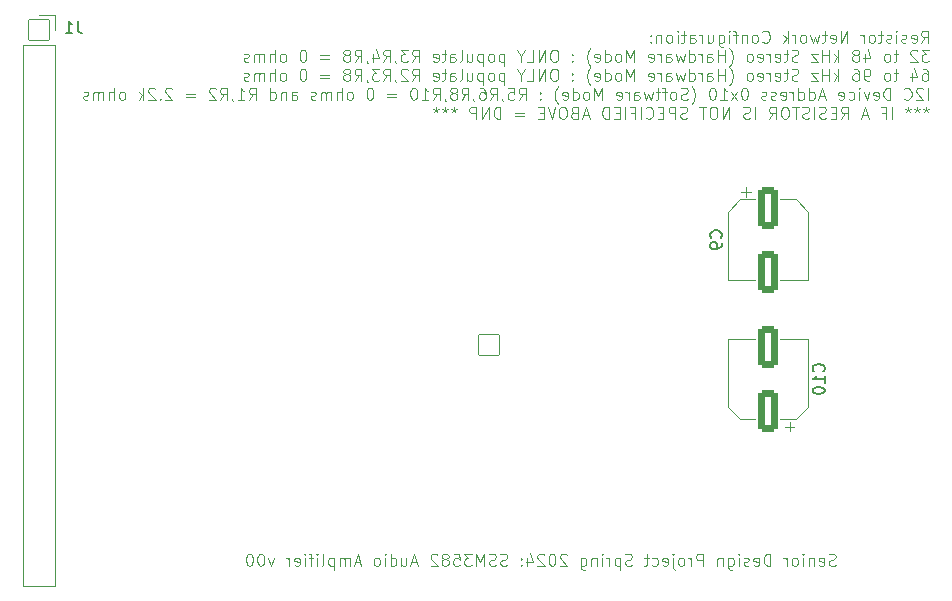
<source format=gbo>
G04 #@! TF.GenerationSoftware,KiCad,Pcbnew,7.0.9*
G04 #@! TF.CreationDate,2024-03-05T18:49:30-08:00*
G04 #@! TF.ProjectId,SSM3582_v02,53534d33-3538-4325-9f76-30322e6b6963,rev?*
G04 #@! TF.SameCoordinates,Original*
G04 #@! TF.FileFunction,Legend,Bot*
G04 #@! TF.FilePolarity,Positive*
%FSLAX46Y46*%
G04 Gerber Fmt 4.6, Leading zero omitted, Abs format (unit mm)*
G04 Created by KiCad (PCBNEW 7.0.9) date 2024-03-05 18:49:30*
%MOMM*%
%LPD*%
G01*
G04 APERTURE LIST*
G04 Aperture macros list*
%AMRoundRect*
0 Rectangle with rounded corners*
0 $1 Rounding radius*
0 $2 $3 $4 $5 $6 $7 $8 $9 X,Y pos of 4 corners*
0 Add a 4 corners polygon primitive as box body*
4,1,4,$2,$3,$4,$5,$6,$7,$8,$9,$2,$3,0*
0 Add four circle primitives for the rounded corners*
1,1,$1+$1,$2,$3*
1,1,$1+$1,$4,$5*
1,1,$1+$1,$6,$7*
1,1,$1+$1,$8,$9*
0 Add four rect primitives between the rounded corners*
20,1,$1+$1,$2,$3,$4,$5,0*
20,1,$1+$1,$4,$5,$6,$7,0*
20,1,$1+$1,$6,$7,$8,$9,0*
20,1,$1+$1,$8,$9,$2,$3,0*%
G04 Aperture macros list end*
%ADD10C,0.100000*%
%ADD11C,0.125000*%
%ADD12C,0.150000*%
%ADD13C,0.120000*%
%ADD14C,3.276000*%
%ADD15RoundRect,0.038000X1.300000X-1.300000X1.300000X1.300000X-1.300000X1.300000X-1.300000X-1.300000X0*%
%ADD16C,2.676000*%
%ADD17RoundRect,0.038000X0.850000X0.850000X-0.850000X0.850000X-0.850000X-0.850000X0.850000X-0.850000X0*%
%ADD18O,1.776000X1.776000*%
%ADD19RoundRect,0.288000X-0.550000X1.500000X-0.550000X-1.500000X0.550000X-1.500000X0.550000X1.500000X0*%
%ADD20RoundRect,0.288000X0.550000X-1.500000X0.550000X1.500000X-0.550000X1.500000X-0.550000X-1.500000X0*%
G04 APERTURE END LIST*
D10*
X174749734Y-115140800D02*
X174606877Y-115188419D01*
X174606877Y-115188419D02*
X174368782Y-115188419D01*
X174368782Y-115188419D02*
X174273544Y-115140800D01*
X174273544Y-115140800D02*
X174225925Y-115093180D01*
X174225925Y-115093180D02*
X174178306Y-114997942D01*
X174178306Y-114997942D02*
X174178306Y-114902704D01*
X174178306Y-114902704D02*
X174225925Y-114807466D01*
X174225925Y-114807466D02*
X174273544Y-114759847D01*
X174273544Y-114759847D02*
X174368782Y-114712228D01*
X174368782Y-114712228D02*
X174559258Y-114664609D01*
X174559258Y-114664609D02*
X174654496Y-114616990D01*
X174654496Y-114616990D02*
X174702115Y-114569371D01*
X174702115Y-114569371D02*
X174749734Y-114474133D01*
X174749734Y-114474133D02*
X174749734Y-114378895D01*
X174749734Y-114378895D02*
X174702115Y-114283657D01*
X174702115Y-114283657D02*
X174654496Y-114236038D01*
X174654496Y-114236038D02*
X174559258Y-114188419D01*
X174559258Y-114188419D02*
X174321163Y-114188419D01*
X174321163Y-114188419D02*
X174178306Y-114236038D01*
X173368782Y-115140800D02*
X173464020Y-115188419D01*
X173464020Y-115188419D02*
X173654496Y-115188419D01*
X173654496Y-115188419D02*
X173749734Y-115140800D01*
X173749734Y-115140800D02*
X173797353Y-115045561D01*
X173797353Y-115045561D02*
X173797353Y-114664609D01*
X173797353Y-114664609D02*
X173749734Y-114569371D01*
X173749734Y-114569371D02*
X173654496Y-114521752D01*
X173654496Y-114521752D02*
X173464020Y-114521752D01*
X173464020Y-114521752D02*
X173368782Y-114569371D01*
X173368782Y-114569371D02*
X173321163Y-114664609D01*
X173321163Y-114664609D02*
X173321163Y-114759847D01*
X173321163Y-114759847D02*
X173797353Y-114855085D01*
X172892591Y-114521752D02*
X172892591Y-115188419D01*
X172892591Y-114616990D02*
X172844972Y-114569371D01*
X172844972Y-114569371D02*
X172749734Y-114521752D01*
X172749734Y-114521752D02*
X172606877Y-114521752D01*
X172606877Y-114521752D02*
X172511639Y-114569371D01*
X172511639Y-114569371D02*
X172464020Y-114664609D01*
X172464020Y-114664609D02*
X172464020Y-115188419D01*
X171987829Y-115188419D02*
X171987829Y-114521752D01*
X171987829Y-114188419D02*
X172035448Y-114236038D01*
X172035448Y-114236038D02*
X171987829Y-114283657D01*
X171987829Y-114283657D02*
X171940210Y-114236038D01*
X171940210Y-114236038D02*
X171987829Y-114188419D01*
X171987829Y-114188419D02*
X171987829Y-114283657D01*
X171368782Y-115188419D02*
X171464020Y-115140800D01*
X171464020Y-115140800D02*
X171511639Y-115093180D01*
X171511639Y-115093180D02*
X171559258Y-114997942D01*
X171559258Y-114997942D02*
X171559258Y-114712228D01*
X171559258Y-114712228D02*
X171511639Y-114616990D01*
X171511639Y-114616990D02*
X171464020Y-114569371D01*
X171464020Y-114569371D02*
X171368782Y-114521752D01*
X171368782Y-114521752D02*
X171225925Y-114521752D01*
X171225925Y-114521752D02*
X171130687Y-114569371D01*
X171130687Y-114569371D02*
X171083068Y-114616990D01*
X171083068Y-114616990D02*
X171035449Y-114712228D01*
X171035449Y-114712228D02*
X171035449Y-114997942D01*
X171035449Y-114997942D02*
X171083068Y-115093180D01*
X171083068Y-115093180D02*
X171130687Y-115140800D01*
X171130687Y-115140800D02*
X171225925Y-115188419D01*
X171225925Y-115188419D02*
X171368782Y-115188419D01*
X170606877Y-115188419D02*
X170606877Y-114521752D01*
X170606877Y-114712228D02*
X170559258Y-114616990D01*
X170559258Y-114616990D02*
X170511639Y-114569371D01*
X170511639Y-114569371D02*
X170416401Y-114521752D01*
X170416401Y-114521752D02*
X170321163Y-114521752D01*
X169225924Y-115188419D02*
X169225924Y-114188419D01*
X169225924Y-114188419D02*
X168987829Y-114188419D01*
X168987829Y-114188419D02*
X168844972Y-114236038D01*
X168844972Y-114236038D02*
X168749734Y-114331276D01*
X168749734Y-114331276D02*
X168702115Y-114426514D01*
X168702115Y-114426514D02*
X168654496Y-114616990D01*
X168654496Y-114616990D02*
X168654496Y-114759847D01*
X168654496Y-114759847D02*
X168702115Y-114950323D01*
X168702115Y-114950323D02*
X168749734Y-115045561D01*
X168749734Y-115045561D02*
X168844972Y-115140800D01*
X168844972Y-115140800D02*
X168987829Y-115188419D01*
X168987829Y-115188419D02*
X169225924Y-115188419D01*
X167844972Y-115140800D02*
X167940210Y-115188419D01*
X167940210Y-115188419D02*
X168130686Y-115188419D01*
X168130686Y-115188419D02*
X168225924Y-115140800D01*
X168225924Y-115140800D02*
X168273543Y-115045561D01*
X168273543Y-115045561D02*
X168273543Y-114664609D01*
X168273543Y-114664609D02*
X168225924Y-114569371D01*
X168225924Y-114569371D02*
X168130686Y-114521752D01*
X168130686Y-114521752D02*
X167940210Y-114521752D01*
X167940210Y-114521752D02*
X167844972Y-114569371D01*
X167844972Y-114569371D02*
X167797353Y-114664609D01*
X167797353Y-114664609D02*
X167797353Y-114759847D01*
X167797353Y-114759847D02*
X168273543Y-114855085D01*
X167416400Y-115140800D02*
X167321162Y-115188419D01*
X167321162Y-115188419D02*
X167130686Y-115188419D01*
X167130686Y-115188419D02*
X167035448Y-115140800D01*
X167035448Y-115140800D02*
X166987829Y-115045561D01*
X166987829Y-115045561D02*
X166987829Y-114997942D01*
X166987829Y-114997942D02*
X167035448Y-114902704D01*
X167035448Y-114902704D02*
X167130686Y-114855085D01*
X167130686Y-114855085D02*
X167273543Y-114855085D01*
X167273543Y-114855085D02*
X167368781Y-114807466D01*
X167368781Y-114807466D02*
X167416400Y-114712228D01*
X167416400Y-114712228D02*
X167416400Y-114664609D01*
X167416400Y-114664609D02*
X167368781Y-114569371D01*
X167368781Y-114569371D02*
X167273543Y-114521752D01*
X167273543Y-114521752D02*
X167130686Y-114521752D01*
X167130686Y-114521752D02*
X167035448Y-114569371D01*
X166559257Y-115188419D02*
X166559257Y-114521752D01*
X166559257Y-114188419D02*
X166606876Y-114236038D01*
X166606876Y-114236038D02*
X166559257Y-114283657D01*
X166559257Y-114283657D02*
X166511638Y-114236038D01*
X166511638Y-114236038D02*
X166559257Y-114188419D01*
X166559257Y-114188419D02*
X166559257Y-114283657D01*
X165654496Y-114521752D02*
X165654496Y-115331276D01*
X165654496Y-115331276D02*
X165702115Y-115426514D01*
X165702115Y-115426514D02*
X165749734Y-115474133D01*
X165749734Y-115474133D02*
X165844972Y-115521752D01*
X165844972Y-115521752D02*
X165987829Y-115521752D01*
X165987829Y-115521752D02*
X166083067Y-115474133D01*
X165654496Y-115140800D02*
X165749734Y-115188419D01*
X165749734Y-115188419D02*
X165940210Y-115188419D01*
X165940210Y-115188419D02*
X166035448Y-115140800D01*
X166035448Y-115140800D02*
X166083067Y-115093180D01*
X166083067Y-115093180D02*
X166130686Y-114997942D01*
X166130686Y-114997942D02*
X166130686Y-114712228D01*
X166130686Y-114712228D02*
X166083067Y-114616990D01*
X166083067Y-114616990D02*
X166035448Y-114569371D01*
X166035448Y-114569371D02*
X165940210Y-114521752D01*
X165940210Y-114521752D02*
X165749734Y-114521752D01*
X165749734Y-114521752D02*
X165654496Y-114569371D01*
X165178305Y-114521752D02*
X165178305Y-115188419D01*
X165178305Y-114616990D02*
X165130686Y-114569371D01*
X165130686Y-114569371D02*
X165035448Y-114521752D01*
X165035448Y-114521752D02*
X164892591Y-114521752D01*
X164892591Y-114521752D02*
X164797353Y-114569371D01*
X164797353Y-114569371D02*
X164749734Y-114664609D01*
X164749734Y-114664609D02*
X164749734Y-115188419D01*
X163511638Y-115188419D02*
X163511638Y-114188419D01*
X163511638Y-114188419D02*
X163130686Y-114188419D01*
X163130686Y-114188419D02*
X163035448Y-114236038D01*
X163035448Y-114236038D02*
X162987829Y-114283657D01*
X162987829Y-114283657D02*
X162940210Y-114378895D01*
X162940210Y-114378895D02*
X162940210Y-114521752D01*
X162940210Y-114521752D02*
X162987829Y-114616990D01*
X162987829Y-114616990D02*
X163035448Y-114664609D01*
X163035448Y-114664609D02*
X163130686Y-114712228D01*
X163130686Y-114712228D02*
X163511638Y-114712228D01*
X162511638Y-115188419D02*
X162511638Y-114521752D01*
X162511638Y-114712228D02*
X162464019Y-114616990D01*
X162464019Y-114616990D02*
X162416400Y-114569371D01*
X162416400Y-114569371D02*
X162321162Y-114521752D01*
X162321162Y-114521752D02*
X162225924Y-114521752D01*
X161749733Y-115188419D02*
X161844971Y-115140800D01*
X161844971Y-115140800D02*
X161892590Y-115093180D01*
X161892590Y-115093180D02*
X161940209Y-114997942D01*
X161940209Y-114997942D02*
X161940209Y-114712228D01*
X161940209Y-114712228D02*
X161892590Y-114616990D01*
X161892590Y-114616990D02*
X161844971Y-114569371D01*
X161844971Y-114569371D02*
X161749733Y-114521752D01*
X161749733Y-114521752D02*
X161606876Y-114521752D01*
X161606876Y-114521752D02*
X161511638Y-114569371D01*
X161511638Y-114569371D02*
X161464019Y-114616990D01*
X161464019Y-114616990D02*
X161416400Y-114712228D01*
X161416400Y-114712228D02*
X161416400Y-114997942D01*
X161416400Y-114997942D02*
X161464019Y-115093180D01*
X161464019Y-115093180D02*
X161511638Y-115140800D01*
X161511638Y-115140800D02*
X161606876Y-115188419D01*
X161606876Y-115188419D02*
X161749733Y-115188419D01*
X160987828Y-114521752D02*
X160987828Y-115378895D01*
X160987828Y-115378895D02*
X161035447Y-115474133D01*
X161035447Y-115474133D02*
X161130685Y-115521752D01*
X161130685Y-115521752D02*
X161178304Y-115521752D01*
X160987828Y-114188419D02*
X161035447Y-114236038D01*
X161035447Y-114236038D02*
X160987828Y-114283657D01*
X160987828Y-114283657D02*
X160940209Y-114236038D01*
X160940209Y-114236038D02*
X160987828Y-114188419D01*
X160987828Y-114188419D02*
X160987828Y-114283657D01*
X160130686Y-115140800D02*
X160225924Y-115188419D01*
X160225924Y-115188419D02*
X160416400Y-115188419D01*
X160416400Y-115188419D02*
X160511638Y-115140800D01*
X160511638Y-115140800D02*
X160559257Y-115045561D01*
X160559257Y-115045561D02*
X160559257Y-114664609D01*
X160559257Y-114664609D02*
X160511638Y-114569371D01*
X160511638Y-114569371D02*
X160416400Y-114521752D01*
X160416400Y-114521752D02*
X160225924Y-114521752D01*
X160225924Y-114521752D02*
X160130686Y-114569371D01*
X160130686Y-114569371D02*
X160083067Y-114664609D01*
X160083067Y-114664609D02*
X160083067Y-114759847D01*
X160083067Y-114759847D02*
X160559257Y-114855085D01*
X159225924Y-115140800D02*
X159321162Y-115188419D01*
X159321162Y-115188419D02*
X159511638Y-115188419D01*
X159511638Y-115188419D02*
X159606876Y-115140800D01*
X159606876Y-115140800D02*
X159654495Y-115093180D01*
X159654495Y-115093180D02*
X159702114Y-114997942D01*
X159702114Y-114997942D02*
X159702114Y-114712228D01*
X159702114Y-114712228D02*
X159654495Y-114616990D01*
X159654495Y-114616990D02*
X159606876Y-114569371D01*
X159606876Y-114569371D02*
X159511638Y-114521752D01*
X159511638Y-114521752D02*
X159321162Y-114521752D01*
X159321162Y-114521752D02*
X159225924Y-114569371D01*
X158940209Y-114521752D02*
X158559257Y-114521752D01*
X158797352Y-114188419D02*
X158797352Y-115045561D01*
X158797352Y-115045561D02*
X158749733Y-115140800D01*
X158749733Y-115140800D02*
X158654495Y-115188419D01*
X158654495Y-115188419D02*
X158559257Y-115188419D01*
X157511637Y-115140800D02*
X157368780Y-115188419D01*
X157368780Y-115188419D02*
X157130685Y-115188419D01*
X157130685Y-115188419D02*
X157035447Y-115140800D01*
X157035447Y-115140800D02*
X156987828Y-115093180D01*
X156987828Y-115093180D02*
X156940209Y-114997942D01*
X156940209Y-114997942D02*
X156940209Y-114902704D01*
X156940209Y-114902704D02*
X156987828Y-114807466D01*
X156987828Y-114807466D02*
X157035447Y-114759847D01*
X157035447Y-114759847D02*
X157130685Y-114712228D01*
X157130685Y-114712228D02*
X157321161Y-114664609D01*
X157321161Y-114664609D02*
X157416399Y-114616990D01*
X157416399Y-114616990D02*
X157464018Y-114569371D01*
X157464018Y-114569371D02*
X157511637Y-114474133D01*
X157511637Y-114474133D02*
X157511637Y-114378895D01*
X157511637Y-114378895D02*
X157464018Y-114283657D01*
X157464018Y-114283657D02*
X157416399Y-114236038D01*
X157416399Y-114236038D02*
X157321161Y-114188419D01*
X157321161Y-114188419D02*
X157083066Y-114188419D01*
X157083066Y-114188419D02*
X156940209Y-114236038D01*
X156511637Y-114521752D02*
X156511637Y-115521752D01*
X156511637Y-114569371D02*
X156416399Y-114521752D01*
X156416399Y-114521752D02*
X156225923Y-114521752D01*
X156225923Y-114521752D02*
X156130685Y-114569371D01*
X156130685Y-114569371D02*
X156083066Y-114616990D01*
X156083066Y-114616990D02*
X156035447Y-114712228D01*
X156035447Y-114712228D02*
X156035447Y-114997942D01*
X156035447Y-114997942D02*
X156083066Y-115093180D01*
X156083066Y-115093180D02*
X156130685Y-115140800D01*
X156130685Y-115140800D02*
X156225923Y-115188419D01*
X156225923Y-115188419D02*
X156416399Y-115188419D01*
X156416399Y-115188419D02*
X156511637Y-115140800D01*
X155606875Y-115188419D02*
X155606875Y-114521752D01*
X155606875Y-114712228D02*
X155559256Y-114616990D01*
X155559256Y-114616990D02*
X155511637Y-114569371D01*
X155511637Y-114569371D02*
X155416399Y-114521752D01*
X155416399Y-114521752D02*
X155321161Y-114521752D01*
X154987827Y-115188419D02*
X154987827Y-114521752D01*
X154987827Y-114188419D02*
X155035446Y-114236038D01*
X155035446Y-114236038D02*
X154987827Y-114283657D01*
X154987827Y-114283657D02*
X154940208Y-114236038D01*
X154940208Y-114236038D02*
X154987827Y-114188419D01*
X154987827Y-114188419D02*
X154987827Y-114283657D01*
X154511637Y-114521752D02*
X154511637Y-115188419D01*
X154511637Y-114616990D02*
X154464018Y-114569371D01*
X154464018Y-114569371D02*
X154368780Y-114521752D01*
X154368780Y-114521752D02*
X154225923Y-114521752D01*
X154225923Y-114521752D02*
X154130685Y-114569371D01*
X154130685Y-114569371D02*
X154083066Y-114664609D01*
X154083066Y-114664609D02*
X154083066Y-115188419D01*
X153178304Y-114521752D02*
X153178304Y-115331276D01*
X153178304Y-115331276D02*
X153225923Y-115426514D01*
X153225923Y-115426514D02*
X153273542Y-115474133D01*
X153273542Y-115474133D02*
X153368780Y-115521752D01*
X153368780Y-115521752D02*
X153511637Y-115521752D01*
X153511637Y-115521752D02*
X153606875Y-115474133D01*
X153178304Y-115140800D02*
X153273542Y-115188419D01*
X153273542Y-115188419D02*
X153464018Y-115188419D01*
X153464018Y-115188419D02*
X153559256Y-115140800D01*
X153559256Y-115140800D02*
X153606875Y-115093180D01*
X153606875Y-115093180D02*
X153654494Y-114997942D01*
X153654494Y-114997942D02*
X153654494Y-114712228D01*
X153654494Y-114712228D02*
X153606875Y-114616990D01*
X153606875Y-114616990D02*
X153559256Y-114569371D01*
X153559256Y-114569371D02*
X153464018Y-114521752D01*
X153464018Y-114521752D02*
X153273542Y-114521752D01*
X153273542Y-114521752D02*
X153178304Y-114569371D01*
X151987827Y-114283657D02*
X151940208Y-114236038D01*
X151940208Y-114236038D02*
X151844970Y-114188419D01*
X151844970Y-114188419D02*
X151606875Y-114188419D01*
X151606875Y-114188419D02*
X151511637Y-114236038D01*
X151511637Y-114236038D02*
X151464018Y-114283657D01*
X151464018Y-114283657D02*
X151416399Y-114378895D01*
X151416399Y-114378895D02*
X151416399Y-114474133D01*
X151416399Y-114474133D02*
X151464018Y-114616990D01*
X151464018Y-114616990D02*
X152035446Y-115188419D01*
X152035446Y-115188419D02*
X151416399Y-115188419D01*
X150797351Y-114188419D02*
X150702113Y-114188419D01*
X150702113Y-114188419D02*
X150606875Y-114236038D01*
X150606875Y-114236038D02*
X150559256Y-114283657D01*
X150559256Y-114283657D02*
X150511637Y-114378895D01*
X150511637Y-114378895D02*
X150464018Y-114569371D01*
X150464018Y-114569371D02*
X150464018Y-114807466D01*
X150464018Y-114807466D02*
X150511637Y-114997942D01*
X150511637Y-114997942D02*
X150559256Y-115093180D01*
X150559256Y-115093180D02*
X150606875Y-115140800D01*
X150606875Y-115140800D02*
X150702113Y-115188419D01*
X150702113Y-115188419D02*
X150797351Y-115188419D01*
X150797351Y-115188419D02*
X150892589Y-115140800D01*
X150892589Y-115140800D02*
X150940208Y-115093180D01*
X150940208Y-115093180D02*
X150987827Y-114997942D01*
X150987827Y-114997942D02*
X151035446Y-114807466D01*
X151035446Y-114807466D02*
X151035446Y-114569371D01*
X151035446Y-114569371D02*
X150987827Y-114378895D01*
X150987827Y-114378895D02*
X150940208Y-114283657D01*
X150940208Y-114283657D02*
X150892589Y-114236038D01*
X150892589Y-114236038D02*
X150797351Y-114188419D01*
X150083065Y-114283657D02*
X150035446Y-114236038D01*
X150035446Y-114236038D02*
X149940208Y-114188419D01*
X149940208Y-114188419D02*
X149702113Y-114188419D01*
X149702113Y-114188419D02*
X149606875Y-114236038D01*
X149606875Y-114236038D02*
X149559256Y-114283657D01*
X149559256Y-114283657D02*
X149511637Y-114378895D01*
X149511637Y-114378895D02*
X149511637Y-114474133D01*
X149511637Y-114474133D02*
X149559256Y-114616990D01*
X149559256Y-114616990D02*
X150130684Y-115188419D01*
X150130684Y-115188419D02*
X149511637Y-115188419D01*
X148654494Y-114521752D02*
X148654494Y-115188419D01*
X148892589Y-114140800D02*
X149130684Y-114855085D01*
X149130684Y-114855085D02*
X148511637Y-114855085D01*
X148130684Y-115093180D02*
X148083065Y-115140800D01*
X148083065Y-115140800D02*
X148130684Y-115188419D01*
X148130684Y-115188419D02*
X148178303Y-115140800D01*
X148178303Y-115140800D02*
X148130684Y-115093180D01*
X148130684Y-115093180D02*
X148130684Y-115188419D01*
X148130684Y-114569371D02*
X148083065Y-114616990D01*
X148083065Y-114616990D02*
X148130684Y-114664609D01*
X148130684Y-114664609D02*
X148178303Y-114616990D01*
X148178303Y-114616990D02*
X148130684Y-114569371D01*
X148130684Y-114569371D02*
X148130684Y-114664609D01*
X146940208Y-115140800D02*
X146797351Y-115188419D01*
X146797351Y-115188419D02*
X146559256Y-115188419D01*
X146559256Y-115188419D02*
X146464018Y-115140800D01*
X146464018Y-115140800D02*
X146416399Y-115093180D01*
X146416399Y-115093180D02*
X146368780Y-114997942D01*
X146368780Y-114997942D02*
X146368780Y-114902704D01*
X146368780Y-114902704D02*
X146416399Y-114807466D01*
X146416399Y-114807466D02*
X146464018Y-114759847D01*
X146464018Y-114759847D02*
X146559256Y-114712228D01*
X146559256Y-114712228D02*
X146749732Y-114664609D01*
X146749732Y-114664609D02*
X146844970Y-114616990D01*
X146844970Y-114616990D02*
X146892589Y-114569371D01*
X146892589Y-114569371D02*
X146940208Y-114474133D01*
X146940208Y-114474133D02*
X146940208Y-114378895D01*
X146940208Y-114378895D02*
X146892589Y-114283657D01*
X146892589Y-114283657D02*
X146844970Y-114236038D01*
X146844970Y-114236038D02*
X146749732Y-114188419D01*
X146749732Y-114188419D02*
X146511637Y-114188419D01*
X146511637Y-114188419D02*
X146368780Y-114236038D01*
X145987827Y-115140800D02*
X145844970Y-115188419D01*
X145844970Y-115188419D02*
X145606875Y-115188419D01*
X145606875Y-115188419D02*
X145511637Y-115140800D01*
X145511637Y-115140800D02*
X145464018Y-115093180D01*
X145464018Y-115093180D02*
X145416399Y-114997942D01*
X145416399Y-114997942D02*
X145416399Y-114902704D01*
X145416399Y-114902704D02*
X145464018Y-114807466D01*
X145464018Y-114807466D02*
X145511637Y-114759847D01*
X145511637Y-114759847D02*
X145606875Y-114712228D01*
X145606875Y-114712228D02*
X145797351Y-114664609D01*
X145797351Y-114664609D02*
X145892589Y-114616990D01*
X145892589Y-114616990D02*
X145940208Y-114569371D01*
X145940208Y-114569371D02*
X145987827Y-114474133D01*
X145987827Y-114474133D02*
X145987827Y-114378895D01*
X145987827Y-114378895D02*
X145940208Y-114283657D01*
X145940208Y-114283657D02*
X145892589Y-114236038D01*
X145892589Y-114236038D02*
X145797351Y-114188419D01*
X145797351Y-114188419D02*
X145559256Y-114188419D01*
X145559256Y-114188419D02*
X145416399Y-114236038D01*
X144987827Y-115188419D02*
X144987827Y-114188419D01*
X144987827Y-114188419D02*
X144654494Y-114902704D01*
X144654494Y-114902704D02*
X144321161Y-114188419D01*
X144321161Y-114188419D02*
X144321161Y-115188419D01*
X143940208Y-114188419D02*
X143321161Y-114188419D01*
X143321161Y-114188419D02*
X143654494Y-114569371D01*
X143654494Y-114569371D02*
X143511637Y-114569371D01*
X143511637Y-114569371D02*
X143416399Y-114616990D01*
X143416399Y-114616990D02*
X143368780Y-114664609D01*
X143368780Y-114664609D02*
X143321161Y-114759847D01*
X143321161Y-114759847D02*
X143321161Y-114997942D01*
X143321161Y-114997942D02*
X143368780Y-115093180D01*
X143368780Y-115093180D02*
X143416399Y-115140800D01*
X143416399Y-115140800D02*
X143511637Y-115188419D01*
X143511637Y-115188419D02*
X143797351Y-115188419D01*
X143797351Y-115188419D02*
X143892589Y-115140800D01*
X143892589Y-115140800D02*
X143940208Y-115093180D01*
X142416399Y-114188419D02*
X142892589Y-114188419D01*
X142892589Y-114188419D02*
X142940208Y-114664609D01*
X142940208Y-114664609D02*
X142892589Y-114616990D01*
X142892589Y-114616990D02*
X142797351Y-114569371D01*
X142797351Y-114569371D02*
X142559256Y-114569371D01*
X142559256Y-114569371D02*
X142464018Y-114616990D01*
X142464018Y-114616990D02*
X142416399Y-114664609D01*
X142416399Y-114664609D02*
X142368780Y-114759847D01*
X142368780Y-114759847D02*
X142368780Y-114997942D01*
X142368780Y-114997942D02*
X142416399Y-115093180D01*
X142416399Y-115093180D02*
X142464018Y-115140800D01*
X142464018Y-115140800D02*
X142559256Y-115188419D01*
X142559256Y-115188419D02*
X142797351Y-115188419D01*
X142797351Y-115188419D02*
X142892589Y-115140800D01*
X142892589Y-115140800D02*
X142940208Y-115093180D01*
X141797351Y-114616990D02*
X141892589Y-114569371D01*
X141892589Y-114569371D02*
X141940208Y-114521752D01*
X141940208Y-114521752D02*
X141987827Y-114426514D01*
X141987827Y-114426514D02*
X141987827Y-114378895D01*
X141987827Y-114378895D02*
X141940208Y-114283657D01*
X141940208Y-114283657D02*
X141892589Y-114236038D01*
X141892589Y-114236038D02*
X141797351Y-114188419D01*
X141797351Y-114188419D02*
X141606875Y-114188419D01*
X141606875Y-114188419D02*
X141511637Y-114236038D01*
X141511637Y-114236038D02*
X141464018Y-114283657D01*
X141464018Y-114283657D02*
X141416399Y-114378895D01*
X141416399Y-114378895D02*
X141416399Y-114426514D01*
X141416399Y-114426514D02*
X141464018Y-114521752D01*
X141464018Y-114521752D02*
X141511637Y-114569371D01*
X141511637Y-114569371D02*
X141606875Y-114616990D01*
X141606875Y-114616990D02*
X141797351Y-114616990D01*
X141797351Y-114616990D02*
X141892589Y-114664609D01*
X141892589Y-114664609D02*
X141940208Y-114712228D01*
X141940208Y-114712228D02*
X141987827Y-114807466D01*
X141987827Y-114807466D02*
X141987827Y-114997942D01*
X141987827Y-114997942D02*
X141940208Y-115093180D01*
X141940208Y-115093180D02*
X141892589Y-115140800D01*
X141892589Y-115140800D02*
X141797351Y-115188419D01*
X141797351Y-115188419D02*
X141606875Y-115188419D01*
X141606875Y-115188419D02*
X141511637Y-115140800D01*
X141511637Y-115140800D02*
X141464018Y-115093180D01*
X141464018Y-115093180D02*
X141416399Y-114997942D01*
X141416399Y-114997942D02*
X141416399Y-114807466D01*
X141416399Y-114807466D02*
X141464018Y-114712228D01*
X141464018Y-114712228D02*
X141511637Y-114664609D01*
X141511637Y-114664609D02*
X141606875Y-114616990D01*
X141035446Y-114283657D02*
X140987827Y-114236038D01*
X140987827Y-114236038D02*
X140892589Y-114188419D01*
X140892589Y-114188419D02*
X140654494Y-114188419D01*
X140654494Y-114188419D02*
X140559256Y-114236038D01*
X140559256Y-114236038D02*
X140511637Y-114283657D01*
X140511637Y-114283657D02*
X140464018Y-114378895D01*
X140464018Y-114378895D02*
X140464018Y-114474133D01*
X140464018Y-114474133D02*
X140511637Y-114616990D01*
X140511637Y-114616990D02*
X141083065Y-115188419D01*
X141083065Y-115188419D02*
X140464018Y-115188419D01*
X139321160Y-114902704D02*
X138844970Y-114902704D01*
X139416398Y-115188419D02*
X139083065Y-114188419D01*
X139083065Y-114188419D02*
X138749732Y-115188419D01*
X137987827Y-114521752D02*
X137987827Y-115188419D01*
X138416398Y-114521752D02*
X138416398Y-115045561D01*
X138416398Y-115045561D02*
X138368779Y-115140800D01*
X138368779Y-115140800D02*
X138273541Y-115188419D01*
X138273541Y-115188419D02*
X138130684Y-115188419D01*
X138130684Y-115188419D02*
X138035446Y-115140800D01*
X138035446Y-115140800D02*
X137987827Y-115093180D01*
X137083065Y-115188419D02*
X137083065Y-114188419D01*
X137083065Y-115140800D02*
X137178303Y-115188419D01*
X137178303Y-115188419D02*
X137368779Y-115188419D01*
X137368779Y-115188419D02*
X137464017Y-115140800D01*
X137464017Y-115140800D02*
X137511636Y-115093180D01*
X137511636Y-115093180D02*
X137559255Y-114997942D01*
X137559255Y-114997942D02*
X137559255Y-114712228D01*
X137559255Y-114712228D02*
X137511636Y-114616990D01*
X137511636Y-114616990D02*
X137464017Y-114569371D01*
X137464017Y-114569371D02*
X137368779Y-114521752D01*
X137368779Y-114521752D02*
X137178303Y-114521752D01*
X137178303Y-114521752D02*
X137083065Y-114569371D01*
X136606874Y-115188419D02*
X136606874Y-114521752D01*
X136606874Y-114188419D02*
X136654493Y-114236038D01*
X136654493Y-114236038D02*
X136606874Y-114283657D01*
X136606874Y-114283657D02*
X136559255Y-114236038D01*
X136559255Y-114236038D02*
X136606874Y-114188419D01*
X136606874Y-114188419D02*
X136606874Y-114283657D01*
X135987827Y-115188419D02*
X136083065Y-115140800D01*
X136083065Y-115140800D02*
X136130684Y-115093180D01*
X136130684Y-115093180D02*
X136178303Y-114997942D01*
X136178303Y-114997942D02*
X136178303Y-114712228D01*
X136178303Y-114712228D02*
X136130684Y-114616990D01*
X136130684Y-114616990D02*
X136083065Y-114569371D01*
X136083065Y-114569371D02*
X135987827Y-114521752D01*
X135987827Y-114521752D02*
X135844970Y-114521752D01*
X135844970Y-114521752D02*
X135749732Y-114569371D01*
X135749732Y-114569371D02*
X135702113Y-114616990D01*
X135702113Y-114616990D02*
X135654494Y-114712228D01*
X135654494Y-114712228D02*
X135654494Y-114997942D01*
X135654494Y-114997942D02*
X135702113Y-115093180D01*
X135702113Y-115093180D02*
X135749732Y-115140800D01*
X135749732Y-115140800D02*
X135844970Y-115188419D01*
X135844970Y-115188419D02*
X135987827Y-115188419D01*
X134511636Y-114902704D02*
X134035446Y-114902704D01*
X134606874Y-115188419D02*
X134273541Y-114188419D01*
X134273541Y-114188419D02*
X133940208Y-115188419D01*
X133606874Y-115188419D02*
X133606874Y-114521752D01*
X133606874Y-114616990D02*
X133559255Y-114569371D01*
X133559255Y-114569371D02*
X133464017Y-114521752D01*
X133464017Y-114521752D02*
X133321160Y-114521752D01*
X133321160Y-114521752D02*
X133225922Y-114569371D01*
X133225922Y-114569371D02*
X133178303Y-114664609D01*
X133178303Y-114664609D02*
X133178303Y-115188419D01*
X133178303Y-114664609D02*
X133130684Y-114569371D01*
X133130684Y-114569371D02*
X133035446Y-114521752D01*
X133035446Y-114521752D02*
X132892589Y-114521752D01*
X132892589Y-114521752D02*
X132797350Y-114569371D01*
X132797350Y-114569371D02*
X132749731Y-114664609D01*
X132749731Y-114664609D02*
X132749731Y-115188419D01*
X132273541Y-114521752D02*
X132273541Y-115521752D01*
X132273541Y-114569371D02*
X132178303Y-114521752D01*
X132178303Y-114521752D02*
X131987827Y-114521752D01*
X131987827Y-114521752D02*
X131892589Y-114569371D01*
X131892589Y-114569371D02*
X131844970Y-114616990D01*
X131844970Y-114616990D02*
X131797351Y-114712228D01*
X131797351Y-114712228D02*
X131797351Y-114997942D01*
X131797351Y-114997942D02*
X131844970Y-115093180D01*
X131844970Y-115093180D02*
X131892589Y-115140800D01*
X131892589Y-115140800D02*
X131987827Y-115188419D01*
X131987827Y-115188419D02*
X132178303Y-115188419D01*
X132178303Y-115188419D02*
X132273541Y-115140800D01*
X131225922Y-115188419D02*
X131321160Y-115140800D01*
X131321160Y-115140800D02*
X131368779Y-115045561D01*
X131368779Y-115045561D02*
X131368779Y-114188419D01*
X130844969Y-115188419D02*
X130844969Y-114521752D01*
X130844969Y-114188419D02*
X130892588Y-114236038D01*
X130892588Y-114236038D02*
X130844969Y-114283657D01*
X130844969Y-114283657D02*
X130797350Y-114236038D01*
X130797350Y-114236038D02*
X130844969Y-114188419D01*
X130844969Y-114188419D02*
X130844969Y-114283657D01*
X130511636Y-114521752D02*
X130130684Y-114521752D01*
X130368779Y-115188419D02*
X130368779Y-114331276D01*
X130368779Y-114331276D02*
X130321160Y-114236038D01*
X130321160Y-114236038D02*
X130225922Y-114188419D01*
X130225922Y-114188419D02*
X130130684Y-114188419D01*
X129797350Y-115188419D02*
X129797350Y-114521752D01*
X129797350Y-114188419D02*
X129844969Y-114236038D01*
X129844969Y-114236038D02*
X129797350Y-114283657D01*
X129797350Y-114283657D02*
X129749731Y-114236038D01*
X129749731Y-114236038D02*
X129797350Y-114188419D01*
X129797350Y-114188419D02*
X129797350Y-114283657D01*
X128940208Y-115140800D02*
X129035446Y-115188419D01*
X129035446Y-115188419D02*
X129225922Y-115188419D01*
X129225922Y-115188419D02*
X129321160Y-115140800D01*
X129321160Y-115140800D02*
X129368779Y-115045561D01*
X129368779Y-115045561D02*
X129368779Y-114664609D01*
X129368779Y-114664609D02*
X129321160Y-114569371D01*
X129321160Y-114569371D02*
X129225922Y-114521752D01*
X129225922Y-114521752D02*
X129035446Y-114521752D01*
X129035446Y-114521752D02*
X128940208Y-114569371D01*
X128940208Y-114569371D02*
X128892589Y-114664609D01*
X128892589Y-114664609D02*
X128892589Y-114759847D01*
X128892589Y-114759847D02*
X129368779Y-114855085D01*
X128464017Y-115188419D02*
X128464017Y-114521752D01*
X128464017Y-114712228D02*
X128416398Y-114616990D01*
X128416398Y-114616990D02*
X128368779Y-114569371D01*
X128368779Y-114569371D02*
X128273541Y-114521752D01*
X128273541Y-114521752D02*
X128178303Y-114521752D01*
X127178302Y-114521752D02*
X126940207Y-115188419D01*
X126940207Y-115188419D02*
X126702112Y-114521752D01*
X126130683Y-114188419D02*
X126035445Y-114188419D01*
X126035445Y-114188419D02*
X125940207Y-114236038D01*
X125940207Y-114236038D02*
X125892588Y-114283657D01*
X125892588Y-114283657D02*
X125844969Y-114378895D01*
X125844969Y-114378895D02*
X125797350Y-114569371D01*
X125797350Y-114569371D02*
X125797350Y-114807466D01*
X125797350Y-114807466D02*
X125844969Y-114997942D01*
X125844969Y-114997942D02*
X125892588Y-115093180D01*
X125892588Y-115093180D02*
X125940207Y-115140800D01*
X125940207Y-115140800D02*
X126035445Y-115188419D01*
X126035445Y-115188419D02*
X126130683Y-115188419D01*
X126130683Y-115188419D02*
X126225921Y-115140800D01*
X126225921Y-115140800D02*
X126273540Y-115093180D01*
X126273540Y-115093180D02*
X126321159Y-114997942D01*
X126321159Y-114997942D02*
X126368778Y-114807466D01*
X126368778Y-114807466D02*
X126368778Y-114569371D01*
X126368778Y-114569371D02*
X126321159Y-114378895D01*
X126321159Y-114378895D02*
X126273540Y-114283657D01*
X126273540Y-114283657D02*
X126225921Y-114236038D01*
X126225921Y-114236038D02*
X126130683Y-114188419D01*
X125178302Y-114188419D02*
X125083064Y-114188419D01*
X125083064Y-114188419D02*
X124987826Y-114236038D01*
X124987826Y-114236038D02*
X124940207Y-114283657D01*
X124940207Y-114283657D02*
X124892588Y-114378895D01*
X124892588Y-114378895D02*
X124844969Y-114569371D01*
X124844969Y-114569371D02*
X124844969Y-114807466D01*
X124844969Y-114807466D02*
X124892588Y-114997942D01*
X124892588Y-114997942D02*
X124940207Y-115093180D01*
X124940207Y-115093180D02*
X124987826Y-115140800D01*
X124987826Y-115140800D02*
X125083064Y-115188419D01*
X125083064Y-115188419D02*
X125178302Y-115188419D01*
X125178302Y-115188419D02*
X125273540Y-115140800D01*
X125273540Y-115140800D02*
X125321159Y-115093180D01*
X125321159Y-115093180D02*
X125368778Y-114997942D01*
X125368778Y-114997942D02*
X125416397Y-114807466D01*
X125416397Y-114807466D02*
X125416397Y-114569371D01*
X125416397Y-114569371D02*
X125368778Y-114378895D01*
X125368778Y-114378895D02*
X125321159Y-114283657D01*
X125321159Y-114283657D02*
X125273540Y-114236038D01*
X125273540Y-114236038D02*
X125178302Y-114188419D01*
D11*
X181988240Y-70901119D02*
X182321573Y-70424928D01*
X182559668Y-70901119D02*
X182559668Y-69901119D01*
X182559668Y-69901119D02*
X182178716Y-69901119D01*
X182178716Y-69901119D02*
X182083478Y-69948738D01*
X182083478Y-69948738D02*
X182035859Y-69996357D01*
X182035859Y-69996357D02*
X181988240Y-70091595D01*
X181988240Y-70091595D02*
X181988240Y-70234452D01*
X181988240Y-70234452D02*
X182035859Y-70329690D01*
X182035859Y-70329690D02*
X182083478Y-70377309D01*
X182083478Y-70377309D02*
X182178716Y-70424928D01*
X182178716Y-70424928D02*
X182559668Y-70424928D01*
X181178716Y-70853500D02*
X181273954Y-70901119D01*
X181273954Y-70901119D02*
X181464430Y-70901119D01*
X181464430Y-70901119D02*
X181559668Y-70853500D01*
X181559668Y-70853500D02*
X181607287Y-70758261D01*
X181607287Y-70758261D02*
X181607287Y-70377309D01*
X181607287Y-70377309D02*
X181559668Y-70282071D01*
X181559668Y-70282071D02*
X181464430Y-70234452D01*
X181464430Y-70234452D02*
X181273954Y-70234452D01*
X181273954Y-70234452D02*
X181178716Y-70282071D01*
X181178716Y-70282071D02*
X181131097Y-70377309D01*
X181131097Y-70377309D02*
X181131097Y-70472547D01*
X181131097Y-70472547D02*
X181607287Y-70567785D01*
X180750144Y-70853500D02*
X180654906Y-70901119D01*
X180654906Y-70901119D02*
X180464430Y-70901119D01*
X180464430Y-70901119D02*
X180369192Y-70853500D01*
X180369192Y-70853500D02*
X180321573Y-70758261D01*
X180321573Y-70758261D02*
X180321573Y-70710642D01*
X180321573Y-70710642D02*
X180369192Y-70615404D01*
X180369192Y-70615404D02*
X180464430Y-70567785D01*
X180464430Y-70567785D02*
X180607287Y-70567785D01*
X180607287Y-70567785D02*
X180702525Y-70520166D01*
X180702525Y-70520166D02*
X180750144Y-70424928D01*
X180750144Y-70424928D02*
X180750144Y-70377309D01*
X180750144Y-70377309D02*
X180702525Y-70282071D01*
X180702525Y-70282071D02*
X180607287Y-70234452D01*
X180607287Y-70234452D02*
X180464430Y-70234452D01*
X180464430Y-70234452D02*
X180369192Y-70282071D01*
X179893001Y-70901119D02*
X179893001Y-70234452D01*
X179893001Y-69901119D02*
X179940620Y-69948738D01*
X179940620Y-69948738D02*
X179893001Y-69996357D01*
X179893001Y-69996357D02*
X179845382Y-69948738D01*
X179845382Y-69948738D02*
X179893001Y-69901119D01*
X179893001Y-69901119D02*
X179893001Y-69996357D01*
X179464430Y-70853500D02*
X179369192Y-70901119D01*
X179369192Y-70901119D02*
X179178716Y-70901119D01*
X179178716Y-70901119D02*
X179083478Y-70853500D01*
X179083478Y-70853500D02*
X179035859Y-70758261D01*
X179035859Y-70758261D02*
X179035859Y-70710642D01*
X179035859Y-70710642D02*
X179083478Y-70615404D01*
X179083478Y-70615404D02*
X179178716Y-70567785D01*
X179178716Y-70567785D02*
X179321573Y-70567785D01*
X179321573Y-70567785D02*
X179416811Y-70520166D01*
X179416811Y-70520166D02*
X179464430Y-70424928D01*
X179464430Y-70424928D02*
X179464430Y-70377309D01*
X179464430Y-70377309D02*
X179416811Y-70282071D01*
X179416811Y-70282071D02*
X179321573Y-70234452D01*
X179321573Y-70234452D02*
X179178716Y-70234452D01*
X179178716Y-70234452D02*
X179083478Y-70282071D01*
X178750144Y-70234452D02*
X178369192Y-70234452D01*
X178607287Y-69901119D02*
X178607287Y-70758261D01*
X178607287Y-70758261D02*
X178559668Y-70853500D01*
X178559668Y-70853500D02*
X178464430Y-70901119D01*
X178464430Y-70901119D02*
X178369192Y-70901119D01*
X177893001Y-70901119D02*
X177988239Y-70853500D01*
X177988239Y-70853500D02*
X178035858Y-70805880D01*
X178035858Y-70805880D02*
X178083477Y-70710642D01*
X178083477Y-70710642D02*
X178083477Y-70424928D01*
X178083477Y-70424928D02*
X178035858Y-70329690D01*
X178035858Y-70329690D02*
X177988239Y-70282071D01*
X177988239Y-70282071D02*
X177893001Y-70234452D01*
X177893001Y-70234452D02*
X177750144Y-70234452D01*
X177750144Y-70234452D02*
X177654906Y-70282071D01*
X177654906Y-70282071D02*
X177607287Y-70329690D01*
X177607287Y-70329690D02*
X177559668Y-70424928D01*
X177559668Y-70424928D02*
X177559668Y-70710642D01*
X177559668Y-70710642D02*
X177607287Y-70805880D01*
X177607287Y-70805880D02*
X177654906Y-70853500D01*
X177654906Y-70853500D02*
X177750144Y-70901119D01*
X177750144Y-70901119D02*
X177893001Y-70901119D01*
X177131096Y-70901119D02*
X177131096Y-70234452D01*
X177131096Y-70424928D02*
X177083477Y-70329690D01*
X177083477Y-70329690D02*
X177035858Y-70282071D01*
X177035858Y-70282071D02*
X176940620Y-70234452D01*
X176940620Y-70234452D02*
X176845382Y-70234452D01*
X175750143Y-70901119D02*
X175750143Y-69901119D01*
X175750143Y-69901119D02*
X175178715Y-70901119D01*
X175178715Y-70901119D02*
X175178715Y-69901119D01*
X174321572Y-70853500D02*
X174416810Y-70901119D01*
X174416810Y-70901119D02*
X174607286Y-70901119D01*
X174607286Y-70901119D02*
X174702524Y-70853500D01*
X174702524Y-70853500D02*
X174750143Y-70758261D01*
X174750143Y-70758261D02*
X174750143Y-70377309D01*
X174750143Y-70377309D02*
X174702524Y-70282071D01*
X174702524Y-70282071D02*
X174607286Y-70234452D01*
X174607286Y-70234452D02*
X174416810Y-70234452D01*
X174416810Y-70234452D02*
X174321572Y-70282071D01*
X174321572Y-70282071D02*
X174273953Y-70377309D01*
X174273953Y-70377309D02*
X174273953Y-70472547D01*
X174273953Y-70472547D02*
X174750143Y-70567785D01*
X173988238Y-70234452D02*
X173607286Y-70234452D01*
X173845381Y-69901119D02*
X173845381Y-70758261D01*
X173845381Y-70758261D02*
X173797762Y-70853500D01*
X173797762Y-70853500D02*
X173702524Y-70901119D01*
X173702524Y-70901119D02*
X173607286Y-70901119D01*
X173369190Y-70234452D02*
X173178714Y-70901119D01*
X173178714Y-70901119D02*
X172988238Y-70424928D01*
X172988238Y-70424928D02*
X172797762Y-70901119D01*
X172797762Y-70901119D02*
X172607286Y-70234452D01*
X172083476Y-70901119D02*
X172178714Y-70853500D01*
X172178714Y-70853500D02*
X172226333Y-70805880D01*
X172226333Y-70805880D02*
X172273952Y-70710642D01*
X172273952Y-70710642D02*
X172273952Y-70424928D01*
X172273952Y-70424928D02*
X172226333Y-70329690D01*
X172226333Y-70329690D02*
X172178714Y-70282071D01*
X172178714Y-70282071D02*
X172083476Y-70234452D01*
X172083476Y-70234452D02*
X171940619Y-70234452D01*
X171940619Y-70234452D02*
X171845381Y-70282071D01*
X171845381Y-70282071D02*
X171797762Y-70329690D01*
X171797762Y-70329690D02*
X171750143Y-70424928D01*
X171750143Y-70424928D02*
X171750143Y-70710642D01*
X171750143Y-70710642D02*
X171797762Y-70805880D01*
X171797762Y-70805880D02*
X171845381Y-70853500D01*
X171845381Y-70853500D02*
X171940619Y-70901119D01*
X171940619Y-70901119D02*
X172083476Y-70901119D01*
X171321571Y-70901119D02*
X171321571Y-70234452D01*
X171321571Y-70424928D02*
X171273952Y-70329690D01*
X171273952Y-70329690D02*
X171226333Y-70282071D01*
X171226333Y-70282071D02*
X171131095Y-70234452D01*
X171131095Y-70234452D02*
X171035857Y-70234452D01*
X170702523Y-70901119D02*
X170702523Y-69901119D01*
X170607285Y-70520166D02*
X170321571Y-70901119D01*
X170321571Y-70234452D02*
X170702523Y-70615404D01*
X168559666Y-70805880D02*
X168607285Y-70853500D01*
X168607285Y-70853500D02*
X168750142Y-70901119D01*
X168750142Y-70901119D02*
X168845380Y-70901119D01*
X168845380Y-70901119D02*
X168988237Y-70853500D01*
X168988237Y-70853500D02*
X169083475Y-70758261D01*
X169083475Y-70758261D02*
X169131094Y-70663023D01*
X169131094Y-70663023D02*
X169178713Y-70472547D01*
X169178713Y-70472547D02*
X169178713Y-70329690D01*
X169178713Y-70329690D02*
X169131094Y-70139214D01*
X169131094Y-70139214D02*
X169083475Y-70043976D01*
X169083475Y-70043976D02*
X168988237Y-69948738D01*
X168988237Y-69948738D02*
X168845380Y-69901119D01*
X168845380Y-69901119D02*
X168750142Y-69901119D01*
X168750142Y-69901119D02*
X168607285Y-69948738D01*
X168607285Y-69948738D02*
X168559666Y-69996357D01*
X167988237Y-70901119D02*
X168083475Y-70853500D01*
X168083475Y-70853500D02*
X168131094Y-70805880D01*
X168131094Y-70805880D02*
X168178713Y-70710642D01*
X168178713Y-70710642D02*
X168178713Y-70424928D01*
X168178713Y-70424928D02*
X168131094Y-70329690D01*
X168131094Y-70329690D02*
X168083475Y-70282071D01*
X168083475Y-70282071D02*
X167988237Y-70234452D01*
X167988237Y-70234452D02*
X167845380Y-70234452D01*
X167845380Y-70234452D02*
X167750142Y-70282071D01*
X167750142Y-70282071D02*
X167702523Y-70329690D01*
X167702523Y-70329690D02*
X167654904Y-70424928D01*
X167654904Y-70424928D02*
X167654904Y-70710642D01*
X167654904Y-70710642D02*
X167702523Y-70805880D01*
X167702523Y-70805880D02*
X167750142Y-70853500D01*
X167750142Y-70853500D02*
X167845380Y-70901119D01*
X167845380Y-70901119D02*
X167988237Y-70901119D01*
X167226332Y-70234452D02*
X167226332Y-70901119D01*
X167226332Y-70329690D02*
X167178713Y-70282071D01*
X167178713Y-70282071D02*
X167083475Y-70234452D01*
X167083475Y-70234452D02*
X166940618Y-70234452D01*
X166940618Y-70234452D02*
X166845380Y-70282071D01*
X166845380Y-70282071D02*
X166797761Y-70377309D01*
X166797761Y-70377309D02*
X166797761Y-70901119D01*
X166464427Y-70234452D02*
X166083475Y-70234452D01*
X166321570Y-70901119D02*
X166321570Y-70043976D01*
X166321570Y-70043976D02*
X166273951Y-69948738D01*
X166273951Y-69948738D02*
X166178713Y-69901119D01*
X166178713Y-69901119D02*
X166083475Y-69901119D01*
X165750141Y-70901119D02*
X165750141Y-70234452D01*
X165750141Y-69901119D02*
X165797760Y-69948738D01*
X165797760Y-69948738D02*
X165750141Y-69996357D01*
X165750141Y-69996357D02*
X165702522Y-69948738D01*
X165702522Y-69948738D02*
X165750141Y-69901119D01*
X165750141Y-69901119D02*
X165750141Y-69996357D01*
X164845380Y-70234452D02*
X164845380Y-71043976D01*
X164845380Y-71043976D02*
X164892999Y-71139214D01*
X164892999Y-71139214D02*
X164940618Y-71186833D01*
X164940618Y-71186833D02*
X165035856Y-71234452D01*
X165035856Y-71234452D02*
X165178713Y-71234452D01*
X165178713Y-71234452D02*
X165273951Y-71186833D01*
X164845380Y-70853500D02*
X164940618Y-70901119D01*
X164940618Y-70901119D02*
X165131094Y-70901119D01*
X165131094Y-70901119D02*
X165226332Y-70853500D01*
X165226332Y-70853500D02*
X165273951Y-70805880D01*
X165273951Y-70805880D02*
X165321570Y-70710642D01*
X165321570Y-70710642D02*
X165321570Y-70424928D01*
X165321570Y-70424928D02*
X165273951Y-70329690D01*
X165273951Y-70329690D02*
X165226332Y-70282071D01*
X165226332Y-70282071D02*
X165131094Y-70234452D01*
X165131094Y-70234452D02*
X164940618Y-70234452D01*
X164940618Y-70234452D02*
X164845380Y-70282071D01*
X163940618Y-70234452D02*
X163940618Y-70901119D01*
X164369189Y-70234452D02*
X164369189Y-70758261D01*
X164369189Y-70758261D02*
X164321570Y-70853500D01*
X164321570Y-70853500D02*
X164226332Y-70901119D01*
X164226332Y-70901119D02*
X164083475Y-70901119D01*
X164083475Y-70901119D02*
X163988237Y-70853500D01*
X163988237Y-70853500D02*
X163940618Y-70805880D01*
X163464427Y-70901119D02*
X163464427Y-70234452D01*
X163464427Y-70424928D02*
X163416808Y-70329690D01*
X163416808Y-70329690D02*
X163369189Y-70282071D01*
X163369189Y-70282071D02*
X163273951Y-70234452D01*
X163273951Y-70234452D02*
X163178713Y-70234452D01*
X162416808Y-70901119D02*
X162416808Y-70377309D01*
X162416808Y-70377309D02*
X162464427Y-70282071D01*
X162464427Y-70282071D02*
X162559665Y-70234452D01*
X162559665Y-70234452D02*
X162750141Y-70234452D01*
X162750141Y-70234452D02*
X162845379Y-70282071D01*
X162416808Y-70853500D02*
X162512046Y-70901119D01*
X162512046Y-70901119D02*
X162750141Y-70901119D01*
X162750141Y-70901119D02*
X162845379Y-70853500D01*
X162845379Y-70853500D02*
X162892998Y-70758261D01*
X162892998Y-70758261D02*
X162892998Y-70663023D01*
X162892998Y-70663023D02*
X162845379Y-70567785D01*
X162845379Y-70567785D02*
X162750141Y-70520166D01*
X162750141Y-70520166D02*
X162512046Y-70520166D01*
X162512046Y-70520166D02*
X162416808Y-70472547D01*
X162083474Y-70234452D02*
X161702522Y-70234452D01*
X161940617Y-69901119D02*
X161940617Y-70758261D01*
X161940617Y-70758261D02*
X161892998Y-70853500D01*
X161892998Y-70853500D02*
X161797760Y-70901119D01*
X161797760Y-70901119D02*
X161702522Y-70901119D01*
X161369188Y-70901119D02*
X161369188Y-70234452D01*
X161369188Y-69901119D02*
X161416807Y-69948738D01*
X161416807Y-69948738D02*
X161369188Y-69996357D01*
X161369188Y-69996357D02*
X161321569Y-69948738D01*
X161321569Y-69948738D02*
X161369188Y-69901119D01*
X161369188Y-69901119D02*
X161369188Y-69996357D01*
X160750141Y-70901119D02*
X160845379Y-70853500D01*
X160845379Y-70853500D02*
X160892998Y-70805880D01*
X160892998Y-70805880D02*
X160940617Y-70710642D01*
X160940617Y-70710642D02*
X160940617Y-70424928D01*
X160940617Y-70424928D02*
X160892998Y-70329690D01*
X160892998Y-70329690D02*
X160845379Y-70282071D01*
X160845379Y-70282071D02*
X160750141Y-70234452D01*
X160750141Y-70234452D02*
X160607284Y-70234452D01*
X160607284Y-70234452D02*
X160512046Y-70282071D01*
X160512046Y-70282071D02*
X160464427Y-70329690D01*
X160464427Y-70329690D02*
X160416808Y-70424928D01*
X160416808Y-70424928D02*
X160416808Y-70710642D01*
X160416808Y-70710642D02*
X160464427Y-70805880D01*
X160464427Y-70805880D02*
X160512046Y-70853500D01*
X160512046Y-70853500D02*
X160607284Y-70901119D01*
X160607284Y-70901119D02*
X160750141Y-70901119D01*
X159988236Y-70234452D02*
X159988236Y-70901119D01*
X159988236Y-70329690D02*
X159940617Y-70282071D01*
X159940617Y-70282071D02*
X159845379Y-70234452D01*
X159845379Y-70234452D02*
X159702522Y-70234452D01*
X159702522Y-70234452D02*
X159607284Y-70282071D01*
X159607284Y-70282071D02*
X159559665Y-70377309D01*
X159559665Y-70377309D02*
X159559665Y-70901119D01*
X159083474Y-70805880D02*
X159035855Y-70853500D01*
X159035855Y-70853500D02*
X159083474Y-70901119D01*
X159083474Y-70901119D02*
X159131093Y-70853500D01*
X159131093Y-70853500D02*
X159083474Y-70805880D01*
X159083474Y-70805880D02*
X159083474Y-70901119D01*
X159083474Y-70282071D02*
X159035855Y-70329690D01*
X159035855Y-70329690D02*
X159083474Y-70377309D01*
X159083474Y-70377309D02*
X159131093Y-70329690D01*
X159131093Y-70329690D02*
X159083474Y-70282071D01*
X159083474Y-70282071D02*
X159083474Y-70377309D01*
X182654906Y-71511119D02*
X182035859Y-71511119D01*
X182035859Y-71511119D02*
X182369192Y-71892071D01*
X182369192Y-71892071D02*
X182226335Y-71892071D01*
X182226335Y-71892071D02*
X182131097Y-71939690D01*
X182131097Y-71939690D02*
X182083478Y-71987309D01*
X182083478Y-71987309D02*
X182035859Y-72082547D01*
X182035859Y-72082547D02*
X182035859Y-72320642D01*
X182035859Y-72320642D02*
X182083478Y-72415880D01*
X182083478Y-72415880D02*
X182131097Y-72463500D01*
X182131097Y-72463500D02*
X182226335Y-72511119D01*
X182226335Y-72511119D02*
X182512049Y-72511119D01*
X182512049Y-72511119D02*
X182607287Y-72463500D01*
X182607287Y-72463500D02*
X182654906Y-72415880D01*
X181654906Y-71606357D02*
X181607287Y-71558738D01*
X181607287Y-71558738D02*
X181512049Y-71511119D01*
X181512049Y-71511119D02*
X181273954Y-71511119D01*
X181273954Y-71511119D02*
X181178716Y-71558738D01*
X181178716Y-71558738D02*
X181131097Y-71606357D01*
X181131097Y-71606357D02*
X181083478Y-71701595D01*
X181083478Y-71701595D02*
X181083478Y-71796833D01*
X181083478Y-71796833D02*
X181131097Y-71939690D01*
X181131097Y-71939690D02*
X181702525Y-72511119D01*
X181702525Y-72511119D02*
X181083478Y-72511119D01*
X180035858Y-71844452D02*
X179654906Y-71844452D01*
X179893001Y-71511119D02*
X179893001Y-72368261D01*
X179893001Y-72368261D02*
X179845382Y-72463500D01*
X179845382Y-72463500D02*
X179750144Y-72511119D01*
X179750144Y-72511119D02*
X179654906Y-72511119D01*
X179178715Y-72511119D02*
X179273953Y-72463500D01*
X179273953Y-72463500D02*
X179321572Y-72415880D01*
X179321572Y-72415880D02*
X179369191Y-72320642D01*
X179369191Y-72320642D02*
X179369191Y-72034928D01*
X179369191Y-72034928D02*
X179321572Y-71939690D01*
X179321572Y-71939690D02*
X179273953Y-71892071D01*
X179273953Y-71892071D02*
X179178715Y-71844452D01*
X179178715Y-71844452D02*
X179035858Y-71844452D01*
X179035858Y-71844452D02*
X178940620Y-71892071D01*
X178940620Y-71892071D02*
X178893001Y-71939690D01*
X178893001Y-71939690D02*
X178845382Y-72034928D01*
X178845382Y-72034928D02*
X178845382Y-72320642D01*
X178845382Y-72320642D02*
X178893001Y-72415880D01*
X178893001Y-72415880D02*
X178940620Y-72463500D01*
X178940620Y-72463500D02*
X179035858Y-72511119D01*
X179035858Y-72511119D02*
X179178715Y-72511119D01*
X177226334Y-71844452D02*
X177226334Y-72511119D01*
X177464429Y-71463500D02*
X177702524Y-72177785D01*
X177702524Y-72177785D02*
X177083477Y-72177785D01*
X176559667Y-71939690D02*
X176654905Y-71892071D01*
X176654905Y-71892071D02*
X176702524Y-71844452D01*
X176702524Y-71844452D02*
X176750143Y-71749214D01*
X176750143Y-71749214D02*
X176750143Y-71701595D01*
X176750143Y-71701595D02*
X176702524Y-71606357D01*
X176702524Y-71606357D02*
X176654905Y-71558738D01*
X176654905Y-71558738D02*
X176559667Y-71511119D01*
X176559667Y-71511119D02*
X176369191Y-71511119D01*
X176369191Y-71511119D02*
X176273953Y-71558738D01*
X176273953Y-71558738D02*
X176226334Y-71606357D01*
X176226334Y-71606357D02*
X176178715Y-71701595D01*
X176178715Y-71701595D02*
X176178715Y-71749214D01*
X176178715Y-71749214D02*
X176226334Y-71844452D01*
X176226334Y-71844452D02*
X176273953Y-71892071D01*
X176273953Y-71892071D02*
X176369191Y-71939690D01*
X176369191Y-71939690D02*
X176559667Y-71939690D01*
X176559667Y-71939690D02*
X176654905Y-71987309D01*
X176654905Y-71987309D02*
X176702524Y-72034928D01*
X176702524Y-72034928D02*
X176750143Y-72130166D01*
X176750143Y-72130166D02*
X176750143Y-72320642D01*
X176750143Y-72320642D02*
X176702524Y-72415880D01*
X176702524Y-72415880D02*
X176654905Y-72463500D01*
X176654905Y-72463500D02*
X176559667Y-72511119D01*
X176559667Y-72511119D02*
X176369191Y-72511119D01*
X176369191Y-72511119D02*
X176273953Y-72463500D01*
X176273953Y-72463500D02*
X176226334Y-72415880D01*
X176226334Y-72415880D02*
X176178715Y-72320642D01*
X176178715Y-72320642D02*
X176178715Y-72130166D01*
X176178715Y-72130166D02*
X176226334Y-72034928D01*
X176226334Y-72034928D02*
X176273953Y-71987309D01*
X176273953Y-71987309D02*
X176369191Y-71939690D01*
X174988238Y-72511119D02*
X174988238Y-71511119D01*
X174893000Y-72130166D02*
X174607286Y-72511119D01*
X174607286Y-71844452D02*
X174988238Y-72225404D01*
X174178714Y-72511119D02*
X174178714Y-71511119D01*
X174178714Y-71987309D02*
X173607286Y-71987309D01*
X173607286Y-72511119D02*
X173607286Y-71511119D01*
X173226333Y-71844452D02*
X172702524Y-71844452D01*
X172702524Y-71844452D02*
X173226333Y-72511119D01*
X173226333Y-72511119D02*
X172702524Y-72511119D01*
X171607285Y-72463500D02*
X171464428Y-72511119D01*
X171464428Y-72511119D02*
X171226333Y-72511119D01*
X171226333Y-72511119D02*
X171131095Y-72463500D01*
X171131095Y-72463500D02*
X171083476Y-72415880D01*
X171083476Y-72415880D02*
X171035857Y-72320642D01*
X171035857Y-72320642D02*
X171035857Y-72225404D01*
X171035857Y-72225404D02*
X171083476Y-72130166D01*
X171083476Y-72130166D02*
X171131095Y-72082547D01*
X171131095Y-72082547D02*
X171226333Y-72034928D01*
X171226333Y-72034928D02*
X171416809Y-71987309D01*
X171416809Y-71987309D02*
X171512047Y-71939690D01*
X171512047Y-71939690D02*
X171559666Y-71892071D01*
X171559666Y-71892071D02*
X171607285Y-71796833D01*
X171607285Y-71796833D02*
X171607285Y-71701595D01*
X171607285Y-71701595D02*
X171559666Y-71606357D01*
X171559666Y-71606357D02*
X171512047Y-71558738D01*
X171512047Y-71558738D02*
X171416809Y-71511119D01*
X171416809Y-71511119D02*
X171178714Y-71511119D01*
X171178714Y-71511119D02*
X171035857Y-71558738D01*
X170750142Y-71844452D02*
X170369190Y-71844452D01*
X170607285Y-71511119D02*
X170607285Y-72368261D01*
X170607285Y-72368261D02*
X170559666Y-72463500D01*
X170559666Y-72463500D02*
X170464428Y-72511119D01*
X170464428Y-72511119D02*
X170369190Y-72511119D01*
X169654904Y-72463500D02*
X169750142Y-72511119D01*
X169750142Y-72511119D02*
X169940618Y-72511119D01*
X169940618Y-72511119D02*
X170035856Y-72463500D01*
X170035856Y-72463500D02*
X170083475Y-72368261D01*
X170083475Y-72368261D02*
X170083475Y-71987309D01*
X170083475Y-71987309D02*
X170035856Y-71892071D01*
X170035856Y-71892071D02*
X169940618Y-71844452D01*
X169940618Y-71844452D02*
X169750142Y-71844452D01*
X169750142Y-71844452D02*
X169654904Y-71892071D01*
X169654904Y-71892071D02*
X169607285Y-71987309D01*
X169607285Y-71987309D02*
X169607285Y-72082547D01*
X169607285Y-72082547D02*
X170083475Y-72177785D01*
X169178713Y-72511119D02*
X169178713Y-71844452D01*
X169178713Y-72034928D02*
X169131094Y-71939690D01*
X169131094Y-71939690D02*
X169083475Y-71892071D01*
X169083475Y-71892071D02*
X168988237Y-71844452D01*
X168988237Y-71844452D02*
X168892999Y-71844452D01*
X168178713Y-72463500D02*
X168273951Y-72511119D01*
X168273951Y-72511119D02*
X168464427Y-72511119D01*
X168464427Y-72511119D02*
X168559665Y-72463500D01*
X168559665Y-72463500D02*
X168607284Y-72368261D01*
X168607284Y-72368261D02*
X168607284Y-71987309D01*
X168607284Y-71987309D02*
X168559665Y-71892071D01*
X168559665Y-71892071D02*
X168464427Y-71844452D01*
X168464427Y-71844452D02*
X168273951Y-71844452D01*
X168273951Y-71844452D02*
X168178713Y-71892071D01*
X168178713Y-71892071D02*
X168131094Y-71987309D01*
X168131094Y-71987309D02*
X168131094Y-72082547D01*
X168131094Y-72082547D02*
X168607284Y-72177785D01*
X167559665Y-72511119D02*
X167654903Y-72463500D01*
X167654903Y-72463500D02*
X167702522Y-72415880D01*
X167702522Y-72415880D02*
X167750141Y-72320642D01*
X167750141Y-72320642D02*
X167750141Y-72034928D01*
X167750141Y-72034928D02*
X167702522Y-71939690D01*
X167702522Y-71939690D02*
X167654903Y-71892071D01*
X167654903Y-71892071D02*
X167559665Y-71844452D01*
X167559665Y-71844452D02*
X167416808Y-71844452D01*
X167416808Y-71844452D02*
X167321570Y-71892071D01*
X167321570Y-71892071D02*
X167273951Y-71939690D01*
X167273951Y-71939690D02*
X167226332Y-72034928D01*
X167226332Y-72034928D02*
X167226332Y-72320642D01*
X167226332Y-72320642D02*
X167273951Y-72415880D01*
X167273951Y-72415880D02*
X167321570Y-72463500D01*
X167321570Y-72463500D02*
X167416808Y-72511119D01*
X167416808Y-72511119D02*
X167559665Y-72511119D01*
X165750141Y-72892071D02*
X165797760Y-72844452D01*
X165797760Y-72844452D02*
X165892998Y-72701595D01*
X165892998Y-72701595D02*
X165940617Y-72606357D01*
X165940617Y-72606357D02*
X165988236Y-72463500D01*
X165988236Y-72463500D02*
X166035855Y-72225404D01*
X166035855Y-72225404D02*
X166035855Y-72034928D01*
X166035855Y-72034928D02*
X165988236Y-71796833D01*
X165988236Y-71796833D02*
X165940617Y-71653976D01*
X165940617Y-71653976D02*
X165892998Y-71558738D01*
X165892998Y-71558738D02*
X165797760Y-71415880D01*
X165797760Y-71415880D02*
X165750141Y-71368261D01*
X165369188Y-72511119D02*
X165369188Y-71511119D01*
X165369188Y-71987309D02*
X164797760Y-71987309D01*
X164797760Y-72511119D02*
X164797760Y-71511119D01*
X163892998Y-72511119D02*
X163892998Y-71987309D01*
X163892998Y-71987309D02*
X163940617Y-71892071D01*
X163940617Y-71892071D02*
X164035855Y-71844452D01*
X164035855Y-71844452D02*
X164226331Y-71844452D01*
X164226331Y-71844452D02*
X164321569Y-71892071D01*
X163892998Y-72463500D02*
X163988236Y-72511119D01*
X163988236Y-72511119D02*
X164226331Y-72511119D01*
X164226331Y-72511119D02*
X164321569Y-72463500D01*
X164321569Y-72463500D02*
X164369188Y-72368261D01*
X164369188Y-72368261D02*
X164369188Y-72273023D01*
X164369188Y-72273023D02*
X164321569Y-72177785D01*
X164321569Y-72177785D02*
X164226331Y-72130166D01*
X164226331Y-72130166D02*
X163988236Y-72130166D01*
X163988236Y-72130166D02*
X163892998Y-72082547D01*
X163416807Y-72511119D02*
X163416807Y-71844452D01*
X163416807Y-72034928D02*
X163369188Y-71939690D01*
X163369188Y-71939690D02*
X163321569Y-71892071D01*
X163321569Y-71892071D02*
X163226331Y-71844452D01*
X163226331Y-71844452D02*
X163131093Y-71844452D01*
X162369188Y-72511119D02*
X162369188Y-71511119D01*
X162369188Y-72463500D02*
X162464426Y-72511119D01*
X162464426Y-72511119D02*
X162654902Y-72511119D01*
X162654902Y-72511119D02*
X162750140Y-72463500D01*
X162750140Y-72463500D02*
X162797759Y-72415880D01*
X162797759Y-72415880D02*
X162845378Y-72320642D01*
X162845378Y-72320642D02*
X162845378Y-72034928D01*
X162845378Y-72034928D02*
X162797759Y-71939690D01*
X162797759Y-71939690D02*
X162750140Y-71892071D01*
X162750140Y-71892071D02*
X162654902Y-71844452D01*
X162654902Y-71844452D02*
X162464426Y-71844452D01*
X162464426Y-71844452D02*
X162369188Y-71892071D01*
X161988235Y-71844452D02*
X161797759Y-72511119D01*
X161797759Y-72511119D02*
X161607283Y-72034928D01*
X161607283Y-72034928D02*
X161416807Y-72511119D01*
X161416807Y-72511119D02*
X161226331Y-71844452D01*
X160416807Y-72511119D02*
X160416807Y-71987309D01*
X160416807Y-71987309D02*
X160464426Y-71892071D01*
X160464426Y-71892071D02*
X160559664Y-71844452D01*
X160559664Y-71844452D02*
X160750140Y-71844452D01*
X160750140Y-71844452D02*
X160845378Y-71892071D01*
X160416807Y-72463500D02*
X160512045Y-72511119D01*
X160512045Y-72511119D02*
X160750140Y-72511119D01*
X160750140Y-72511119D02*
X160845378Y-72463500D01*
X160845378Y-72463500D02*
X160892997Y-72368261D01*
X160892997Y-72368261D02*
X160892997Y-72273023D01*
X160892997Y-72273023D02*
X160845378Y-72177785D01*
X160845378Y-72177785D02*
X160750140Y-72130166D01*
X160750140Y-72130166D02*
X160512045Y-72130166D01*
X160512045Y-72130166D02*
X160416807Y-72082547D01*
X159940616Y-72511119D02*
X159940616Y-71844452D01*
X159940616Y-72034928D02*
X159892997Y-71939690D01*
X159892997Y-71939690D02*
X159845378Y-71892071D01*
X159845378Y-71892071D02*
X159750140Y-71844452D01*
X159750140Y-71844452D02*
X159654902Y-71844452D01*
X158940616Y-72463500D02*
X159035854Y-72511119D01*
X159035854Y-72511119D02*
X159226330Y-72511119D01*
X159226330Y-72511119D02*
X159321568Y-72463500D01*
X159321568Y-72463500D02*
X159369187Y-72368261D01*
X159369187Y-72368261D02*
X159369187Y-71987309D01*
X159369187Y-71987309D02*
X159321568Y-71892071D01*
X159321568Y-71892071D02*
X159226330Y-71844452D01*
X159226330Y-71844452D02*
X159035854Y-71844452D01*
X159035854Y-71844452D02*
X158940616Y-71892071D01*
X158940616Y-71892071D02*
X158892997Y-71987309D01*
X158892997Y-71987309D02*
X158892997Y-72082547D01*
X158892997Y-72082547D02*
X159369187Y-72177785D01*
X157702520Y-72511119D02*
X157702520Y-71511119D01*
X157702520Y-71511119D02*
X157369187Y-72225404D01*
X157369187Y-72225404D02*
X157035854Y-71511119D01*
X157035854Y-71511119D02*
X157035854Y-72511119D01*
X156416806Y-72511119D02*
X156512044Y-72463500D01*
X156512044Y-72463500D02*
X156559663Y-72415880D01*
X156559663Y-72415880D02*
X156607282Y-72320642D01*
X156607282Y-72320642D02*
X156607282Y-72034928D01*
X156607282Y-72034928D02*
X156559663Y-71939690D01*
X156559663Y-71939690D02*
X156512044Y-71892071D01*
X156512044Y-71892071D02*
X156416806Y-71844452D01*
X156416806Y-71844452D02*
X156273949Y-71844452D01*
X156273949Y-71844452D02*
X156178711Y-71892071D01*
X156178711Y-71892071D02*
X156131092Y-71939690D01*
X156131092Y-71939690D02*
X156083473Y-72034928D01*
X156083473Y-72034928D02*
X156083473Y-72320642D01*
X156083473Y-72320642D02*
X156131092Y-72415880D01*
X156131092Y-72415880D02*
X156178711Y-72463500D01*
X156178711Y-72463500D02*
X156273949Y-72511119D01*
X156273949Y-72511119D02*
X156416806Y-72511119D01*
X155226330Y-72511119D02*
X155226330Y-71511119D01*
X155226330Y-72463500D02*
X155321568Y-72511119D01*
X155321568Y-72511119D02*
X155512044Y-72511119D01*
X155512044Y-72511119D02*
X155607282Y-72463500D01*
X155607282Y-72463500D02*
X155654901Y-72415880D01*
X155654901Y-72415880D02*
X155702520Y-72320642D01*
X155702520Y-72320642D02*
X155702520Y-72034928D01*
X155702520Y-72034928D02*
X155654901Y-71939690D01*
X155654901Y-71939690D02*
X155607282Y-71892071D01*
X155607282Y-71892071D02*
X155512044Y-71844452D01*
X155512044Y-71844452D02*
X155321568Y-71844452D01*
X155321568Y-71844452D02*
X155226330Y-71892071D01*
X154369187Y-72463500D02*
X154464425Y-72511119D01*
X154464425Y-72511119D02*
X154654901Y-72511119D01*
X154654901Y-72511119D02*
X154750139Y-72463500D01*
X154750139Y-72463500D02*
X154797758Y-72368261D01*
X154797758Y-72368261D02*
X154797758Y-71987309D01*
X154797758Y-71987309D02*
X154750139Y-71892071D01*
X154750139Y-71892071D02*
X154654901Y-71844452D01*
X154654901Y-71844452D02*
X154464425Y-71844452D01*
X154464425Y-71844452D02*
X154369187Y-71892071D01*
X154369187Y-71892071D02*
X154321568Y-71987309D01*
X154321568Y-71987309D02*
X154321568Y-72082547D01*
X154321568Y-72082547D02*
X154797758Y-72177785D01*
X153988234Y-72892071D02*
X153940615Y-72844452D01*
X153940615Y-72844452D02*
X153845377Y-72701595D01*
X153845377Y-72701595D02*
X153797758Y-72606357D01*
X153797758Y-72606357D02*
X153750139Y-72463500D01*
X153750139Y-72463500D02*
X153702520Y-72225404D01*
X153702520Y-72225404D02*
X153702520Y-72034928D01*
X153702520Y-72034928D02*
X153750139Y-71796833D01*
X153750139Y-71796833D02*
X153797758Y-71653976D01*
X153797758Y-71653976D02*
X153845377Y-71558738D01*
X153845377Y-71558738D02*
X153940615Y-71415880D01*
X153940615Y-71415880D02*
X153988234Y-71368261D01*
X152464424Y-72415880D02*
X152416805Y-72463500D01*
X152416805Y-72463500D02*
X152464424Y-72511119D01*
X152464424Y-72511119D02*
X152512043Y-72463500D01*
X152512043Y-72463500D02*
X152464424Y-72415880D01*
X152464424Y-72415880D02*
X152464424Y-72511119D01*
X152464424Y-71892071D02*
X152416805Y-71939690D01*
X152416805Y-71939690D02*
X152464424Y-71987309D01*
X152464424Y-71987309D02*
X152512043Y-71939690D01*
X152512043Y-71939690D02*
X152464424Y-71892071D01*
X152464424Y-71892071D02*
X152464424Y-71987309D01*
X151035853Y-71511119D02*
X150845377Y-71511119D01*
X150845377Y-71511119D02*
X150750139Y-71558738D01*
X150750139Y-71558738D02*
X150654901Y-71653976D01*
X150654901Y-71653976D02*
X150607282Y-71844452D01*
X150607282Y-71844452D02*
X150607282Y-72177785D01*
X150607282Y-72177785D02*
X150654901Y-72368261D01*
X150654901Y-72368261D02*
X150750139Y-72463500D01*
X150750139Y-72463500D02*
X150845377Y-72511119D01*
X150845377Y-72511119D02*
X151035853Y-72511119D01*
X151035853Y-72511119D02*
X151131091Y-72463500D01*
X151131091Y-72463500D02*
X151226329Y-72368261D01*
X151226329Y-72368261D02*
X151273948Y-72177785D01*
X151273948Y-72177785D02*
X151273948Y-71844452D01*
X151273948Y-71844452D02*
X151226329Y-71653976D01*
X151226329Y-71653976D02*
X151131091Y-71558738D01*
X151131091Y-71558738D02*
X151035853Y-71511119D01*
X150178710Y-72511119D02*
X150178710Y-71511119D01*
X150178710Y-71511119D02*
X149607282Y-72511119D01*
X149607282Y-72511119D02*
X149607282Y-71511119D01*
X148654901Y-72511119D02*
X149131091Y-72511119D01*
X149131091Y-72511119D02*
X149131091Y-71511119D01*
X148131091Y-72034928D02*
X148131091Y-72511119D01*
X148464424Y-71511119D02*
X148131091Y-72034928D01*
X148131091Y-72034928D02*
X147797758Y-71511119D01*
X146702519Y-71844452D02*
X146702519Y-72844452D01*
X146702519Y-71892071D02*
X146607281Y-71844452D01*
X146607281Y-71844452D02*
X146416805Y-71844452D01*
X146416805Y-71844452D02*
X146321567Y-71892071D01*
X146321567Y-71892071D02*
X146273948Y-71939690D01*
X146273948Y-71939690D02*
X146226329Y-72034928D01*
X146226329Y-72034928D02*
X146226329Y-72320642D01*
X146226329Y-72320642D02*
X146273948Y-72415880D01*
X146273948Y-72415880D02*
X146321567Y-72463500D01*
X146321567Y-72463500D02*
X146416805Y-72511119D01*
X146416805Y-72511119D02*
X146607281Y-72511119D01*
X146607281Y-72511119D02*
X146702519Y-72463500D01*
X145654900Y-72511119D02*
X145750138Y-72463500D01*
X145750138Y-72463500D02*
X145797757Y-72415880D01*
X145797757Y-72415880D02*
X145845376Y-72320642D01*
X145845376Y-72320642D02*
X145845376Y-72034928D01*
X145845376Y-72034928D02*
X145797757Y-71939690D01*
X145797757Y-71939690D02*
X145750138Y-71892071D01*
X145750138Y-71892071D02*
X145654900Y-71844452D01*
X145654900Y-71844452D02*
X145512043Y-71844452D01*
X145512043Y-71844452D02*
X145416805Y-71892071D01*
X145416805Y-71892071D02*
X145369186Y-71939690D01*
X145369186Y-71939690D02*
X145321567Y-72034928D01*
X145321567Y-72034928D02*
X145321567Y-72320642D01*
X145321567Y-72320642D02*
X145369186Y-72415880D01*
X145369186Y-72415880D02*
X145416805Y-72463500D01*
X145416805Y-72463500D02*
X145512043Y-72511119D01*
X145512043Y-72511119D02*
X145654900Y-72511119D01*
X144892995Y-71844452D02*
X144892995Y-72844452D01*
X144892995Y-71892071D02*
X144797757Y-71844452D01*
X144797757Y-71844452D02*
X144607281Y-71844452D01*
X144607281Y-71844452D02*
X144512043Y-71892071D01*
X144512043Y-71892071D02*
X144464424Y-71939690D01*
X144464424Y-71939690D02*
X144416805Y-72034928D01*
X144416805Y-72034928D02*
X144416805Y-72320642D01*
X144416805Y-72320642D02*
X144464424Y-72415880D01*
X144464424Y-72415880D02*
X144512043Y-72463500D01*
X144512043Y-72463500D02*
X144607281Y-72511119D01*
X144607281Y-72511119D02*
X144797757Y-72511119D01*
X144797757Y-72511119D02*
X144892995Y-72463500D01*
X143559662Y-71844452D02*
X143559662Y-72511119D01*
X143988233Y-71844452D02*
X143988233Y-72368261D01*
X143988233Y-72368261D02*
X143940614Y-72463500D01*
X143940614Y-72463500D02*
X143845376Y-72511119D01*
X143845376Y-72511119D02*
X143702519Y-72511119D01*
X143702519Y-72511119D02*
X143607281Y-72463500D01*
X143607281Y-72463500D02*
X143559662Y-72415880D01*
X142940614Y-72511119D02*
X143035852Y-72463500D01*
X143035852Y-72463500D02*
X143083471Y-72368261D01*
X143083471Y-72368261D02*
X143083471Y-71511119D01*
X142131090Y-72511119D02*
X142131090Y-71987309D01*
X142131090Y-71987309D02*
X142178709Y-71892071D01*
X142178709Y-71892071D02*
X142273947Y-71844452D01*
X142273947Y-71844452D02*
X142464423Y-71844452D01*
X142464423Y-71844452D02*
X142559661Y-71892071D01*
X142131090Y-72463500D02*
X142226328Y-72511119D01*
X142226328Y-72511119D02*
X142464423Y-72511119D01*
X142464423Y-72511119D02*
X142559661Y-72463500D01*
X142559661Y-72463500D02*
X142607280Y-72368261D01*
X142607280Y-72368261D02*
X142607280Y-72273023D01*
X142607280Y-72273023D02*
X142559661Y-72177785D01*
X142559661Y-72177785D02*
X142464423Y-72130166D01*
X142464423Y-72130166D02*
X142226328Y-72130166D01*
X142226328Y-72130166D02*
X142131090Y-72082547D01*
X141797756Y-71844452D02*
X141416804Y-71844452D01*
X141654899Y-71511119D02*
X141654899Y-72368261D01*
X141654899Y-72368261D02*
X141607280Y-72463500D01*
X141607280Y-72463500D02*
X141512042Y-72511119D01*
X141512042Y-72511119D02*
X141416804Y-72511119D01*
X140702518Y-72463500D02*
X140797756Y-72511119D01*
X140797756Y-72511119D02*
X140988232Y-72511119D01*
X140988232Y-72511119D02*
X141083470Y-72463500D01*
X141083470Y-72463500D02*
X141131089Y-72368261D01*
X141131089Y-72368261D02*
X141131089Y-71987309D01*
X141131089Y-71987309D02*
X141083470Y-71892071D01*
X141083470Y-71892071D02*
X140988232Y-71844452D01*
X140988232Y-71844452D02*
X140797756Y-71844452D01*
X140797756Y-71844452D02*
X140702518Y-71892071D01*
X140702518Y-71892071D02*
X140654899Y-71987309D01*
X140654899Y-71987309D02*
X140654899Y-72082547D01*
X140654899Y-72082547D02*
X141131089Y-72177785D01*
X138892994Y-72511119D02*
X139226327Y-72034928D01*
X139464422Y-72511119D02*
X139464422Y-71511119D01*
X139464422Y-71511119D02*
X139083470Y-71511119D01*
X139083470Y-71511119D02*
X138988232Y-71558738D01*
X138988232Y-71558738D02*
X138940613Y-71606357D01*
X138940613Y-71606357D02*
X138892994Y-71701595D01*
X138892994Y-71701595D02*
X138892994Y-71844452D01*
X138892994Y-71844452D02*
X138940613Y-71939690D01*
X138940613Y-71939690D02*
X138988232Y-71987309D01*
X138988232Y-71987309D02*
X139083470Y-72034928D01*
X139083470Y-72034928D02*
X139464422Y-72034928D01*
X138559660Y-71511119D02*
X137940613Y-71511119D01*
X137940613Y-71511119D02*
X138273946Y-71892071D01*
X138273946Y-71892071D02*
X138131089Y-71892071D01*
X138131089Y-71892071D02*
X138035851Y-71939690D01*
X138035851Y-71939690D02*
X137988232Y-71987309D01*
X137988232Y-71987309D02*
X137940613Y-72082547D01*
X137940613Y-72082547D02*
X137940613Y-72320642D01*
X137940613Y-72320642D02*
X137988232Y-72415880D01*
X137988232Y-72415880D02*
X138035851Y-72463500D01*
X138035851Y-72463500D02*
X138131089Y-72511119D01*
X138131089Y-72511119D02*
X138416803Y-72511119D01*
X138416803Y-72511119D02*
X138512041Y-72463500D01*
X138512041Y-72463500D02*
X138559660Y-72415880D01*
X137464422Y-72463500D02*
X137464422Y-72511119D01*
X137464422Y-72511119D02*
X137512041Y-72606357D01*
X137512041Y-72606357D02*
X137559660Y-72653976D01*
X136464423Y-72511119D02*
X136797756Y-72034928D01*
X137035851Y-72511119D02*
X137035851Y-71511119D01*
X137035851Y-71511119D02*
X136654899Y-71511119D01*
X136654899Y-71511119D02*
X136559661Y-71558738D01*
X136559661Y-71558738D02*
X136512042Y-71606357D01*
X136512042Y-71606357D02*
X136464423Y-71701595D01*
X136464423Y-71701595D02*
X136464423Y-71844452D01*
X136464423Y-71844452D02*
X136512042Y-71939690D01*
X136512042Y-71939690D02*
X136559661Y-71987309D01*
X136559661Y-71987309D02*
X136654899Y-72034928D01*
X136654899Y-72034928D02*
X137035851Y-72034928D01*
X135607280Y-71844452D02*
X135607280Y-72511119D01*
X135845375Y-71463500D02*
X136083470Y-72177785D01*
X136083470Y-72177785D02*
X135464423Y-72177785D01*
X135035851Y-72463500D02*
X135035851Y-72511119D01*
X135035851Y-72511119D02*
X135083470Y-72606357D01*
X135083470Y-72606357D02*
X135131089Y-72653976D01*
X134035852Y-72511119D02*
X134369185Y-72034928D01*
X134607280Y-72511119D02*
X134607280Y-71511119D01*
X134607280Y-71511119D02*
X134226328Y-71511119D01*
X134226328Y-71511119D02*
X134131090Y-71558738D01*
X134131090Y-71558738D02*
X134083471Y-71606357D01*
X134083471Y-71606357D02*
X134035852Y-71701595D01*
X134035852Y-71701595D02*
X134035852Y-71844452D01*
X134035852Y-71844452D02*
X134083471Y-71939690D01*
X134083471Y-71939690D02*
X134131090Y-71987309D01*
X134131090Y-71987309D02*
X134226328Y-72034928D01*
X134226328Y-72034928D02*
X134607280Y-72034928D01*
X133464423Y-71939690D02*
X133559661Y-71892071D01*
X133559661Y-71892071D02*
X133607280Y-71844452D01*
X133607280Y-71844452D02*
X133654899Y-71749214D01*
X133654899Y-71749214D02*
X133654899Y-71701595D01*
X133654899Y-71701595D02*
X133607280Y-71606357D01*
X133607280Y-71606357D02*
X133559661Y-71558738D01*
X133559661Y-71558738D02*
X133464423Y-71511119D01*
X133464423Y-71511119D02*
X133273947Y-71511119D01*
X133273947Y-71511119D02*
X133178709Y-71558738D01*
X133178709Y-71558738D02*
X133131090Y-71606357D01*
X133131090Y-71606357D02*
X133083471Y-71701595D01*
X133083471Y-71701595D02*
X133083471Y-71749214D01*
X133083471Y-71749214D02*
X133131090Y-71844452D01*
X133131090Y-71844452D02*
X133178709Y-71892071D01*
X133178709Y-71892071D02*
X133273947Y-71939690D01*
X133273947Y-71939690D02*
X133464423Y-71939690D01*
X133464423Y-71939690D02*
X133559661Y-71987309D01*
X133559661Y-71987309D02*
X133607280Y-72034928D01*
X133607280Y-72034928D02*
X133654899Y-72130166D01*
X133654899Y-72130166D02*
X133654899Y-72320642D01*
X133654899Y-72320642D02*
X133607280Y-72415880D01*
X133607280Y-72415880D02*
X133559661Y-72463500D01*
X133559661Y-72463500D02*
X133464423Y-72511119D01*
X133464423Y-72511119D02*
X133273947Y-72511119D01*
X133273947Y-72511119D02*
X133178709Y-72463500D01*
X133178709Y-72463500D02*
X133131090Y-72415880D01*
X133131090Y-72415880D02*
X133083471Y-72320642D01*
X133083471Y-72320642D02*
X133083471Y-72130166D01*
X133083471Y-72130166D02*
X133131090Y-72034928D01*
X133131090Y-72034928D02*
X133178709Y-71987309D01*
X133178709Y-71987309D02*
X133273947Y-71939690D01*
X131892994Y-71987309D02*
X131131090Y-71987309D01*
X131131090Y-72273023D02*
X131892994Y-72273023D01*
X129702518Y-71511119D02*
X129607280Y-71511119D01*
X129607280Y-71511119D02*
X129512042Y-71558738D01*
X129512042Y-71558738D02*
X129464423Y-71606357D01*
X129464423Y-71606357D02*
X129416804Y-71701595D01*
X129416804Y-71701595D02*
X129369185Y-71892071D01*
X129369185Y-71892071D02*
X129369185Y-72130166D01*
X129369185Y-72130166D02*
X129416804Y-72320642D01*
X129416804Y-72320642D02*
X129464423Y-72415880D01*
X129464423Y-72415880D02*
X129512042Y-72463500D01*
X129512042Y-72463500D02*
X129607280Y-72511119D01*
X129607280Y-72511119D02*
X129702518Y-72511119D01*
X129702518Y-72511119D02*
X129797756Y-72463500D01*
X129797756Y-72463500D02*
X129845375Y-72415880D01*
X129845375Y-72415880D02*
X129892994Y-72320642D01*
X129892994Y-72320642D02*
X129940613Y-72130166D01*
X129940613Y-72130166D02*
X129940613Y-71892071D01*
X129940613Y-71892071D02*
X129892994Y-71701595D01*
X129892994Y-71701595D02*
X129845375Y-71606357D01*
X129845375Y-71606357D02*
X129797756Y-71558738D01*
X129797756Y-71558738D02*
X129702518Y-71511119D01*
X128035851Y-72511119D02*
X128131089Y-72463500D01*
X128131089Y-72463500D02*
X128178708Y-72415880D01*
X128178708Y-72415880D02*
X128226327Y-72320642D01*
X128226327Y-72320642D02*
X128226327Y-72034928D01*
X128226327Y-72034928D02*
X128178708Y-71939690D01*
X128178708Y-71939690D02*
X128131089Y-71892071D01*
X128131089Y-71892071D02*
X128035851Y-71844452D01*
X128035851Y-71844452D02*
X127892994Y-71844452D01*
X127892994Y-71844452D02*
X127797756Y-71892071D01*
X127797756Y-71892071D02*
X127750137Y-71939690D01*
X127750137Y-71939690D02*
X127702518Y-72034928D01*
X127702518Y-72034928D02*
X127702518Y-72320642D01*
X127702518Y-72320642D02*
X127750137Y-72415880D01*
X127750137Y-72415880D02*
X127797756Y-72463500D01*
X127797756Y-72463500D02*
X127892994Y-72511119D01*
X127892994Y-72511119D02*
X128035851Y-72511119D01*
X127273946Y-72511119D02*
X127273946Y-71511119D01*
X126845375Y-72511119D02*
X126845375Y-71987309D01*
X126845375Y-71987309D02*
X126892994Y-71892071D01*
X126892994Y-71892071D02*
X126988232Y-71844452D01*
X126988232Y-71844452D02*
X127131089Y-71844452D01*
X127131089Y-71844452D02*
X127226327Y-71892071D01*
X127226327Y-71892071D02*
X127273946Y-71939690D01*
X126369184Y-72511119D02*
X126369184Y-71844452D01*
X126369184Y-71939690D02*
X126321565Y-71892071D01*
X126321565Y-71892071D02*
X126226327Y-71844452D01*
X126226327Y-71844452D02*
X126083470Y-71844452D01*
X126083470Y-71844452D02*
X125988232Y-71892071D01*
X125988232Y-71892071D02*
X125940613Y-71987309D01*
X125940613Y-71987309D02*
X125940613Y-72511119D01*
X125940613Y-71987309D02*
X125892994Y-71892071D01*
X125892994Y-71892071D02*
X125797756Y-71844452D01*
X125797756Y-71844452D02*
X125654899Y-71844452D01*
X125654899Y-71844452D02*
X125559660Y-71892071D01*
X125559660Y-71892071D02*
X125512041Y-71987309D01*
X125512041Y-71987309D02*
X125512041Y-72511119D01*
X125083470Y-72463500D02*
X124988232Y-72511119D01*
X124988232Y-72511119D02*
X124797756Y-72511119D01*
X124797756Y-72511119D02*
X124702518Y-72463500D01*
X124702518Y-72463500D02*
X124654899Y-72368261D01*
X124654899Y-72368261D02*
X124654899Y-72320642D01*
X124654899Y-72320642D02*
X124702518Y-72225404D01*
X124702518Y-72225404D02*
X124797756Y-72177785D01*
X124797756Y-72177785D02*
X124940613Y-72177785D01*
X124940613Y-72177785D02*
X125035851Y-72130166D01*
X125035851Y-72130166D02*
X125083470Y-72034928D01*
X125083470Y-72034928D02*
X125083470Y-71987309D01*
X125083470Y-71987309D02*
X125035851Y-71892071D01*
X125035851Y-71892071D02*
X124940613Y-71844452D01*
X124940613Y-71844452D02*
X124797756Y-71844452D01*
X124797756Y-71844452D02*
X124702518Y-71892071D01*
X182131097Y-73121119D02*
X182321573Y-73121119D01*
X182321573Y-73121119D02*
X182416811Y-73168738D01*
X182416811Y-73168738D02*
X182464430Y-73216357D01*
X182464430Y-73216357D02*
X182559668Y-73359214D01*
X182559668Y-73359214D02*
X182607287Y-73549690D01*
X182607287Y-73549690D02*
X182607287Y-73930642D01*
X182607287Y-73930642D02*
X182559668Y-74025880D01*
X182559668Y-74025880D02*
X182512049Y-74073500D01*
X182512049Y-74073500D02*
X182416811Y-74121119D01*
X182416811Y-74121119D02*
X182226335Y-74121119D01*
X182226335Y-74121119D02*
X182131097Y-74073500D01*
X182131097Y-74073500D02*
X182083478Y-74025880D01*
X182083478Y-74025880D02*
X182035859Y-73930642D01*
X182035859Y-73930642D02*
X182035859Y-73692547D01*
X182035859Y-73692547D02*
X182083478Y-73597309D01*
X182083478Y-73597309D02*
X182131097Y-73549690D01*
X182131097Y-73549690D02*
X182226335Y-73502071D01*
X182226335Y-73502071D02*
X182416811Y-73502071D01*
X182416811Y-73502071D02*
X182512049Y-73549690D01*
X182512049Y-73549690D02*
X182559668Y-73597309D01*
X182559668Y-73597309D02*
X182607287Y-73692547D01*
X181178716Y-73454452D02*
X181178716Y-74121119D01*
X181416811Y-73073500D02*
X181654906Y-73787785D01*
X181654906Y-73787785D02*
X181035859Y-73787785D01*
X180035858Y-73454452D02*
X179654906Y-73454452D01*
X179893001Y-73121119D02*
X179893001Y-73978261D01*
X179893001Y-73978261D02*
X179845382Y-74073500D01*
X179845382Y-74073500D02*
X179750144Y-74121119D01*
X179750144Y-74121119D02*
X179654906Y-74121119D01*
X179178715Y-74121119D02*
X179273953Y-74073500D01*
X179273953Y-74073500D02*
X179321572Y-74025880D01*
X179321572Y-74025880D02*
X179369191Y-73930642D01*
X179369191Y-73930642D02*
X179369191Y-73644928D01*
X179369191Y-73644928D02*
X179321572Y-73549690D01*
X179321572Y-73549690D02*
X179273953Y-73502071D01*
X179273953Y-73502071D02*
X179178715Y-73454452D01*
X179178715Y-73454452D02*
X179035858Y-73454452D01*
X179035858Y-73454452D02*
X178940620Y-73502071D01*
X178940620Y-73502071D02*
X178893001Y-73549690D01*
X178893001Y-73549690D02*
X178845382Y-73644928D01*
X178845382Y-73644928D02*
X178845382Y-73930642D01*
X178845382Y-73930642D02*
X178893001Y-74025880D01*
X178893001Y-74025880D02*
X178940620Y-74073500D01*
X178940620Y-74073500D02*
X179035858Y-74121119D01*
X179035858Y-74121119D02*
X179178715Y-74121119D01*
X177607286Y-74121119D02*
X177416810Y-74121119D01*
X177416810Y-74121119D02*
X177321572Y-74073500D01*
X177321572Y-74073500D02*
X177273953Y-74025880D01*
X177273953Y-74025880D02*
X177178715Y-73883023D01*
X177178715Y-73883023D02*
X177131096Y-73692547D01*
X177131096Y-73692547D02*
X177131096Y-73311595D01*
X177131096Y-73311595D02*
X177178715Y-73216357D01*
X177178715Y-73216357D02*
X177226334Y-73168738D01*
X177226334Y-73168738D02*
X177321572Y-73121119D01*
X177321572Y-73121119D02*
X177512048Y-73121119D01*
X177512048Y-73121119D02*
X177607286Y-73168738D01*
X177607286Y-73168738D02*
X177654905Y-73216357D01*
X177654905Y-73216357D02*
X177702524Y-73311595D01*
X177702524Y-73311595D02*
X177702524Y-73549690D01*
X177702524Y-73549690D02*
X177654905Y-73644928D01*
X177654905Y-73644928D02*
X177607286Y-73692547D01*
X177607286Y-73692547D02*
X177512048Y-73740166D01*
X177512048Y-73740166D02*
X177321572Y-73740166D01*
X177321572Y-73740166D02*
X177226334Y-73692547D01*
X177226334Y-73692547D02*
X177178715Y-73644928D01*
X177178715Y-73644928D02*
X177131096Y-73549690D01*
X176273953Y-73121119D02*
X176464429Y-73121119D01*
X176464429Y-73121119D02*
X176559667Y-73168738D01*
X176559667Y-73168738D02*
X176607286Y-73216357D01*
X176607286Y-73216357D02*
X176702524Y-73359214D01*
X176702524Y-73359214D02*
X176750143Y-73549690D01*
X176750143Y-73549690D02*
X176750143Y-73930642D01*
X176750143Y-73930642D02*
X176702524Y-74025880D01*
X176702524Y-74025880D02*
X176654905Y-74073500D01*
X176654905Y-74073500D02*
X176559667Y-74121119D01*
X176559667Y-74121119D02*
X176369191Y-74121119D01*
X176369191Y-74121119D02*
X176273953Y-74073500D01*
X176273953Y-74073500D02*
X176226334Y-74025880D01*
X176226334Y-74025880D02*
X176178715Y-73930642D01*
X176178715Y-73930642D02*
X176178715Y-73692547D01*
X176178715Y-73692547D02*
X176226334Y-73597309D01*
X176226334Y-73597309D02*
X176273953Y-73549690D01*
X176273953Y-73549690D02*
X176369191Y-73502071D01*
X176369191Y-73502071D02*
X176559667Y-73502071D01*
X176559667Y-73502071D02*
X176654905Y-73549690D01*
X176654905Y-73549690D02*
X176702524Y-73597309D01*
X176702524Y-73597309D02*
X176750143Y-73692547D01*
X174988238Y-74121119D02*
X174988238Y-73121119D01*
X174893000Y-73740166D02*
X174607286Y-74121119D01*
X174607286Y-73454452D02*
X174988238Y-73835404D01*
X174178714Y-74121119D02*
X174178714Y-73121119D01*
X174178714Y-73597309D02*
X173607286Y-73597309D01*
X173607286Y-74121119D02*
X173607286Y-73121119D01*
X173226333Y-73454452D02*
X172702524Y-73454452D01*
X172702524Y-73454452D02*
X173226333Y-74121119D01*
X173226333Y-74121119D02*
X172702524Y-74121119D01*
X171607285Y-74073500D02*
X171464428Y-74121119D01*
X171464428Y-74121119D02*
X171226333Y-74121119D01*
X171226333Y-74121119D02*
X171131095Y-74073500D01*
X171131095Y-74073500D02*
X171083476Y-74025880D01*
X171083476Y-74025880D02*
X171035857Y-73930642D01*
X171035857Y-73930642D02*
X171035857Y-73835404D01*
X171035857Y-73835404D02*
X171083476Y-73740166D01*
X171083476Y-73740166D02*
X171131095Y-73692547D01*
X171131095Y-73692547D02*
X171226333Y-73644928D01*
X171226333Y-73644928D02*
X171416809Y-73597309D01*
X171416809Y-73597309D02*
X171512047Y-73549690D01*
X171512047Y-73549690D02*
X171559666Y-73502071D01*
X171559666Y-73502071D02*
X171607285Y-73406833D01*
X171607285Y-73406833D02*
X171607285Y-73311595D01*
X171607285Y-73311595D02*
X171559666Y-73216357D01*
X171559666Y-73216357D02*
X171512047Y-73168738D01*
X171512047Y-73168738D02*
X171416809Y-73121119D01*
X171416809Y-73121119D02*
X171178714Y-73121119D01*
X171178714Y-73121119D02*
X171035857Y-73168738D01*
X170750142Y-73454452D02*
X170369190Y-73454452D01*
X170607285Y-73121119D02*
X170607285Y-73978261D01*
X170607285Y-73978261D02*
X170559666Y-74073500D01*
X170559666Y-74073500D02*
X170464428Y-74121119D01*
X170464428Y-74121119D02*
X170369190Y-74121119D01*
X169654904Y-74073500D02*
X169750142Y-74121119D01*
X169750142Y-74121119D02*
X169940618Y-74121119D01*
X169940618Y-74121119D02*
X170035856Y-74073500D01*
X170035856Y-74073500D02*
X170083475Y-73978261D01*
X170083475Y-73978261D02*
X170083475Y-73597309D01*
X170083475Y-73597309D02*
X170035856Y-73502071D01*
X170035856Y-73502071D02*
X169940618Y-73454452D01*
X169940618Y-73454452D02*
X169750142Y-73454452D01*
X169750142Y-73454452D02*
X169654904Y-73502071D01*
X169654904Y-73502071D02*
X169607285Y-73597309D01*
X169607285Y-73597309D02*
X169607285Y-73692547D01*
X169607285Y-73692547D02*
X170083475Y-73787785D01*
X169178713Y-74121119D02*
X169178713Y-73454452D01*
X169178713Y-73644928D02*
X169131094Y-73549690D01*
X169131094Y-73549690D02*
X169083475Y-73502071D01*
X169083475Y-73502071D02*
X168988237Y-73454452D01*
X168988237Y-73454452D02*
X168892999Y-73454452D01*
X168178713Y-74073500D02*
X168273951Y-74121119D01*
X168273951Y-74121119D02*
X168464427Y-74121119D01*
X168464427Y-74121119D02*
X168559665Y-74073500D01*
X168559665Y-74073500D02*
X168607284Y-73978261D01*
X168607284Y-73978261D02*
X168607284Y-73597309D01*
X168607284Y-73597309D02*
X168559665Y-73502071D01*
X168559665Y-73502071D02*
X168464427Y-73454452D01*
X168464427Y-73454452D02*
X168273951Y-73454452D01*
X168273951Y-73454452D02*
X168178713Y-73502071D01*
X168178713Y-73502071D02*
X168131094Y-73597309D01*
X168131094Y-73597309D02*
X168131094Y-73692547D01*
X168131094Y-73692547D02*
X168607284Y-73787785D01*
X167559665Y-74121119D02*
X167654903Y-74073500D01*
X167654903Y-74073500D02*
X167702522Y-74025880D01*
X167702522Y-74025880D02*
X167750141Y-73930642D01*
X167750141Y-73930642D02*
X167750141Y-73644928D01*
X167750141Y-73644928D02*
X167702522Y-73549690D01*
X167702522Y-73549690D02*
X167654903Y-73502071D01*
X167654903Y-73502071D02*
X167559665Y-73454452D01*
X167559665Y-73454452D02*
X167416808Y-73454452D01*
X167416808Y-73454452D02*
X167321570Y-73502071D01*
X167321570Y-73502071D02*
X167273951Y-73549690D01*
X167273951Y-73549690D02*
X167226332Y-73644928D01*
X167226332Y-73644928D02*
X167226332Y-73930642D01*
X167226332Y-73930642D02*
X167273951Y-74025880D01*
X167273951Y-74025880D02*
X167321570Y-74073500D01*
X167321570Y-74073500D02*
X167416808Y-74121119D01*
X167416808Y-74121119D02*
X167559665Y-74121119D01*
X165750141Y-74502071D02*
X165797760Y-74454452D01*
X165797760Y-74454452D02*
X165892998Y-74311595D01*
X165892998Y-74311595D02*
X165940617Y-74216357D01*
X165940617Y-74216357D02*
X165988236Y-74073500D01*
X165988236Y-74073500D02*
X166035855Y-73835404D01*
X166035855Y-73835404D02*
X166035855Y-73644928D01*
X166035855Y-73644928D02*
X165988236Y-73406833D01*
X165988236Y-73406833D02*
X165940617Y-73263976D01*
X165940617Y-73263976D02*
X165892998Y-73168738D01*
X165892998Y-73168738D02*
X165797760Y-73025880D01*
X165797760Y-73025880D02*
X165750141Y-72978261D01*
X165369188Y-74121119D02*
X165369188Y-73121119D01*
X165369188Y-73597309D02*
X164797760Y-73597309D01*
X164797760Y-74121119D02*
X164797760Y-73121119D01*
X163892998Y-74121119D02*
X163892998Y-73597309D01*
X163892998Y-73597309D02*
X163940617Y-73502071D01*
X163940617Y-73502071D02*
X164035855Y-73454452D01*
X164035855Y-73454452D02*
X164226331Y-73454452D01*
X164226331Y-73454452D02*
X164321569Y-73502071D01*
X163892998Y-74073500D02*
X163988236Y-74121119D01*
X163988236Y-74121119D02*
X164226331Y-74121119D01*
X164226331Y-74121119D02*
X164321569Y-74073500D01*
X164321569Y-74073500D02*
X164369188Y-73978261D01*
X164369188Y-73978261D02*
X164369188Y-73883023D01*
X164369188Y-73883023D02*
X164321569Y-73787785D01*
X164321569Y-73787785D02*
X164226331Y-73740166D01*
X164226331Y-73740166D02*
X163988236Y-73740166D01*
X163988236Y-73740166D02*
X163892998Y-73692547D01*
X163416807Y-74121119D02*
X163416807Y-73454452D01*
X163416807Y-73644928D02*
X163369188Y-73549690D01*
X163369188Y-73549690D02*
X163321569Y-73502071D01*
X163321569Y-73502071D02*
X163226331Y-73454452D01*
X163226331Y-73454452D02*
X163131093Y-73454452D01*
X162369188Y-74121119D02*
X162369188Y-73121119D01*
X162369188Y-74073500D02*
X162464426Y-74121119D01*
X162464426Y-74121119D02*
X162654902Y-74121119D01*
X162654902Y-74121119D02*
X162750140Y-74073500D01*
X162750140Y-74073500D02*
X162797759Y-74025880D01*
X162797759Y-74025880D02*
X162845378Y-73930642D01*
X162845378Y-73930642D02*
X162845378Y-73644928D01*
X162845378Y-73644928D02*
X162797759Y-73549690D01*
X162797759Y-73549690D02*
X162750140Y-73502071D01*
X162750140Y-73502071D02*
X162654902Y-73454452D01*
X162654902Y-73454452D02*
X162464426Y-73454452D01*
X162464426Y-73454452D02*
X162369188Y-73502071D01*
X161988235Y-73454452D02*
X161797759Y-74121119D01*
X161797759Y-74121119D02*
X161607283Y-73644928D01*
X161607283Y-73644928D02*
X161416807Y-74121119D01*
X161416807Y-74121119D02*
X161226331Y-73454452D01*
X160416807Y-74121119D02*
X160416807Y-73597309D01*
X160416807Y-73597309D02*
X160464426Y-73502071D01*
X160464426Y-73502071D02*
X160559664Y-73454452D01*
X160559664Y-73454452D02*
X160750140Y-73454452D01*
X160750140Y-73454452D02*
X160845378Y-73502071D01*
X160416807Y-74073500D02*
X160512045Y-74121119D01*
X160512045Y-74121119D02*
X160750140Y-74121119D01*
X160750140Y-74121119D02*
X160845378Y-74073500D01*
X160845378Y-74073500D02*
X160892997Y-73978261D01*
X160892997Y-73978261D02*
X160892997Y-73883023D01*
X160892997Y-73883023D02*
X160845378Y-73787785D01*
X160845378Y-73787785D02*
X160750140Y-73740166D01*
X160750140Y-73740166D02*
X160512045Y-73740166D01*
X160512045Y-73740166D02*
X160416807Y-73692547D01*
X159940616Y-74121119D02*
X159940616Y-73454452D01*
X159940616Y-73644928D02*
X159892997Y-73549690D01*
X159892997Y-73549690D02*
X159845378Y-73502071D01*
X159845378Y-73502071D02*
X159750140Y-73454452D01*
X159750140Y-73454452D02*
X159654902Y-73454452D01*
X158940616Y-74073500D02*
X159035854Y-74121119D01*
X159035854Y-74121119D02*
X159226330Y-74121119D01*
X159226330Y-74121119D02*
X159321568Y-74073500D01*
X159321568Y-74073500D02*
X159369187Y-73978261D01*
X159369187Y-73978261D02*
X159369187Y-73597309D01*
X159369187Y-73597309D02*
X159321568Y-73502071D01*
X159321568Y-73502071D02*
X159226330Y-73454452D01*
X159226330Y-73454452D02*
X159035854Y-73454452D01*
X159035854Y-73454452D02*
X158940616Y-73502071D01*
X158940616Y-73502071D02*
X158892997Y-73597309D01*
X158892997Y-73597309D02*
X158892997Y-73692547D01*
X158892997Y-73692547D02*
X159369187Y-73787785D01*
X157702520Y-74121119D02*
X157702520Y-73121119D01*
X157702520Y-73121119D02*
X157369187Y-73835404D01*
X157369187Y-73835404D02*
X157035854Y-73121119D01*
X157035854Y-73121119D02*
X157035854Y-74121119D01*
X156416806Y-74121119D02*
X156512044Y-74073500D01*
X156512044Y-74073500D02*
X156559663Y-74025880D01*
X156559663Y-74025880D02*
X156607282Y-73930642D01*
X156607282Y-73930642D02*
X156607282Y-73644928D01*
X156607282Y-73644928D02*
X156559663Y-73549690D01*
X156559663Y-73549690D02*
X156512044Y-73502071D01*
X156512044Y-73502071D02*
X156416806Y-73454452D01*
X156416806Y-73454452D02*
X156273949Y-73454452D01*
X156273949Y-73454452D02*
X156178711Y-73502071D01*
X156178711Y-73502071D02*
X156131092Y-73549690D01*
X156131092Y-73549690D02*
X156083473Y-73644928D01*
X156083473Y-73644928D02*
X156083473Y-73930642D01*
X156083473Y-73930642D02*
X156131092Y-74025880D01*
X156131092Y-74025880D02*
X156178711Y-74073500D01*
X156178711Y-74073500D02*
X156273949Y-74121119D01*
X156273949Y-74121119D02*
X156416806Y-74121119D01*
X155226330Y-74121119D02*
X155226330Y-73121119D01*
X155226330Y-74073500D02*
X155321568Y-74121119D01*
X155321568Y-74121119D02*
X155512044Y-74121119D01*
X155512044Y-74121119D02*
X155607282Y-74073500D01*
X155607282Y-74073500D02*
X155654901Y-74025880D01*
X155654901Y-74025880D02*
X155702520Y-73930642D01*
X155702520Y-73930642D02*
X155702520Y-73644928D01*
X155702520Y-73644928D02*
X155654901Y-73549690D01*
X155654901Y-73549690D02*
X155607282Y-73502071D01*
X155607282Y-73502071D02*
X155512044Y-73454452D01*
X155512044Y-73454452D02*
X155321568Y-73454452D01*
X155321568Y-73454452D02*
X155226330Y-73502071D01*
X154369187Y-74073500D02*
X154464425Y-74121119D01*
X154464425Y-74121119D02*
X154654901Y-74121119D01*
X154654901Y-74121119D02*
X154750139Y-74073500D01*
X154750139Y-74073500D02*
X154797758Y-73978261D01*
X154797758Y-73978261D02*
X154797758Y-73597309D01*
X154797758Y-73597309D02*
X154750139Y-73502071D01*
X154750139Y-73502071D02*
X154654901Y-73454452D01*
X154654901Y-73454452D02*
X154464425Y-73454452D01*
X154464425Y-73454452D02*
X154369187Y-73502071D01*
X154369187Y-73502071D02*
X154321568Y-73597309D01*
X154321568Y-73597309D02*
X154321568Y-73692547D01*
X154321568Y-73692547D02*
X154797758Y-73787785D01*
X153988234Y-74502071D02*
X153940615Y-74454452D01*
X153940615Y-74454452D02*
X153845377Y-74311595D01*
X153845377Y-74311595D02*
X153797758Y-74216357D01*
X153797758Y-74216357D02*
X153750139Y-74073500D01*
X153750139Y-74073500D02*
X153702520Y-73835404D01*
X153702520Y-73835404D02*
X153702520Y-73644928D01*
X153702520Y-73644928D02*
X153750139Y-73406833D01*
X153750139Y-73406833D02*
X153797758Y-73263976D01*
X153797758Y-73263976D02*
X153845377Y-73168738D01*
X153845377Y-73168738D02*
X153940615Y-73025880D01*
X153940615Y-73025880D02*
X153988234Y-72978261D01*
X152464424Y-74025880D02*
X152416805Y-74073500D01*
X152416805Y-74073500D02*
X152464424Y-74121119D01*
X152464424Y-74121119D02*
X152512043Y-74073500D01*
X152512043Y-74073500D02*
X152464424Y-74025880D01*
X152464424Y-74025880D02*
X152464424Y-74121119D01*
X152464424Y-73502071D02*
X152416805Y-73549690D01*
X152416805Y-73549690D02*
X152464424Y-73597309D01*
X152464424Y-73597309D02*
X152512043Y-73549690D01*
X152512043Y-73549690D02*
X152464424Y-73502071D01*
X152464424Y-73502071D02*
X152464424Y-73597309D01*
X151035853Y-73121119D02*
X150845377Y-73121119D01*
X150845377Y-73121119D02*
X150750139Y-73168738D01*
X150750139Y-73168738D02*
X150654901Y-73263976D01*
X150654901Y-73263976D02*
X150607282Y-73454452D01*
X150607282Y-73454452D02*
X150607282Y-73787785D01*
X150607282Y-73787785D02*
X150654901Y-73978261D01*
X150654901Y-73978261D02*
X150750139Y-74073500D01*
X150750139Y-74073500D02*
X150845377Y-74121119D01*
X150845377Y-74121119D02*
X151035853Y-74121119D01*
X151035853Y-74121119D02*
X151131091Y-74073500D01*
X151131091Y-74073500D02*
X151226329Y-73978261D01*
X151226329Y-73978261D02*
X151273948Y-73787785D01*
X151273948Y-73787785D02*
X151273948Y-73454452D01*
X151273948Y-73454452D02*
X151226329Y-73263976D01*
X151226329Y-73263976D02*
X151131091Y-73168738D01*
X151131091Y-73168738D02*
X151035853Y-73121119D01*
X150178710Y-74121119D02*
X150178710Y-73121119D01*
X150178710Y-73121119D02*
X149607282Y-74121119D01*
X149607282Y-74121119D02*
X149607282Y-73121119D01*
X148654901Y-74121119D02*
X149131091Y-74121119D01*
X149131091Y-74121119D02*
X149131091Y-73121119D01*
X148131091Y-73644928D02*
X148131091Y-74121119D01*
X148464424Y-73121119D02*
X148131091Y-73644928D01*
X148131091Y-73644928D02*
X147797758Y-73121119D01*
X146702519Y-73454452D02*
X146702519Y-74454452D01*
X146702519Y-73502071D02*
X146607281Y-73454452D01*
X146607281Y-73454452D02*
X146416805Y-73454452D01*
X146416805Y-73454452D02*
X146321567Y-73502071D01*
X146321567Y-73502071D02*
X146273948Y-73549690D01*
X146273948Y-73549690D02*
X146226329Y-73644928D01*
X146226329Y-73644928D02*
X146226329Y-73930642D01*
X146226329Y-73930642D02*
X146273948Y-74025880D01*
X146273948Y-74025880D02*
X146321567Y-74073500D01*
X146321567Y-74073500D02*
X146416805Y-74121119D01*
X146416805Y-74121119D02*
X146607281Y-74121119D01*
X146607281Y-74121119D02*
X146702519Y-74073500D01*
X145654900Y-74121119D02*
X145750138Y-74073500D01*
X145750138Y-74073500D02*
X145797757Y-74025880D01*
X145797757Y-74025880D02*
X145845376Y-73930642D01*
X145845376Y-73930642D02*
X145845376Y-73644928D01*
X145845376Y-73644928D02*
X145797757Y-73549690D01*
X145797757Y-73549690D02*
X145750138Y-73502071D01*
X145750138Y-73502071D02*
X145654900Y-73454452D01*
X145654900Y-73454452D02*
X145512043Y-73454452D01*
X145512043Y-73454452D02*
X145416805Y-73502071D01*
X145416805Y-73502071D02*
X145369186Y-73549690D01*
X145369186Y-73549690D02*
X145321567Y-73644928D01*
X145321567Y-73644928D02*
X145321567Y-73930642D01*
X145321567Y-73930642D02*
X145369186Y-74025880D01*
X145369186Y-74025880D02*
X145416805Y-74073500D01*
X145416805Y-74073500D02*
X145512043Y-74121119D01*
X145512043Y-74121119D02*
X145654900Y-74121119D01*
X144892995Y-73454452D02*
X144892995Y-74454452D01*
X144892995Y-73502071D02*
X144797757Y-73454452D01*
X144797757Y-73454452D02*
X144607281Y-73454452D01*
X144607281Y-73454452D02*
X144512043Y-73502071D01*
X144512043Y-73502071D02*
X144464424Y-73549690D01*
X144464424Y-73549690D02*
X144416805Y-73644928D01*
X144416805Y-73644928D02*
X144416805Y-73930642D01*
X144416805Y-73930642D02*
X144464424Y-74025880D01*
X144464424Y-74025880D02*
X144512043Y-74073500D01*
X144512043Y-74073500D02*
X144607281Y-74121119D01*
X144607281Y-74121119D02*
X144797757Y-74121119D01*
X144797757Y-74121119D02*
X144892995Y-74073500D01*
X143559662Y-73454452D02*
X143559662Y-74121119D01*
X143988233Y-73454452D02*
X143988233Y-73978261D01*
X143988233Y-73978261D02*
X143940614Y-74073500D01*
X143940614Y-74073500D02*
X143845376Y-74121119D01*
X143845376Y-74121119D02*
X143702519Y-74121119D01*
X143702519Y-74121119D02*
X143607281Y-74073500D01*
X143607281Y-74073500D02*
X143559662Y-74025880D01*
X142940614Y-74121119D02*
X143035852Y-74073500D01*
X143035852Y-74073500D02*
X143083471Y-73978261D01*
X143083471Y-73978261D02*
X143083471Y-73121119D01*
X142131090Y-74121119D02*
X142131090Y-73597309D01*
X142131090Y-73597309D02*
X142178709Y-73502071D01*
X142178709Y-73502071D02*
X142273947Y-73454452D01*
X142273947Y-73454452D02*
X142464423Y-73454452D01*
X142464423Y-73454452D02*
X142559661Y-73502071D01*
X142131090Y-74073500D02*
X142226328Y-74121119D01*
X142226328Y-74121119D02*
X142464423Y-74121119D01*
X142464423Y-74121119D02*
X142559661Y-74073500D01*
X142559661Y-74073500D02*
X142607280Y-73978261D01*
X142607280Y-73978261D02*
X142607280Y-73883023D01*
X142607280Y-73883023D02*
X142559661Y-73787785D01*
X142559661Y-73787785D02*
X142464423Y-73740166D01*
X142464423Y-73740166D02*
X142226328Y-73740166D01*
X142226328Y-73740166D02*
X142131090Y-73692547D01*
X141797756Y-73454452D02*
X141416804Y-73454452D01*
X141654899Y-73121119D02*
X141654899Y-73978261D01*
X141654899Y-73978261D02*
X141607280Y-74073500D01*
X141607280Y-74073500D02*
X141512042Y-74121119D01*
X141512042Y-74121119D02*
X141416804Y-74121119D01*
X140702518Y-74073500D02*
X140797756Y-74121119D01*
X140797756Y-74121119D02*
X140988232Y-74121119D01*
X140988232Y-74121119D02*
X141083470Y-74073500D01*
X141083470Y-74073500D02*
X141131089Y-73978261D01*
X141131089Y-73978261D02*
X141131089Y-73597309D01*
X141131089Y-73597309D02*
X141083470Y-73502071D01*
X141083470Y-73502071D02*
X140988232Y-73454452D01*
X140988232Y-73454452D02*
X140797756Y-73454452D01*
X140797756Y-73454452D02*
X140702518Y-73502071D01*
X140702518Y-73502071D02*
X140654899Y-73597309D01*
X140654899Y-73597309D02*
X140654899Y-73692547D01*
X140654899Y-73692547D02*
X141131089Y-73787785D01*
X138892994Y-74121119D02*
X139226327Y-73644928D01*
X139464422Y-74121119D02*
X139464422Y-73121119D01*
X139464422Y-73121119D02*
X139083470Y-73121119D01*
X139083470Y-73121119D02*
X138988232Y-73168738D01*
X138988232Y-73168738D02*
X138940613Y-73216357D01*
X138940613Y-73216357D02*
X138892994Y-73311595D01*
X138892994Y-73311595D02*
X138892994Y-73454452D01*
X138892994Y-73454452D02*
X138940613Y-73549690D01*
X138940613Y-73549690D02*
X138988232Y-73597309D01*
X138988232Y-73597309D02*
X139083470Y-73644928D01*
X139083470Y-73644928D02*
X139464422Y-73644928D01*
X138512041Y-73216357D02*
X138464422Y-73168738D01*
X138464422Y-73168738D02*
X138369184Y-73121119D01*
X138369184Y-73121119D02*
X138131089Y-73121119D01*
X138131089Y-73121119D02*
X138035851Y-73168738D01*
X138035851Y-73168738D02*
X137988232Y-73216357D01*
X137988232Y-73216357D02*
X137940613Y-73311595D01*
X137940613Y-73311595D02*
X137940613Y-73406833D01*
X137940613Y-73406833D02*
X137988232Y-73549690D01*
X137988232Y-73549690D02*
X138559660Y-74121119D01*
X138559660Y-74121119D02*
X137940613Y-74121119D01*
X137464422Y-74073500D02*
X137464422Y-74121119D01*
X137464422Y-74121119D02*
X137512041Y-74216357D01*
X137512041Y-74216357D02*
X137559660Y-74263976D01*
X136464423Y-74121119D02*
X136797756Y-73644928D01*
X137035851Y-74121119D02*
X137035851Y-73121119D01*
X137035851Y-73121119D02*
X136654899Y-73121119D01*
X136654899Y-73121119D02*
X136559661Y-73168738D01*
X136559661Y-73168738D02*
X136512042Y-73216357D01*
X136512042Y-73216357D02*
X136464423Y-73311595D01*
X136464423Y-73311595D02*
X136464423Y-73454452D01*
X136464423Y-73454452D02*
X136512042Y-73549690D01*
X136512042Y-73549690D02*
X136559661Y-73597309D01*
X136559661Y-73597309D02*
X136654899Y-73644928D01*
X136654899Y-73644928D02*
X137035851Y-73644928D01*
X136131089Y-73121119D02*
X135512042Y-73121119D01*
X135512042Y-73121119D02*
X135845375Y-73502071D01*
X135845375Y-73502071D02*
X135702518Y-73502071D01*
X135702518Y-73502071D02*
X135607280Y-73549690D01*
X135607280Y-73549690D02*
X135559661Y-73597309D01*
X135559661Y-73597309D02*
X135512042Y-73692547D01*
X135512042Y-73692547D02*
X135512042Y-73930642D01*
X135512042Y-73930642D02*
X135559661Y-74025880D01*
X135559661Y-74025880D02*
X135607280Y-74073500D01*
X135607280Y-74073500D02*
X135702518Y-74121119D01*
X135702518Y-74121119D02*
X135988232Y-74121119D01*
X135988232Y-74121119D02*
X136083470Y-74073500D01*
X136083470Y-74073500D02*
X136131089Y-74025880D01*
X135035851Y-74073500D02*
X135035851Y-74121119D01*
X135035851Y-74121119D02*
X135083470Y-74216357D01*
X135083470Y-74216357D02*
X135131089Y-74263976D01*
X134035852Y-74121119D02*
X134369185Y-73644928D01*
X134607280Y-74121119D02*
X134607280Y-73121119D01*
X134607280Y-73121119D02*
X134226328Y-73121119D01*
X134226328Y-73121119D02*
X134131090Y-73168738D01*
X134131090Y-73168738D02*
X134083471Y-73216357D01*
X134083471Y-73216357D02*
X134035852Y-73311595D01*
X134035852Y-73311595D02*
X134035852Y-73454452D01*
X134035852Y-73454452D02*
X134083471Y-73549690D01*
X134083471Y-73549690D02*
X134131090Y-73597309D01*
X134131090Y-73597309D02*
X134226328Y-73644928D01*
X134226328Y-73644928D02*
X134607280Y-73644928D01*
X133464423Y-73549690D02*
X133559661Y-73502071D01*
X133559661Y-73502071D02*
X133607280Y-73454452D01*
X133607280Y-73454452D02*
X133654899Y-73359214D01*
X133654899Y-73359214D02*
X133654899Y-73311595D01*
X133654899Y-73311595D02*
X133607280Y-73216357D01*
X133607280Y-73216357D02*
X133559661Y-73168738D01*
X133559661Y-73168738D02*
X133464423Y-73121119D01*
X133464423Y-73121119D02*
X133273947Y-73121119D01*
X133273947Y-73121119D02*
X133178709Y-73168738D01*
X133178709Y-73168738D02*
X133131090Y-73216357D01*
X133131090Y-73216357D02*
X133083471Y-73311595D01*
X133083471Y-73311595D02*
X133083471Y-73359214D01*
X133083471Y-73359214D02*
X133131090Y-73454452D01*
X133131090Y-73454452D02*
X133178709Y-73502071D01*
X133178709Y-73502071D02*
X133273947Y-73549690D01*
X133273947Y-73549690D02*
X133464423Y-73549690D01*
X133464423Y-73549690D02*
X133559661Y-73597309D01*
X133559661Y-73597309D02*
X133607280Y-73644928D01*
X133607280Y-73644928D02*
X133654899Y-73740166D01*
X133654899Y-73740166D02*
X133654899Y-73930642D01*
X133654899Y-73930642D02*
X133607280Y-74025880D01*
X133607280Y-74025880D02*
X133559661Y-74073500D01*
X133559661Y-74073500D02*
X133464423Y-74121119D01*
X133464423Y-74121119D02*
X133273947Y-74121119D01*
X133273947Y-74121119D02*
X133178709Y-74073500D01*
X133178709Y-74073500D02*
X133131090Y-74025880D01*
X133131090Y-74025880D02*
X133083471Y-73930642D01*
X133083471Y-73930642D02*
X133083471Y-73740166D01*
X133083471Y-73740166D02*
X133131090Y-73644928D01*
X133131090Y-73644928D02*
X133178709Y-73597309D01*
X133178709Y-73597309D02*
X133273947Y-73549690D01*
X131892994Y-73597309D02*
X131131090Y-73597309D01*
X131131090Y-73883023D02*
X131892994Y-73883023D01*
X129702518Y-73121119D02*
X129607280Y-73121119D01*
X129607280Y-73121119D02*
X129512042Y-73168738D01*
X129512042Y-73168738D02*
X129464423Y-73216357D01*
X129464423Y-73216357D02*
X129416804Y-73311595D01*
X129416804Y-73311595D02*
X129369185Y-73502071D01*
X129369185Y-73502071D02*
X129369185Y-73740166D01*
X129369185Y-73740166D02*
X129416804Y-73930642D01*
X129416804Y-73930642D02*
X129464423Y-74025880D01*
X129464423Y-74025880D02*
X129512042Y-74073500D01*
X129512042Y-74073500D02*
X129607280Y-74121119D01*
X129607280Y-74121119D02*
X129702518Y-74121119D01*
X129702518Y-74121119D02*
X129797756Y-74073500D01*
X129797756Y-74073500D02*
X129845375Y-74025880D01*
X129845375Y-74025880D02*
X129892994Y-73930642D01*
X129892994Y-73930642D02*
X129940613Y-73740166D01*
X129940613Y-73740166D02*
X129940613Y-73502071D01*
X129940613Y-73502071D02*
X129892994Y-73311595D01*
X129892994Y-73311595D02*
X129845375Y-73216357D01*
X129845375Y-73216357D02*
X129797756Y-73168738D01*
X129797756Y-73168738D02*
X129702518Y-73121119D01*
X128035851Y-74121119D02*
X128131089Y-74073500D01*
X128131089Y-74073500D02*
X128178708Y-74025880D01*
X128178708Y-74025880D02*
X128226327Y-73930642D01*
X128226327Y-73930642D02*
X128226327Y-73644928D01*
X128226327Y-73644928D02*
X128178708Y-73549690D01*
X128178708Y-73549690D02*
X128131089Y-73502071D01*
X128131089Y-73502071D02*
X128035851Y-73454452D01*
X128035851Y-73454452D02*
X127892994Y-73454452D01*
X127892994Y-73454452D02*
X127797756Y-73502071D01*
X127797756Y-73502071D02*
X127750137Y-73549690D01*
X127750137Y-73549690D02*
X127702518Y-73644928D01*
X127702518Y-73644928D02*
X127702518Y-73930642D01*
X127702518Y-73930642D02*
X127750137Y-74025880D01*
X127750137Y-74025880D02*
X127797756Y-74073500D01*
X127797756Y-74073500D02*
X127892994Y-74121119D01*
X127892994Y-74121119D02*
X128035851Y-74121119D01*
X127273946Y-74121119D02*
X127273946Y-73121119D01*
X126845375Y-74121119D02*
X126845375Y-73597309D01*
X126845375Y-73597309D02*
X126892994Y-73502071D01*
X126892994Y-73502071D02*
X126988232Y-73454452D01*
X126988232Y-73454452D02*
X127131089Y-73454452D01*
X127131089Y-73454452D02*
X127226327Y-73502071D01*
X127226327Y-73502071D02*
X127273946Y-73549690D01*
X126369184Y-74121119D02*
X126369184Y-73454452D01*
X126369184Y-73549690D02*
X126321565Y-73502071D01*
X126321565Y-73502071D02*
X126226327Y-73454452D01*
X126226327Y-73454452D02*
X126083470Y-73454452D01*
X126083470Y-73454452D02*
X125988232Y-73502071D01*
X125988232Y-73502071D02*
X125940613Y-73597309D01*
X125940613Y-73597309D02*
X125940613Y-74121119D01*
X125940613Y-73597309D02*
X125892994Y-73502071D01*
X125892994Y-73502071D02*
X125797756Y-73454452D01*
X125797756Y-73454452D02*
X125654899Y-73454452D01*
X125654899Y-73454452D02*
X125559660Y-73502071D01*
X125559660Y-73502071D02*
X125512041Y-73597309D01*
X125512041Y-73597309D02*
X125512041Y-74121119D01*
X125083470Y-74073500D02*
X124988232Y-74121119D01*
X124988232Y-74121119D02*
X124797756Y-74121119D01*
X124797756Y-74121119D02*
X124702518Y-74073500D01*
X124702518Y-74073500D02*
X124654899Y-73978261D01*
X124654899Y-73978261D02*
X124654899Y-73930642D01*
X124654899Y-73930642D02*
X124702518Y-73835404D01*
X124702518Y-73835404D02*
X124797756Y-73787785D01*
X124797756Y-73787785D02*
X124940613Y-73787785D01*
X124940613Y-73787785D02*
X125035851Y-73740166D01*
X125035851Y-73740166D02*
X125083470Y-73644928D01*
X125083470Y-73644928D02*
X125083470Y-73597309D01*
X125083470Y-73597309D02*
X125035851Y-73502071D01*
X125035851Y-73502071D02*
X124940613Y-73454452D01*
X124940613Y-73454452D02*
X124797756Y-73454452D01*
X124797756Y-73454452D02*
X124702518Y-73502071D01*
X182559668Y-75731119D02*
X182559668Y-74731119D01*
X182131097Y-74826357D02*
X182083478Y-74778738D01*
X182083478Y-74778738D02*
X181988240Y-74731119D01*
X181988240Y-74731119D02*
X181750145Y-74731119D01*
X181750145Y-74731119D02*
X181654907Y-74778738D01*
X181654907Y-74778738D02*
X181607288Y-74826357D01*
X181607288Y-74826357D02*
X181559669Y-74921595D01*
X181559669Y-74921595D02*
X181559669Y-75016833D01*
X181559669Y-75016833D02*
X181607288Y-75159690D01*
X181607288Y-75159690D02*
X182178716Y-75731119D01*
X182178716Y-75731119D02*
X181559669Y-75731119D01*
X180559669Y-75635880D02*
X180607288Y-75683500D01*
X180607288Y-75683500D02*
X180750145Y-75731119D01*
X180750145Y-75731119D02*
X180845383Y-75731119D01*
X180845383Y-75731119D02*
X180988240Y-75683500D01*
X180988240Y-75683500D02*
X181083478Y-75588261D01*
X181083478Y-75588261D02*
X181131097Y-75493023D01*
X181131097Y-75493023D02*
X181178716Y-75302547D01*
X181178716Y-75302547D02*
X181178716Y-75159690D01*
X181178716Y-75159690D02*
X181131097Y-74969214D01*
X181131097Y-74969214D02*
X181083478Y-74873976D01*
X181083478Y-74873976D02*
X180988240Y-74778738D01*
X180988240Y-74778738D02*
X180845383Y-74731119D01*
X180845383Y-74731119D02*
X180750145Y-74731119D01*
X180750145Y-74731119D02*
X180607288Y-74778738D01*
X180607288Y-74778738D02*
X180559669Y-74826357D01*
X179369192Y-75731119D02*
X179369192Y-74731119D01*
X179369192Y-74731119D02*
X179131097Y-74731119D01*
X179131097Y-74731119D02*
X178988240Y-74778738D01*
X178988240Y-74778738D02*
X178893002Y-74873976D01*
X178893002Y-74873976D02*
X178845383Y-74969214D01*
X178845383Y-74969214D02*
X178797764Y-75159690D01*
X178797764Y-75159690D02*
X178797764Y-75302547D01*
X178797764Y-75302547D02*
X178845383Y-75493023D01*
X178845383Y-75493023D02*
X178893002Y-75588261D01*
X178893002Y-75588261D02*
X178988240Y-75683500D01*
X178988240Y-75683500D02*
X179131097Y-75731119D01*
X179131097Y-75731119D02*
X179369192Y-75731119D01*
X177988240Y-75683500D02*
X178083478Y-75731119D01*
X178083478Y-75731119D02*
X178273954Y-75731119D01*
X178273954Y-75731119D02*
X178369192Y-75683500D01*
X178369192Y-75683500D02*
X178416811Y-75588261D01*
X178416811Y-75588261D02*
X178416811Y-75207309D01*
X178416811Y-75207309D02*
X178369192Y-75112071D01*
X178369192Y-75112071D02*
X178273954Y-75064452D01*
X178273954Y-75064452D02*
X178083478Y-75064452D01*
X178083478Y-75064452D02*
X177988240Y-75112071D01*
X177988240Y-75112071D02*
X177940621Y-75207309D01*
X177940621Y-75207309D02*
X177940621Y-75302547D01*
X177940621Y-75302547D02*
X178416811Y-75397785D01*
X177607287Y-75064452D02*
X177369192Y-75731119D01*
X177369192Y-75731119D02*
X177131097Y-75064452D01*
X176750144Y-75731119D02*
X176750144Y-75064452D01*
X176750144Y-74731119D02*
X176797763Y-74778738D01*
X176797763Y-74778738D02*
X176750144Y-74826357D01*
X176750144Y-74826357D02*
X176702525Y-74778738D01*
X176702525Y-74778738D02*
X176750144Y-74731119D01*
X176750144Y-74731119D02*
X176750144Y-74826357D01*
X175845383Y-75683500D02*
X175940621Y-75731119D01*
X175940621Y-75731119D02*
X176131097Y-75731119D01*
X176131097Y-75731119D02*
X176226335Y-75683500D01*
X176226335Y-75683500D02*
X176273954Y-75635880D01*
X176273954Y-75635880D02*
X176321573Y-75540642D01*
X176321573Y-75540642D02*
X176321573Y-75254928D01*
X176321573Y-75254928D02*
X176273954Y-75159690D01*
X176273954Y-75159690D02*
X176226335Y-75112071D01*
X176226335Y-75112071D02*
X176131097Y-75064452D01*
X176131097Y-75064452D02*
X175940621Y-75064452D01*
X175940621Y-75064452D02*
X175845383Y-75112071D01*
X175035859Y-75683500D02*
X175131097Y-75731119D01*
X175131097Y-75731119D02*
X175321573Y-75731119D01*
X175321573Y-75731119D02*
X175416811Y-75683500D01*
X175416811Y-75683500D02*
X175464430Y-75588261D01*
X175464430Y-75588261D02*
X175464430Y-75207309D01*
X175464430Y-75207309D02*
X175416811Y-75112071D01*
X175416811Y-75112071D02*
X175321573Y-75064452D01*
X175321573Y-75064452D02*
X175131097Y-75064452D01*
X175131097Y-75064452D02*
X175035859Y-75112071D01*
X175035859Y-75112071D02*
X174988240Y-75207309D01*
X174988240Y-75207309D02*
X174988240Y-75302547D01*
X174988240Y-75302547D02*
X175464430Y-75397785D01*
X173845382Y-75445404D02*
X173369192Y-75445404D01*
X173940620Y-75731119D02*
X173607287Y-74731119D01*
X173607287Y-74731119D02*
X173273954Y-75731119D01*
X172512049Y-75731119D02*
X172512049Y-74731119D01*
X172512049Y-75683500D02*
X172607287Y-75731119D01*
X172607287Y-75731119D02*
X172797763Y-75731119D01*
X172797763Y-75731119D02*
X172893001Y-75683500D01*
X172893001Y-75683500D02*
X172940620Y-75635880D01*
X172940620Y-75635880D02*
X172988239Y-75540642D01*
X172988239Y-75540642D02*
X172988239Y-75254928D01*
X172988239Y-75254928D02*
X172940620Y-75159690D01*
X172940620Y-75159690D02*
X172893001Y-75112071D01*
X172893001Y-75112071D02*
X172797763Y-75064452D01*
X172797763Y-75064452D02*
X172607287Y-75064452D01*
X172607287Y-75064452D02*
X172512049Y-75112071D01*
X171607287Y-75731119D02*
X171607287Y-74731119D01*
X171607287Y-75683500D02*
X171702525Y-75731119D01*
X171702525Y-75731119D02*
X171893001Y-75731119D01*
X171893001Y-75731119D02*
X171988239Y-75683500D01*
X171988239Y-75683500D02*
X172035858Y-75635880D01*
X172035858Y-75635880D02*
X172083477Y-75540642D01*
X172083477Y-75540642D02*
X172083477Y-75254928D01*
X172083477Y-75254928D02*
X172035858Y-75159690D01*
X172035858Y-75159690D02*
X171988239Y-75112071D01*
X171988239Y-75112071D02*
X171893001Y-75064452D01*
X171893001Y-75064452D02*
X171702525Y-75064452D01*
X171702525Y-75064452D02*
X171607287Y-75112071D01*
X171131096Y-75731119D02*
X171131096Y-75064452D01*
X171131096Y-75254928D02*
X171083477Y-75159690D01*
X171083477Y-75159690D02*
X171035858Y-75112071D01*
X171035858Y-75112071D02*
X170940620Y-75064452D01*
X170940620Y-75064452D02*
X170845382Y-75064452D01*
X170131096Y-75683500D02*
X170226334Y-75731119D01*
X170226334Y-75731119D02*
X170416810Y-75731119D01*
X170416810Y-75731119D02*
X170512048Y-75683500D01*
X170512048Y-75683500D02*
X170559667Y-75588261D01*
X170559667Y-75588261D02*
X170559667Y-75207309D01*
X170559667Y-75207309D02*
X170512048Y-75112071D01*
X170512048Y-75112071D02*
X170416810Y-75064452D01*
X170416810Y-75064452D02*
X170226334Y-75064452D01*
X170226334Y-75064452D02*
X170131096Y-75112071D01*
X170131096Y-75112071D02*
X170083477Y-75207309D01*
X170083477Y-75207309D02*
X170083477Y-75302547D01*
X170083477Y-75302547D02*
X170559667Y-75397785D01*
X169702524Y-75683500D02*
X169607286Y-75731119D01*
X169607286Y-75731119D02*
X169416810Y-75731119D01*
X169416810Y-75731119D02*
X169321572Y-75683500D01*
X169321572Y-75683500D02*
X169273953Y-75588261D01*
X169273953Y-75588261D02*
X169273953Y-75540642D01*
X169273953Y-75540642D02*
X169321572Y-75445404D01*
X169321572Y-75445404D02*
X169416810Y-75397785D01*
X169416810Y-75397785D02*
X169559667Y-75397785D01*
X169559667Y-75397785D02*
X169654905Y-75350166D01*
X169654905Y-75350166D02*
X169702524Y-75254928D01*
X169702524Y-75254928D02*
X169702524Y-75207309D01*
X169702524Y-75207309D02*
X169654905Y-75112071D01*
X169654905Y-75112071D02*
X169559667Y-75064452D01*
X169559667Y-75064452D02*
X169416810Y-75064452D01*
X169416810Y-75064452D02*
X169321572Y-75112071D01*
X168893000Y-75683500D02*
X168797762Y-75731119D01*
X168797762Y-75731119D02*
X168607286Y-75731119D01*
X168607286Y-75731119D02*
X168512048Y-75683500D01*
X168512048Y-75683500D02*
X168464429Y-75588261D01*
X168464429Y-75588261D02*
X168464429Y-75540642D01*
X168464429Y-75540642D02*
X168512048Y-75445404D01*
X168512048Y-75445404D02*
X168607286Y-75397785D01*
X168607286Y-75397785D02*
X168750143Y-75397785D01*
X168750143Y-75397785D02*
X168845381Y-75350166D01*
X168845381Y-75350166D02*
X168893000Y-75254928D01*
X168893000Y-75254928D02*
X168893000Y-75207309D01*
X168893000Y-75207309D02*
X168845381Y-75112071D01*
X168845381Y-75112071D02*
X168750143Y-75064452D01*
X168750143Y-75064452D02*
X168607286Y-75064452D01*
X168607286Y-75064452D02*
X168512048Y-75112071D01*
X167083476Y-74731119D02*
X166988238Y-74731119D01*
X166988238Y-74731119D02*
X166893000Y-74778738D01*
X166893000Y-74778738D02*
X166845381Y-74826357D01*
X166845381Y-74826357D02*
X166797762Y-74921595D01*
X166797762Y-74921595D02*
X166750143Y-75112071D01*
X166750143Y-75112071D02*
X166750143Y-75350166D01*
X166750143Y-75350166D02*
X166797762Y-75540642D01*
X166797762Y-75540642D02*
X166845381Y-75635880D01*
X166845381Y-75635880D02*
X166893000Y-75683500D01*
X166893000Y-75683500D02*
X166988238Y-75731119D01*
X166988238Y-75731119D02*
X167083476Y-75731119D01*
X167083476Y-75731119D02*
X167178714Y-75683500D01*
X167178714Y-75683500D02*
X167226333Y-75635880D01*
X167226333Y-75635880D02*
X167273952Y-75540642D01*
X167273952Y-75540642D02*
X167321571Y-75350166D01*
X167321571Y-75350166D02*
X167321571Y-75112071D01*
X167321571Y-75112071D02*
X167273952Y-74921595D01*
X167273952Y-74921595D02*
X167226333Y-74826357D01*
X167226333Y-74826357D02*
X167178714Y-74778738D01*
X167178714Y-74778738D02*
X167083476Y-74731119D01*
X166416809Y-75731119D02*
X165893000Y-75064452D01*
X166416809Y-75064452D02*
X165893000Y-75731119D01*
X164988238Y-75731119D02*
X165559666Y-75731119D01*
X165273952Y-75731119D02*
X165273952Y-74731119D01*
X165273952Y-74731119D02*
X165369190Y-74873976D01*
X165369190Y-74873976D02*
X165464428Y-74969214D01*
X165464428Y-74969214D02*
X165559666Y-75016833D01*
X164369190Y-74731119D02*
X164273952Y-74731119D01*
X164273952Y-74731119D02*
X164178714Y-74778738D01*
X164178714Y-74778738D02*
X164131095Y-74826357D01*
X164131095Y-74826357D02*
X164083476Y-74921595D01*
X164083476Y-74921595D02*
X164035857Y-75112071D01*
X164035857Y-75112071D02*
X164035857Y-75350166D01*
X164035857Y-75350166D02*
X164083476Y-75540642D01*
X164083476Y-75540642D02*
X164131095Y-75635880D01*
X164131095Y-75635880D02*
X164178714Y-75683500D01*
X164178714Y-75683500D02*
X164273952Y-75731119D01*
X164273952Y-75731119D02*
X164369190Y-75731119D01*
X164369190Y-75731119D02*
X164464428Y-75683500D01*
X164464428Y-75683500D02*
X164512047Y-75635880D01*
X164512047Y-75635880D02*
X164559666Y-75540642D01*
X164559666Y-75540642D02*
X164607285Y-75350166D01*
X164607285Y-75350166D02*
X164607285Y-75112071D01*
X164607285Y-75112071D02*
X164559666Y-74921595D01*
X164559666Y-74921595D02*
X164512047Y-74826357D01*
X164512047Y-74826357D02*
X164464428Y-74778738D01*
X164464428Y-74778738D02*
X164369190Y-74731119D01*
X162559666Y-76112071D02*
X162607285Y-76064452D01*
X162607285Y-76064452D02*
X162702523Y-75921595D01*
X162702523Y-75921595D02*
X162750142Y-75826357D01*
X162750142Y-75826357D02*
X162797761Y-75683500D01*
X162797761Y-75683500D02*
X162845380Y-75445404D01*
X162845380Y-75445404D02*
X162845380Y-75254928D01*
X162845380Y-75254928D02*
X162797761Y-75016833D01*
X162797761Y-75016833D02*
X162750142Y-74873976D01*
X162750142Y-74873976D02*
X162702523Y-74778738D01*
X162702523Y-74778738D02*
X162607285Y-74635880D01*
X162607285Y-74635880D02*
X162559666Y-74588261D01*
X162226332Y-75683500D02*
X162083475Y-75731119D01*
X162083475Y-75731119D02*
X161845380Y-75731119D01*
X161845380Y-75731119D02*
X161750142Y-75683500D01*
X161750142Y-75683500D02*
X161702523Y-75635880D01*
X161702523Y-75635880D02*
X161654904Y-75540642D01*
X161654904Y-75540642D02*
X161654904Y-75445404D01*
X161654904Y-75445404D02*
X161702523Y-75350166D01*
X161702523Y-75350166D02*
X161750142Y-75302547D01*
X161750142Y-75302547D02*
X161845380Y-75254928D01*
X161845380Y-75254928D02*
X162035856Y-75207309D01*
X162035856Y-75207309D02*
X162131094Y-75159690D01*
X162131094Y-75159690D02*
X162178713Y-75112071D01*
X162178713Y-75112071D02*
X162226332Y-75016833D01*
X162226332Y-75016833D02*
X162226332Y-74921595D01*
X162226332Y-74921595D02*
X162178713Y-74826357D01*
X162178713Y-74826357D02*
X162131094Y-74778738D01*
X162131094Y-74778738D02*
X162035856Y-74731119D01*
X162035856Y-74731119D02*
X161797761Y-74731119D01*
X161797761Y-74731119D02*
X161654904Y-74778738D01*
X161083475Y-75731119D02*
X161178713Y-75683500D01*
X161178713Y-75683500D02*
X161226332Y-75635880D01*
X161226332Y-75635880D02*
X161273951Y-75540642D01*
X161273951Y-75540642D02*
X161273951Y-75254928D01*
X161273951Y-75254928D02*
X161226332Y-75159690D01*
X161226332Y-75159690D02*
X161178713Y-75112071D01*
X161178713Y-75112071D02*
X161083475Y-75064452D01*
X161083475Y-75064452D02*
X160940618Y-75064452D01*
X160940618Y-75064452D02*
X160845380Y-75112071D01*
X160845380Y-75112071D02*
X160797761Y-75159690D01*
X160797761Y-75159690D02*
X160750142Y-75254928D01*
X160750142Y-75254928D02*
X160750142Y-75540642D01*
X160750142Y-75540642D02*
X160797761Y-75635880D01*
X160797761Y-75635880D02*
X160845380Y-75683500D01*
X160845380Y-75683500D02*
X160940618Y-75731119D01*
X160940618Y-75731119D02*
X161083475Y-75731119D01*
X160464427Y-75064452D02*
X160083475Y-75064452D01*
X160321570Y-75731119D02*
X160321570Y-74873976D01*
X160321570Y-74873976D02*
X160273951Y-74778738D01*
X160273951Y-74778738D02*
X160178713Y-74731119D01*
X160178713Y-74731119D02*
X160083475Y-74731119D01*
X159892998Y-75064452D02*
X159512046Y-75064452D01*
X159750141Y-74731119D02*
X159750141Y-75588261D01*
X159750141Y-75588261D02*
X159702522Y-75683500D01*
X159702522Y-75683500D02*
X159607284Y-75731119D01*
X159607284Y-75731119D02*
X159512046Y-75731119D01*
X159273950Y-75064452D02*
X159083474Y-75731119D01*
X159083474Y-75731119D02*
X158892998Y-75254928D01*
X158892998Y-75254928D02*
X158702522Y-75731119D01*
X158702522Y-75731119D02*
X158512046Y-75064452D01*
X157702522Y-75731119D02*
X157702522Y-75207309D01*
X157702522Y-75207309D02*
X157750141Y-75112071D01*
X157750141Y-75112071D02*
X157845379Y-75064452D01*
X157845379Y-75064452D02*
X158035855Y-75064452D01*
X158035855Y-75064452D02*
X158131093Y-75112071D01*
X157702522Y-75683500D02*
X157797760Y-75731119D01*
X157797760Y-75731119D02*
X158035855Y-75731119D01*
X158035855Y-75731119D02*
X158131093Y-75683500D01*
X158131093Y-75683500D02*
X158178712Y-75588261D01*
X158178712Y-75588261D02*
X158178712Y-75493023D01*
X158178712Y-75493023D02*
X158131093Y-75397785D01*
X158131093Y-75397785D02*
X158035855Y-75350166D01*
X158035855Y-75350166D02*
X157797760Y-75350166D01*
X157797760Y-75350166D02*
X157702522Y-75302547D01*
X157226331Y-75731119D02*
X157226331Y-75064452D01*
X157226331Y-75254928D02*
X157178712Y-75159690D01*
X157178712Y-75159690D02*
X157131093Y-75112071D01*
X157131093Y-75112071D02*
X157035855Y-75064452D01*
X157035855Y-75064452D02*
X156940617Y-75064452D01*
X156226331Y-75683500D02*
X156321569Y-75731119D01*
X156321569Y-75731119D02*
X156512045Y-75731119D01*
X156512045Y-75731119D02*
X156607283Y-75683500D01*
X156607283Y-75683500D02*
X156654902Y-75588261D01*
X156654902Y-75588261D02*
X156654902Y-75207309D01*
X156654902Y-75207309D02*
X156607283Y-75112071D01*
X156607283Y-75112071D02*
X156512045Y-75064452D01*
X156512045Y-75064452D02*
X156321569Y-75064452D01*
X156321569Y-75064452D02*
X156226331Y-75112071D01*
X156226331Y-75112071D02*
X156178712Y-75207309D01*
X156178712Y-75207309D02*
X156178712Y-75302547D01*
X156178712Y-75302547D02*
X156654902Y-75397785D01*
X154988235Y-75731119D02*
X154988235Y-74731119D01*
X154988235Y-74731119D02*
X154654902Y-75445404D01*
X154654902Y-75445404D02*
X154321569Y-74731119D01*
X154321569Y-74731119D02*
X154321569Y-75731119D01*
X153702521Y-75731119D02*
X153797759Y-75683500D01*
X153797759Y-75683500D02*
X153845378Y-75635880D01*
X153845378Y-75635880D02*
X153892997Y-75540642D01*
X153892997Y-75540642D02*
X153892997Y-75254928D01*
X153892997Y-75254928D02*
X153845378Y-75159690D01*
X153845378Y-75159690D02*
X153797759Y-75112071D01*
X153797759Y-75112071D02*
X153702521Y-75064452D01*
X153702521Y-75064452D02*
X153559664Y-75064452D01*
X153559664Y-75064452D02*
X153464426Y-75112071D01*
X153464426Y-75112071D02*
X153416807Y-75159690D01*
X153416807Y-75159690D02*
X153369188Y-75254928D01*
X153369188Y-75254928D02*
X153369188Y-75540642D01*
X153369188Y-75540642D02*
X153416807Y-75635880D01*
X153416807Y-75635880D02*
X153464426Y-75683500D01*
X153464426Y-75683500D02*
X153559664Y-75731119D01*
X153559664Y-75731119D02*
X153702521Y-75731119D01*
X152512045Y-75731119D02*
X152512045Y-74731119D01*
X152512045Y-75683500D02*
X152607283Y-75731119D01*
X152607283Y-75731119D02*
X152797759Y-75731119D01*
X152797759Y-75731119D02*
X152892997Y-75683500D01*
X152892997Y-75683500D02*
X152940616Y-75635880D01*
X152940616Y-75635880D02*
X152988235Y-75540642D01*
X152988235Y-75540642D02*
X152988235Y-75254928D01*
X152988235Y-75254928D02*
X152940616Y-75159690D01*
X152940616Y-75159690D02*
X152892997Y-75112071D01*
X152892997Y-75112071D02*
X152797759Y-75064452D01*
X152797759Y-75064452D02*
X152607283Y-75064452D01*
X152607283Y-75064452D02*
X152512045Y-75112071D01*
X151654902Y-75683500D02*
X151750140Y-75731119D01*
X151750140Y-75731119D02*
X151940616Y-75731119D01*
X151940616Y-75731119D02*
X152035854Y-75683500D01*
X152035854Y-75683500D02*
X152083473Y-75588261D01*
X152083473Y-75588261D02*
X152083473Y-75207309D01*
X152083473Y-75207309D02*
X152035854Y-75112071D01*
X152035854Y-75112071D02*
X151940616Y-75064452D01*
X151940616Y-75064452D02*
X151750140Y-75064452D01*
X151750140Y-75064452D02*
X151654902Y-75112071D01*
X151654902Y-75112071D02*
X151607283Y-75207309D01*
X151607283Y-75207309D02*
X151607283Y-75302547D01*
X151607283Y-75302547D02*
X152083473Y-75397785D01*
X151273949Y-76112071D02*
X151226330Y-76064452D01*
X151226330Y-76064452D02*
X151131092Y-75921595D01*
X151131092Y-75921595D02*
X151083473Y-75826357D01*
X151083473Y-75826357D02*
X151035854Y-75683500D01*
X151035854Y-75683500D02*
X150988235Y-75445404D01*
X150988235Y-75445404D02*
X150988235Y-75254928D01*
X150988235Y-75254928D02*
X151035854Y-75016833D01*
X151035854Y-75016833D02*
X151083473Y-74873976D01*
X151083473Y-74873976D02*
X151131092Y-74778738D01*
X151131092Y-74778738D02*
X151226330Y-74635880D01*
X151226330Y-74635880D02*
X151273949Y-74588261D01*
X149750139Y-75635880D02*
X149702520Y-75683500D01*
X149702520Y-75683500D02*
X149750139Y-75731119D01*
X149750139Y-75731119D02*
X149797758Y-75683500D01*
X149797758Y-75683500D02*
X149750139Y-75635880D01*
X149750139Y-75635880D02*
X149750139Y-75731119D01*
X149750139Y-75112071D02*
X149702520Y-75159690D01*
X149702520Y-75159690D02*
X149750139Y-75207309D01*
X149750139Y-75207309D02*
X149797758Y-75159690D01*
X149797758Y-75159690D02*
X149750139Y-75112071D01*
X149750139Y-75112071D02*
X149750139Y-75207309D01*
X147940616Y-75731119D02*
X148273949Y-75254928D01*
X148512044Y-75731119D02*
X148512044Y-74731119D01*
X148512044Y-74731119D02*
X148131092Y-74731119D01*
X148131092Y-74731119D02*
X148035854Y-74778738D01*
X148035854Y-74778738D02*
X147988235Y-74826357D01*
X147988235Y-74826357D02*
X147940616Y-74921595D01*
X147940616Y-74921595D02*
X147940616Y-75064452D01*
X147940616Y-75064452D02*
X147988235Y-75159690D01*
X147988235Y-75159690D02*
X148035854Y-75207309D01*
X148035854Y-75207309D02*
X148131092Y-75254928D01*
X148131092Y-75254928D02*
X148512044Y-75254928D01*
X147035854Y-74731119D02*
X147512044Y-74731119D01*
X147512044Y-74731119D02*
X147559663Y-75207309D01*
X147559663Y-75207309D02*
X147512044Y-75159690D01*
X147512044Y-75159690D02*
X147416806Y-75112071D01*
X147416806Y-75112071D02*
X147178711Y-75112071D01*
X147178711Y-75112071D02*
X147083473Y-75159690D01*
X147083473Y-75159690D02*
X147035854Y-75207309D01*
X147035854Y-75207309D02*
X146988235Y-75302547D01*
X146988235Y-75302547D02*
X146988235Y-75540642D01*
X146988235Y-75540642D02*
X147035854Y-75635880D01*
X147035854Y-75635880D02*
X147083473Y-75683500D01*
X147083473Y-75683500D02*
X147178711Y-75731119D01*
X147178711Y-75731119D02*
X147416806Y-75731119D01*
X147416806Y-75731119D02*
X147512044Y-75683500D01*
X147512044Y-75683500D02*
X147559663Y-75635880D01*
X146512044Y-75683500D02*
X146512044Y-75731119D01*
X146512044Y-75731119D02*
X146559663Y-75826357D01*
X146559663Y-75826357D02*
X146607282Y-75873976D01*
X145512045Y-75731119D02*
X145845378Y-75254928D01*
X146083473Y-75731119D02*
X146083473Y-74731119D01*
X146083473Y-74731119D02*
X145702521Y-74731119D01*
X145702521Y-74731119D02*
X145607283Y-74778738D01*
X145607283Y-74778738D02*
X145559664Y-74826357D01*
X145559664Y-74826357D02*
X145512045Y-74921595D01*
X145512045Y-74921595D02*
X145512045Y-75064452D01*
X145512045Y-75064452D02*
X145559664Y-75159690D01*
X145559664Y-75159690D02*
X145607283Y-75207309D01*
X145607283Y-75207309D02*
X145702521Y-75254928D01*
X145702521Y-75254928D02*
X146083473Y-75254928D01*
X144654902Y-74731119D02*
X144845378Y-74731119D01*
X144845378Y-74731119D02*
X144940616Y-74778738D01*
X144940616Y-74778738D02*
X144988235Y-74826357D01*
X144988235Y-74826357D02*
X145083473Y-74969214D01*
X145083473Y-74969214D02*
X145131092Y-75159690D01*
X145131092Y-75159690D02*
X145131092Y-75540642D01*
X145131092Y-75540642D02*
X145083473Y-75635880D01*
X145083473Y-75635880D02*
X145035854Y-75683500D01*
X145035854Y-75683500D02*
X144940616Y-75731119D01*
X144940616Y-75731119D02*
X144750140Y-75731119D01*
X144750140Y-75731119D02*
X144654902Y-75683500D01*
X144654902Y-75683500D02*
X144607283Y-75635880D01*
X144607283Y-75635880D02*
X144559664Y-75540642D01*
X144559664Y-75540642D02*
X144559664Y-75302547D01*
X144559664Y-75302547D02*
X144607283Y-75207309D01*
X144607283Y-75207309D02*
X144654902Y-75159690D01*
X144654902Y-75159690D02*
X144750140Y-75112071D01*
X144750140Y-75112071D02*
X144940616Y-75112071D01*
X144940616Y-75112071D02*
X145035854Y-75159690D01*
X145035854Y-75159690D02*
X145083473Y-75207309D01*
X145083473Y-75207309D02*
X145131092Y-75302547D01*
X144083473Y-75683500D02*
X144083473Y-75731119D01*
X144083473Y-75731119D02*
X144131092Y-75826357D01*
X144131092Y-75826357D02*
X144178711Y-75873976D01*
X143083474Y-75731119D02*
X143416807Y-75254928D01*
X143654902Y-75731119D02*
X143654902Y-74731119D01*
X143654902Y-74731119D02*
X143273950Y-74731119D01*
X143273950Y-74731119D02*
X143178712Y-74778738D01*
X143178712Y-74778738D02*
X143131093Y-74826357D01*
X143131093Y-74826357D02*
X143083474Y-74921595D01*
X143083474Y-74921595D02*
X143083474Y-75064452D01*
X143083474Y-75064452D02*
X143131093Y-75159690D01*
X143131093Y-75159690D02*
X143178712Y-75207309D01*
X143178712Y-75207309D02*
X143273950Y-75254928D01*
X143273950Y-75254928D02*
X143654902Y-75254928D01*
X142512045Y-75159690D02*
X142607283Y-75112071D01*
X142607283Y-75112071D02*
X142654902Y-75064452D01*
X142654902Y-75064452D02*
X142702521Y-74969214D01*
X142702521Y-74969214D02*
X142702521Y-74921595D01*
X142702521Y-74921595D02*
X142654902Y-74826357D01*
X142654902Y-74826357D02*
X142607283Y-74778738D01*
X142607283Y-74778738D02*
X142512045Y-74731119D01*
X142512045Y-74731119D02*
X142321569Y-74731119D01*
X142321569Y-74731119D02*
X142226331Y-74778738D01*
X142226331Y-74778738D02*
X142178712Y-74826357D01*
X142178712Y-74826357D02*
X142131093Y-74921595D01*
X142131093Y-74921595D02*
X142131093Y-74969214D01*
X142131093Y-74969214D02*
X142178712Y-75064452D01*
X142178712Y-75064452D02*
X142226331Y-75112071D01*
X142226331Y-75112071D02*
X142321569Y-75159690D01*
X142321569Y-75159690D02*
X142512045Y-75159690D01*
X142512045Y-75159690D02*
X142607283Y-75207309D01*
X142607283Y-75207309D02*
X142654902Y-75254928D01*
X142654902Y-75254928D02*
X142702521Y-75350166D01*
X142702521Y-75350166D02*
X142702521Y-75540642D01*
X142702521Y-75540642D02*
X142654902Y-75635880D01*
X142654902Y-75635880D02*
X142607283Y-75683500D01*
X142607283Y-75683500D02*
X142512045Y-75731119D01*
X142512045Y-75731119D02*
X142321569Y-75731119D01*
X142321569Y-75731119D02*
X142226331Y-75683500D01*
X142226331Y-75683500D02*
X142178712Y-75635880D01*
X142178712Y-75635880D02*
X142131093Y-75540642D01*
X142131093Y-75540642D02*
X142131093Y-75350166D01*
X142131093Y-75350166D02*
X142178712Y-75254928D01*
X142178712Y-75254928D02*
X142226331Y-75207309D01*
X142226331Y-75207309D02*
X142321569Y-75159690D01*
X141654902Y-75683500D02*
X141654902Y-75731119D01*
X141654902Y-75731119D02*
X141702521Y-75826357D01*
X141702521Y-75826357D02*
X141750140Y-75873976D01*
X140654903Y-75731119D02*
X140988236Y-75254928D01*
X141226331Y-75731119D02*
X141226331Y-74731119D01*
X141226331Y-74731119D02*
X140845379Y-74731119D01*
X140845379Y-74731119D02*
X140750141Y-74778738D01*
X140750141Y-74778738D02*
X140702522Y-74826357D01*
X140702522Y-74826357D02*
X140654903Y-74921595D01*
X140654903Y-74921595D02*
X140654903Y-75064452D01*
X140654903Y-75064452D02*
X140702522Y-75159690D01*
X140702522Y-75159690D02*
X140750141Y-75207309D01*
X140750141Y-75207309D02*
X140845379Y-75254928D01*
X140845379Y-75254928D02*
X141226331Y-75254928D01*
X139702522Y-75731119D02*
X140273950Y-75731119D01*
X139988236Y-75731119D02*
X139988236Y-74731119D01*
X139988236Y-74731119D02*
X140083474Y-74873976D01*
X140083474Y-74873976D02*
X140178712Y-74969214D01*
X140178712Y-74969214D02*
X140273950Y-75016833D01*
X139083474Y-74731119D02*
X138988236Y-74731119D01*
X138988236Y-74731119D02*
X138892998Y-74778738D01*
X138892998Y-74778738D02*
X138845379Y-74826357D01*
X138845379Y-74826357D02*
X138797760Y-74921595D01*
X138797760Y-74921595D02*
X138750141Y-75112071D01*
X138750141Y-75112071D02*
X138750141Y-75350166D01*
X138750141Y-75350166D02*
X138797760Y-75540642D01*
X138797760Y-75540642D02*
X138845379Y-75635880D01*
X138845379Y-75635880D02*
X138892998Y-75683500D01*
X138892998Y-75683500D02*
X138988236Y-75731119D01*
X138988236Y-75731119D02*
X139083474Y-75731119D01*
X139083474Y-75731119D02*
X139178712Y-75683500D01*
X139178712Y-75683500D02*
X139226331Y-75635880D01*
X139226331Y-75635880D02*
X139273950Y-75540642D01*
X139273950Y-75540642D02*
X139321569Y-75350166D01*
X139321569Y-75350166D02*
X139321569Y-75112071D01*
X139321569Y-75112071D02*
X139273950Y-74921595D01*
X139273950Y-74921595D02*
X139226331Y-74826357D01*
X139226331Y-74826357D02*
X139178712Y-74778738D01*
X139178712Y-74778738D02*
X139083474Y-74731119D01*
X137559664Y-75207309D02*
X136797760Y-75207309D01*
X136797760Y-75493023D02*
X137559664Y-75493023D01*
X135369188Y-74731119D02*
X135273950Y-74731119D01*
X135273950Y-74731119D02*
X135178712Y-74778738D01*
X135178712Y-74778738D02*
X135131093Y-74826357D01*
X135131093Y-74826357D02*
X135083474Y-74921595D01*
X135083474Y-74921595D02*
X135035855Y-75112071D01*
X135035855Y-75112071D02*
X135035855Y-75350166D01*
X135035855Y-75350166D02*
X135083474Y-75540642D01*
X135083474Y-75540642D02*
X135131093Y-75635880D01*
X135131093Y-75635880D02*
X135178712Y-75683500D01*
X135178712Y-75683500D02*
X135273950Y-75731119D01*
X135273950Y-75731119D02*
X135369188Y-75731119D01*
X135369188Y-75731119D02*
X135464426Y-75683500D01*
X135464426Y-75683500D02*
X135512045Y-75635880D01*
X135512045Y-75635880D02*
X135559664Y-75540642D01*
X135559664Y-75540642D02*
X135607283Y-75350166D01*
X135607283Y-75350166D02*
X135607283Y-75112071D01*
X135607283Y-75112071D02*
X135559664Y-74921595D01*
X135559664Y-74921595D02*
X135512045Y-74826357D01*
X135512045Y-74826357D02*
X135464426Y-74778738D01*
X135464426Y-74778738D02*
X135369188Y-74731119D01*
X133702521Y-75731119D02*
X133797759Y-75683500D01*
X133797759Y-75683500D02*
X133845378Y-75635880D01*
X133845378Y-75635880D02*
X133892997Y-75540642D01*
X133892997Y-75540642D02*
X133892997Y-75254928D01*
X133892997Y-75254928D02*
X133845378Y-75159690D01*
X133845378Y-75159690D02*
X133797759Y-75112071D01*
X133797759Y-75112071D02*
X133702521Y-75064452D01*
X133702521Y-75064452D02*
X133559664Y-75064452D01*
X133559664Y-75064452D02*
X133464426Y-75112071D01*
X133464426Y-75112071D02*
X133416807Y-75159690D01*
X133416807Y-75159690D02*
X133369188Y-75254928D01*
X133369188Y-75254928D02*
X133369188Y-75540642D01*
X133369188Y-75540642D02*
X133416807Y-75635880D01*
X133416807Y-75635880D02*
X133464426Y-75683500D01*
X133464426Y-75683500D02*
X133559664Y-75731119D01*
X133559664Y-75731119D02*
X133702521Y-75731119D01*
X132940616Y-75731119D02*
X132940616Y-74731119D01*
X132512045Y-75731119D02*
X132512045Y-75207309D01*
X132512045Y-75207309D02*
X132559664Y-75112071D01*
X132559664Y-75112071D02*
X132654902Y-75064452D01*
X132654902Y-75064452D02*
X132797759Y-75064452D01*
X132797759Y-75064452D02*
X132892997Y-75112071D01*
X132892997Y-75112071D02*
X132940616Y-75159690D01*
X132035854Y-75731119D02*
X132035854Y-75064452D01*
X132035854Y-75159690D02*
X131988235Y-75112071D01*
X131988235Y-75112071D02*
X131892997Y-75064452D01*
X131892997Y-75064452D02*
X131750140Y-75064452D01*
X131750140Y-75064452D02*
X131654902Y-75112071D01*
X131654902Y-75112071D02*
X131607283Y-75207309D01*
X131607283Y-75207309D02*
X131607283Y-75731119D01*
X131607283Y-75207309D02*
X131559664Y-75112071D01*
X131559664Y-75112071D02*
X131464426Y-75064452D01*
X131464426Y-75064452D02*
X131321569Y-75064452D01*
X131321569Y-75064452D02*
X131226330Y-75112071D01*
X131226330Y-75112071D02*
X131178711Y-75207309D01*
X131178711Y-75207309D02*
X131178711Y-75731119D01*
X130750140Y-75683500D02*
X130654902Y-75731119D01*
X130654902Y-75731119D02*
X130464426Y-75731119D01*
X130464426Y-75731119D02*
X130369188Y-75683500D01*
X130369188Y-75683500D02*
X130321569Y-75588261D01*
X130321569Y-75588261D02*
X130321569Y-75540642D01*
X130321569Y-75540642D02*
X130369188Y-75445404D01*
X130369188Y-75445404D02*
X130464426Y-75397785D01*
X130464426Y-75397785D02*
X130607283Y-75397785D01*
X130607283Y-75397785D02*
X130702521Y-75350166D01*
X130702521Y-75350166D02*
X130750140Y-75254928D01*
X130750140Y-75254928D02*
X130750140Y-75207309D01*
X130750140Y-75207309D02*
X130702521Y-75112071D01*
X130702521Y-75112071D02*
X130607283Y-75064452D01*
X130607283Y-75064452D02*
X130464426Y-75064452D01*
X130464426Y-75064452D02*
X130369188Y-75112071D01*
X128702521Y-75731119D02*
X128702521Y-75207309D01*
X128702521Y-75207309D02*
X128750140Y-75112071D01*
X128750140Y-75112071D02*
X128845378Y-75064452D01*
X128845378Y-75064452D02*
X129035854Y-75064452D01*
X129035854Y-75064452D02*
X129131092Y-75112071D01*
X128702521Y-75683500D02*
X128797759Y-75731119D01*
X128797759Y-75731119D02*
X129035854Y-75731119D01*
X129035854Y-75731119D02*
X129131092Y-75683500D01*
X129131092Y-75683500D02*
X129178711Y-75588261D01*
X129178711Y-75588261D02*
X129178711Y-75493023D01*
X129178711Y-75493023D02*
X129131092Y-75397785D01*
X129131092Y-75397785D02*
X129035854Y-75350166D01*
X129035854Y-75350166D02*
X128797759Y-75350166D01*
X128797759Y-75350166D02*
X128702521Y-75302547D01*
X128226330Y-75064452D02*
X128226330Y-75731119D01*
X128226330Y-75159690D02*
X128178711Y-75112071D01*
X128178711Y-75112071D02*
X128083473Y-75064452D01*
X128083473Y-75064452D02*
X127940616Y-75064452D01*
X127940616Y-75064452D02*
X127845378Y-75112071D01*
X127845378Y-75112071D02*
X127797759Y-75207309D01*
X127797759Y-75207309D02*
X127797759Y-75731119D01*
X126892997Y-75731119D02*
X126892997Y-74731119D01*
X126892997Y-75683500D02*
X126988235Y-75731119D01*
X126988235Y-75731119D02*
X127178711Y-75731119D01*
X127178711Y-75731119D02*
X127273949Y-75683500D01*
X127273949Y-75683500D02*
X127321568Y-75635880D01*
X127321568Y-75635880D02*
X127369187Y-75540642D01*
X127369187Y-75540642D02*
X127369187Y-75254928D01*
X127369187Y-75254928D02*
X127321568Y-75159690D01*
X127321568Y-75159690D02*
X127273949Y-75112071D01*
X127273949Y-75112071D02*
X127178711Y-75064452D01*
X127178711Y-75064452D02*
X126988235Y-75064452D01*
X126988235Y-75064452D02*
X126892997Y-75112071D01*
X125083473Y-75731119D02*
X125416806Y-75254928D01*
X125654901Y-75731119D02*
X125654901Y-74731119D01*
X125654901Y-74731119D02*
X125273949Y-74731119D01*
X125273949Y-74731119D02*
X125178711Y-74778738D01*
X125178711Y-74778738D02*
X125131092Y-74826357D01*
X125131092Y-74826357D02*
X125083473Y-74921595D01*
X125083473Y-74921595D02*
X125083473Y-75064452D01*
X125083473Y-75064452D02*
X125131092Y-75159690D01*
X125131092Y-75159690D02*
X125178711Y-75207309D01*
X125178711Y-75207309D02*
X125273949Y-75254928D01*
X125273949Y-75254928D02*
X125654901Y-75254928D01*
X124131092Y-75731119D02*
X124702520Y-75731119D01*
X124416806Y-75731119D02*
X124416806Y-74731119D01*
X124416806Y-74731119D02*
X124512044Y-74873976D01*
X124512044Y-74873976D02*
X124607282Y-74969214D01*
X124607282Y-74969214D02*
X124702520Y-75016833D01*
X123654901Y-75683500D02*
X123654901Y-75731119D01*
X123654901Y-75731119D02*
X123702520Y-75826357D01*
X123702520Y-75826357D02*
X123750139Y-75873976D01*
X122654902Y-75731119D02*
X122988235Y-75254928D01*
X123226330Y-75731119D02*
X123226330Y-74731119D01*
X123226330Y-74731119D02*
X122845378Y-74731119D01*
X122845378Y-74731119D02*
X122750140Y-74778738D01*
X122750140Y-74778738D02*
X122702521Y-74826357D01*
X122702521Y-74826357D02*
X122654902Y-74921595D01*
X122654902Y-74921595D02*
X122654902Y-75064452D01*
X122654902Y-75064452D02*
X122702521Y-75159690D01*
X122702521Y-75159690D02*
X122750140Y-75207309D01*
X122750140Y-75207309D02*
X122845378Y-75254928D01*
X122845378Y-75254928D02*
X123226330Y-75254928D01*
X122273949Y-74826357D02*
X122226330Y-74778738D01*
X122226330Y-74778738D02*
X122131092Y-74731119D01*
X122131092Y-74731119D02*
X121892997Y-74731119D01*
X121892997Y-74731119D02*
X121797759Y-74778738D01*
X121797759Y-74778738D02*
X121750140Y-74826357D01*
X121750140Y-74826357D02*
X121702521Y-74921595D01*
X121702521Y-74921595D02*
X121702521Y-75016833D01*
X121702521Y-75016833D02*
X121750140Y-75159690D01*
X121750140Y-75159690D02*
X122321568Y-75731119D01*
X122321568Y-75731119D02*
X121702521Y-75731119D01*
X120512044Y-75207309D02*
X119750140Y-75207309D01*
X119750140Y-75493023D02*
X120512044Y-75493023D01*
X118559663Y-74826357D02*
X118512044Y-74778738D01*
X118512044Y-74778738D02*
X118416806Y-74731119D01*
X118416806Y-74731119D02*
X118178711Y-74731119D01*
X118178711Y-74731119D02*
X118083473Y-74778738D01*
X118083473Y-74778738D02*
X118035854Y-74826357D01*
X118035854Y-74826357D02*
X117988235Y-74921595D01*
X117988235Y-74921595D02*
X117988235Y-75016833D01*
X117988235Y-75016833D02*
X118035854Y-75159690D01*
X118035854Y-75159690D02*
X118607282Y-75731119D01*
X118607282Y-75731119D02*
X117988235Y-75731119D01*
X117559663Y-75635880D02*
X117512044Y-75683500D01*
X117512044Y-75683500D02*
X117559663Y-75731119D01*
X117559663Y-75731119D02*
X117607282Y-75683500D01*
X117607282Y-75683500D02*
X117559663Y-75635880D01*
X117559663Y-75635880D02*
X117559663Y-75731119D01*
X117131092Y-74826357D02*
X117083473Y-74778738D01*
X117083473Y-74778738D02*
X116988235Y-74731119D01*
X116988235Y-74731119D02*
X116750140Y-74731119D01*
X116750140Y-74731119D02*
X116654902Y-74778738D01*
X116654902Y-74778738D02*
X116607283Y-74826357D01*
X116607283Y-74826357D02*
X116559664Y-74921595D01*
X116559664Y-74921595D02*
X116559664Y-75016833D01*
X116559664Y-75016833D02*
X116607283Y-75159690D01*
X116607283Y-75159690D02*
X117178711Y-75731119D01*
X117178711Y-75731119D02*
X116559664Y-75731119D01*
X116131092Y-75731119D02*
X116131092Y-74731119D01*
X116035854Y-75350166D02*
X115750140Y-75731119D01*
X115750140Y-75064452D02*
X116131092Y-75445404D01*
X114416806Y-75731119D02*
X114512044Y-75683500D01*
X114512044Y-75683500D02*
X114559663Y-75635880D01*
X114559663Y-75635880D02*
X114607282Y-75540642D01*
X114607282Y-75540642D02*
X114607282Y-75254928D01*
X114607282Y-75254928D02*
X114559663Y-75159690D01*
X114559663Y-75159690D02*
X114512044Y-75112071D01*
X114512044Y-75112071D02*
X114416806Y-75064452D01*
X114416806Y-75064452D02*
X114273949Y-75064452D01*
X114273949Y-75064452D02*
X114178711Y-75112071D01*
X114178711Y-75112071D02*
X114131092Y-75159690D01*
X114131092Y-75159690D02*
X114083473Y-75254928D01*
X114083473Y-75254928D02*
X114083473Y-75540642D01*
X114083473Y-75540642D02*
X114131092Y-75635880D01*
X114131092Y-75635880D02*
X114178711Y-75683500D01*
X114178711Y-75683500D02*
X114273949Y-75731119D01*
X114273949Y-75731119D02*
X114416806Y-75731119D01*
X113654901Y-75731119D02*
X113654901Y-74731119D01*
X113226330Y-75731119D02*
X113226330Y-75207309D01*
X113226330Y-75207309D02*
X113273949Y-75112071D01*
X113273949Y-75112071D02*
X113369187Y-75064452D01*
X113369187Y-75064452D02*
X113512044Y-75064452D01*
X113512044Y-75064452D02*
X113607282Y-75112071D01*
X113607282Y-75112071D02*
X113654901Y-75159690D01*
X112750139Y-75731119D02*
X112750139Y-75064452D01*
X112750139Y-75159690D02*
X112702520Y-75112071D01*
X112702520Y-75112071D02*
X112607282Y-75064452D01*
X112607282Y-75064452D02*
X112464425Y-75064452D01*
X112464425Y-75064452D02*
X112369187Y-75112071D01*
X112369187Y-75112071D02*
X112321568Y-75207309D01*
X112321568Y-75207309D02*
X112321568Y-75731119D01*
X112321568Y-75207309D02*
X112273949Y-75112071D01*
X112273949Y-75112071D02*
X112178711Y-75064452D01*
X112178711Y-75064452D02*
X112035854Y-75064452D01*
X112035854Y-75064452D02*
X111940615Y-75112071D01*
X111940615Y-75112071D02*
X111892996Y-75207309D01*
X111892996Y-75207309D02*
X111892996Y-75731119D01*
X111464425Y-75683500D02*
X111369187Y-75731119D01*
X111369187Y-75731119D02*
X111178711Y-75731119D01*
X111178711Y-75731119D02*
X111083473Y-75683500D01*
X111083473Y-75683500D02*
X111035854Y-75588261D01*
X111035854Y-75588261D02*
X111035854Y-75540642D01*
X111035854Y-75540642D02*
X111083473Y-75445404D01*
X111083473Y-75445404D02*
X111178711Y-75397785D01*
X111178711Y-75397785D02*
X111321568Y-75397785D01*
X111321568Y-75397785D02*
X111416806Y-75350166D01*
X111416806Y-75350166D02*
X111464425Y-75254928D01*
X111464425Y-75254928D02*
X111464425Y-75207309D01*
X111464425Y-75207309D02*
X111416806Y-75112071D01*
X111416806Y-75112071D02*
X111321568Y-75064452D01*
X111321568Y-75064452D02*
X111178711Y-75064452D01*
X111178711Y-75064452D02*
X111083473Y-75112071D01*
X182416811Y-76341119D02*
X182416811Y-76579214D01*
X182654906Y-76483976D02*
X182416811Y-76579214D01*
X182416811Y-76579214D02*
X182178716Y-76483976D01*
X182559668Y-76769690D02*
X182416811Y-76579214D01*
X182416811Y-76579214D02*
X182273954Y-76769690D01*
X181654906Y-76341119D02*
X181654906Y-76579214D01*
X181893001Y-76483976D02*
X181654906Y-76579214D01*
X181654906Y-76579214D02*
X181416811Y-76483976D01*
X181797763Y-76769690D02*
X181654906Y-76579214D01*
X181654906Y-76579214D02*
X181512049Y-76769690D01*
X180893001Y-76341119D02*
X180893001Y-76579214D01*
X181131096Y-76483976D02*
X180893001Y-76579214D01*
X180893001Y-76579214D02*
X180654906Y-76483976D01*
X181035858Y-76769690D02*
X180893001Y-76579214D01*
X180893001Y-76579214D02*
X180750144Y-76769690D01*
X179512048Y-77341119D02*
X179512048Y-76341119D01*
X178702525Y-76817309D02*
X179035858Y-76817309D01*
X179035858Y-77341119D02*
X179035858Y-76341119D01*
X179035858Y-76341119D02*
X178559668Y-76341119D01*
X177464429Y-77055404D02*
X176988239Y-77055404D01*
X177559667Y-77341119D02*
X177226334Y-76341119D01*
X177226334Y-76341119D02*
X176893001Y-77341119D01*
X175226334Y-77341119D02*
X175559667Y-76864928D01*
X175797762Y-77341119D02*
X175797762Y-76341119D01*
X175797762Y-76341119D02*
X175416810Y-76341119D01*
X175416810Y-76341119D02*
X175321572Y-76388738D01*
X175321572Y-76388738D02*
X175273953Y-76436357D01*
X175273953Y-76436357D02*
X175226334Y-76531595D01*
X175226334Y-76531595D02*
X175226334Y-76674452D01*
X175226334Y-76674452D02*
X175273953Y-76769690D01*
X175273953Y-76769690D02*
X175321572Y-76817309D01*
X175321572Y-76817309D02*
X175416810Y-76864928D01*
X175416810Y-76864928D02*
X175797762Y-76864928D01*
X174797762Y-76817309D02*
X174464429Y-76817309D01*
X174321572Y-77341119D02*
X174797762Y-77341119D01*
X174797762Y-77341119D02*
X174797762Y-76341119D01*
X174797762Y-76341119D02*
X174321572Y-76341119D01*
X173940619Y-77293500D02*
X173797762Y-77341119D01*
X173797762Y-77341119D02*
X173559667Y-77341119D01*
X173559667Y-77341119D02*
X173464429Y-77293500D01*
X173464429Y-77293500D02*
X173416810Y-77245880D01*
X173416810Y-77245880D02*
X173369191Y-77150642D01*
X173369191Y-77150642D02*
X173369191Y-77055404D01*
X173369191Y-77055404D02*
X173416810Y-76960166D01*
X173416810Y-76960166D02*
X173464429Y-76912547D01*
X173464429Y-76912547D02*
X173559667Y-76864928D01*
X173559667Y-76864928D02*
X173750143Y-76817309D01*
X173750143Y-76817309D02*
X173845381Y-76769690D01*
X173845381Y-76769690D02*
X173893000Y-76722071D01*
X173893000Y-76722071D02*
X173940619Y-76626833D01*
X173940619Y-76626833D02*
X173940619Y-76531595D01*
X173940619Y-76531595D02*
X173893000Y-76436357D01*
X173893000Y-76436357D02*
X173845381Y-76388738D01*
X173845381Y-76388738D02*
X173750143Y-76341119D01*
X173750143Y-76341119D02*
X173512048Y-76341119D01*
X173512048Y-76341119D02*
X173369191Y-76388738D01*
X172940619Y-77341119D02*
X172940619Y-76341119D01*
X172512048Y-77293500D02*
X172369191Y-77341119D01*
X172369191Y-77341119D02*
X172131096Y-77341119D01*
X172131096Y-77341119D02*
X172035858Y-77293500D01*
X172035858Y-77293500D02*
X171988239Y-77245880D01*
X171988239Y-77245880D02*
X171940620Y-77150642D01*
X171940620Y-77150642D02*
X171940620Y-77055404D01*
X171940620Y-77055404D02*
X171988239Y-76960166D01*
X171988239Y-76960166D02*
X172035858Y-76912547D01*
X172035858Y-76912547D02*
X172131096Y-76864928D01*
X172131096Y-76864928D02*
X172321572Y-76817309D01*
X172321572Y-76817309D02*
X172416810Y-76769690D01*
X172416810Y-76769690D02*
X172464429Y-76722071D01*
X172464429Y-76722071D02*
X172512048Y-76626833D01*
X172512048Y-76626833D02*
X172512048Y-76531595D01*
X172512048Y-76531595D02*
X172464429Y-76436357D01*
X172464429Y-76436357D02*
X172416810Y-76388738D01*
X172416810Y-76388738D02*
X172321572Y-76341119D01*
X172321572Y-76341119D02*
X172083477Y-76341119D01*
X172083477Y-76341119D02*
X171940620Y-76388738D01*
X171654905Y-76341119D02*
X171083477Y-76341119D01*
X171369191Y-77341119D02*
X171369191Y-76341119D01*
X170559667Y-76341119D02*
X170369191Y-76341119D01*
X170369191Y-76341119D02*
X170273953Y-76388738D01*
X170273953Y-76388738D02*
X170178715Y-76483976D01*
X170178715Y-76483976D02*
X170131096Y-76674452D01*
X170131096Y-76674452D02*
X170131096Y-77007785D01*
X170131096Y-77007785D02*
X170178715Y-77198261D01*
X170178715Y-77198261D02*
X170273953Y-77293500D01*
X170273953Y-77293500D02*
X170369191Y-77341119D01*
X170369191Y-77341119D02*
X170559667Y-77341119D01*
X170559667Y-77341119D02*
X170654905Y-77293500D01*
X170654905Y-77293500D02*
X170750143Y-77198261D01*
X170750143Y-77198261D02*
X170797762Y-77007785D01*
X170797762Y-77007785D02*
X170797762Y-76674452D01*
X170797762Y-76674452D02*
X170750143Y-76483976D01*
X170750143Y-76483976D02*
X170654905Y-76388738D01*
X170654905Y-76388738D02*
X170559667Y-76341119D01*
X169131096Y-77341119D02*
X169464429Y-76864928D01*
X169702524Y-77341119D02*
X169702524Y-76341119D01*
X169702524Y-76341119D02*
X169321572Y-76341119D01*
X169321572Y-76341119D02*
X169226334Y-76388738D01*
X169226334Y-76388738D02*
X169178715Y-76436357D01*
X169178715Y-76436357D02*
X169131096Y-76531595D01*
X169131096Y-76531595D02*
X169131096Y-76674452D01*
X169131096Y-76674452D02*
X169178715Y-76769690D01*
X169178715Y-76769690D02*
X169226334Y-76817309D01*
X169226334Y-76817309D02*
X169321572Y-76864928D01*
X169321572Y-76864928D02*
X169702524Y-76864928D01*
X167940619Y-77341119D02*
X167940619Y-76341119D01*
X167512048Y-77293500D02*
X167369191Y-77341119D01*
X167369191Y-77341119D02*
X167131096Y-77341119D01*
X167131096Y-77341119D02*
X167035858Y-77293500D01*
X167035858Y-77293500D02*
X166988239Y-77245880D01*
X166988239Y-77245880D02*
X166940620Y-77150642D01*
X166940620Y-77150642D02*
X166940620Y-77055404D01*
X166940620Y-77055404D02*
X166988239Y-76960166D01*
X166988239Y-76960166D02*
X167035858Y-76912547D01*
X167035858Y-76912547D02*
X167131096Y-76864928D01*
X167131096Y-76864928D02*
X167321572Y-76817309D01*
X167321572Y-76817309D02*
X167416810Y-76769690D01*
X167416810Y-76769690D02*
X167464429Y-76722071D01*
X167464429Y-76722071D02*
X167512048Y-76626833D01*
X167512048Y-76626833D02*
X167512048Y-76531595D01*
X167512048Y-76531595D02*
X167464429Y-76436357D01*
X167464429Y-76436357D02*
X167416810Y-76388738D01*
X167416810Y-76388738D02*
X167321572Y-76341119D01*
X167321572Y-76341119D02*
X167083477Y-76341119D01*
X167083477Y-76341119D02*
X166940620Y-76388738D01*
X165750143Y-77341119D02*
X165750143Y-76341119D01*
X165750143Y-76341119D02*
X165178715Y-77341119D01*
X165178715Y-77341119D02*
X165178715Y-76341119D01*
X164512048Y-76341119D02*
X164321572Y-76341119D01*
X164321572Y-76341119D02*
X164226334Y-76388738D01*
X164226334Y-76388738D02*
X164131096Y-76483976D01*
X164131096Y-76483976D02*
X164083477Y-76674452D01*
X164083477Y-76674452D02*
X164083477Y-77007785D01*
X164083477Y-77007785D02*
X164131096Y-77198261D01*
X164131096Y-77198261D02*
X164226334Y-77293500D01*
X164226334Y-77293500D02*
X164321572Y-77341119D01*
X164321572Y-77341119D02*
X164512048Y-77341119D01*
X164512048Y-77341119D02*
X164607286Y-77293500D01*
X164607286Y-77293500D02*
X164702524Y-77198261D01*
X164702524Y-77198261D02*
X164750143Y-77007785D01*
X164750143Y-77007785D02*
X164750143Y-76674452D01*
X164750143Y-76674452D02*
X164702524Y-76483976D01*
X164702524Y-76483976D02*
X164607286Y-76388738D01*
X164607286Y-76388738D02*
X164512048Y-76341119D01*
X163797762Y-76341119D02*
X163226334Y-76341119D01*
X163512048Y-77341119D02*
X163512048Y-76341119D01*
X162178714Y-77293500D02*
X162035857Y-77341119D01*
X162035857Y-77341119D02*
X161797762Y-77341119D01*
X161797762Y-77341119D02*
X161702524Y-77293500D01*
X161702524Y-77293500D02*
X161654905Y-77245880D01*
X161654905Y-77245880D02*
X161607286Y-77150642D01*
X161607286Y-77150642D02*
X161607286Y-77055404D01*
X161607286Y-77055404D02*
X161654905Y-76960166D01*
X161654905Y-76960166D02*
X161702524Y-76912547D01*
X161702524Y-76912547D02*
X161797762Y-76864928D01*
X161797762Y-76864928D02*
X161988238Y-76817309D01*
X161988238Y-76817309D02*
X162083476Y-76769690D01*
X162083476Y-76769690D02*
X162131095Y-76722071D01*
X162131095Y-76722071D02*
X162178714Y-76626833D01*
X162178714Y-76626833D02*
X162178714Y-76531595D01*
X162178714Y-76531595D02*
X162131095Y-76436357D01*
X162131095Y-76436357D02*
X162083476Y-76388738D01*
X162083476Y-76388738D02*
X161988238Y-76341119D01*
X161988238Y-76341119D02*
X161750143Y-76341119D01*
X161750143Y-76341119D02*
X161607286Y-76388738D01*
X161178714Y-77341119D02*
X161178714Y-76341119D01*
X161178714Y-76341119D02*
X160797762Y-76341119D01*
X160797762Y-76341119D02*
X160702524Y-76388738D01*
X160702524Y-76388738D02*
X160654905Y-76436357D01*
X160654905Y-76436357D02*
X160607286Y-76531595D01*
X160607286Y-76531595D02*
X160607286Y-76674452D01*
X160607286Y-76674452D02*
X160654905Y-76769690D01*
X160654905Y-76769690D02*
X160702524Y-76817309D01*
X160702524Y-76817309D02*
X160797762Y-76864928D01*
X160797762Y-76864928D02*
X161178714Y-76864928D01*
X160178714Y-76817309D02*
X159845381Y-76817309D01*
X159702524Y-77341119D02*
X160178714Y-77341119D01*
X160178714Y-77341119D02*
X160178714Y-76341119D01*
X160178714Y-76341119D02*
X159702524Y-76341119D01*
X158702524Y-77245880D02*
X158750143Y-77293500D01*
X158750143Y-77293500D02*
X158893000Y-77341119D01*
X158893000Y-77341119D02*
X158988238Y-77341119D01*
X158988238Y-77341119D02*
X159131095Y-77293500D01*
X159131095Y-77293500D02*
X159226333Y-77198261D01*
X159226333Y-77198261D02*
X159273952Y-77103023D01*
X159273952Y-77103023D02*
X159321571Y-76912547D01*
X159321571Y-76912547D02*
X159321571Y-76769690D01*
X159321571Y-76769690D02*
X159273952Y-76579214D01*
X159273952Y-76579214D02*
X159226333Y-76483976D01*
X159226333Y-76483976D02*
X159131095Y-76388738D01*
X159131095Y-76388738D02*
X158988238Y-76341119D01*
X158988238Y-76341119D02*
X158893000Y-76341119D01*
X158893000Y-76341119D02*
X158750143Y-76388738D01*
X158750143Y-76388738D02*
X158702524Y-76436357D01*
X158273952Y-77341119D02*
X158273952Y-76341119D01*
X157464429Y-76817309D02*
X157797762Y-76817309D01*
X157797762Y-77341119D02*
X157797762Y-76341119D01*
X157797762Y-76341119D02*
X157321572Y-76341119D01*
X156940619Y-77341119D02*
X156940619Y-76341119D01*
X156464429Y-76817309D02*
X156131096Y-76817309D01*
X155988239Y-77341119D02*
X156464429Y-77341119D01*
X156464429Y-77341119D02*
X156464429Y-76341119D01*
X156464429Y-76341119D02*
X155988239Y-76341119D01*
X155559667Y-77341119D02*
X155559667Y-76341119D01*
X155559667Y-76341119D02*
X155321572Y-76341119D01*
X155321572Y-76341119D02*
X155178715Y-76388738D01*
X155178715Y-76388738D02*
X155083477Y-76483976D01*
X155083477Y-76483976D02*
X155035858Y-76579214D01*
X155035858Y-76579214D02*
X154988239Y-76769690D01*
X154988239Y-76769690D02*
X154988239Y-76912547D01*
X154988239Y-76912547D02*
X155035858Y-77103023D01*
X155035858Y-77103023D02*
X155083477Y-77198261D01*
X155083477Y-77198261D02*
X155178715Y-77293500D01*
X155178715Y-77293500D02*
X155321572Y-77341119D01*
X155321572Y-77341119D02*
X155559667Y-77341119D01*
X153845381Y-77055404D02*
X153369191Y-77055404D01*
X153940619Y-77341119D02*
X153607286Y-76341119D01*
X153607286Y-76341119D02*
X153273953Y-77341119D01*
X152607286Y-76817309D02*
X152464429Y-76864928D01*
X152464429Y-76864928D02*
X152416810Y-76912547D01*
X152416810Y-76912547D02*
X152369191Y-77007785D01*
X152369191Y-77007785D02*
X152369191Y-77150642D01*
X152369191Y-77150642D02*
X152416810Y-77245880D01*
X152416810Y-77245880D02*
X152464429Y-77293500D01*
X152464429Y-77293500D02*
X152559667Y-77341119D01*
X152559667Y-77341119D02*
X152940619Y-77341119D01*
X152940619Y-77341119D02*
X152940619Y-76341119D01*
X152940619Y-76341119D02*
X152607286Y-76341119D01*
X152607286Y-76341119D02*
X152512048Y-76388738D01*
X152512048Y-76388738D02*
X152464429Y-76436357D01*
X152464429Y-76436357D02*
X152416810Y-76531595D01*
X152416810Y-76531595D02*
X152416810Y-76626833D01*
X152416810Y-76626833D02*
X152464429Y-76722071D01*
X152464429Y-76722071D02*
X152512048Y-76769690D01*
X152512048Y-76769690D02*
X152607286Y-76817309D01*
X152607286Y-76817309D02*
X152940619Y-76817309D01*
X151750143Y-76341119D02*
X151559667Y-76341119D01*
X151559667Y-76341119D02*
X151464429Y-76388738D01*
X151464429Y-76388738D02*
X151369191Y-76483976D01*
X151369191Y-76483976D02*
X151321572Y-76674452D01*
X151321572Y-76674452D02*
X151321572Y-77007785D01*
X151321572Y-77007785D02*
X151369191Y-77198261D01*
X151369191Y-77198261D02*
X151464429Y-77293500D01*
X151464429Y-77293500D02*
X151559667Y-77341119D01*
X151559667Y-77341119D02*
X151750143Y-77341119D01*
X151750143Y-77341119D02*
X151845381Y-77293500D01*
X151845381Y-77293500D02*
X151940619Y-77198261D01*
X151940619Y-77198261D02*
X151988238Y-77007785D01*
X151988238Y-77007785D02*
X151988238Y-76674452D01*
X151988238Y-76674452D02*
X151940619Y-76483976D01*
X151940619Y-76483976D02*
X151845381Y-76388738D01*
X151845381Y-76388738D02*
X151750143Y-76341119D01*
X151035857Y-76341119D02*
X150702524Y-77341119D01*
X150702524Y-77341119D02*
X150369191Y-76341119D01*
X150035857Y-76817309D02*
X149702524Y-76817309D01*
X149559667Y-77341119D02*
X150035857Y-77341119D01*
X150035857Y-77341119D02*
X150035857Y-76341119D01*
X150035857Y-76341119D02*
X149559667Y-76341119D01*
X148369190Y-76817309D02*
X147607286Y-76817309D01*
X147607286Y-77103023D02*
X148369190Y-77103023D01*
X146369190Y-77341119D02*
X146369190Y-76341119D01*
X146369190Y-76341119D02*
X146131095Y-76341119D01*
X146131095Y-76341119D02*
X145988238Y-76388738D01*
X145988238Y-76388738D02*
X145893000Y-76483976D01*
X145893000Y-76483976D02*
X145845381Y-76579214D01*
X145845381Y-76579214D02*
X145797762Y-76769690D01*
X145797762Y-76769690D02*
X145797762Y-76912547D01*
X145797762Y-76912547D02*
X145845381Y-77103023D01*
X145845381Y-77103023D02*
X145893000Y-77198261D01*
X145893000Y-77198261D02*
X145988238Y-77293500D01*
X145988238Y-77293500D02*
X146131095Y-77341119D01*
X146131095Y-77341119D02*
X146369190Y-77341119D01*
X145369190Y-77341119D02*
X145369190Y-76341119D01*
X145369190Y-76341119D02*
X144797762Y-77341119D01*
X144797762Y-77341119D02*
X144797762Y-76341119D01*
X144321571Y-77341119D02*
X144321571Y-76341119D01*
X144321571Y-76341119D02*
X143940619Y-76341119D01*
X143940619Y-76341119D02*
X143845381Y-76388738D01*
X143845381Y-76388738D02*
X143797762Y-76436357D01*
X143797762Y-76436357D02*
X143750143Y-76531595D01*
X143750143Y-76531595D02*
X143750143Y-76674452D01*
X143750143Y-76674452D02*
X143797762Y-76769690D01*
X143797762Y-76769690D02*
X143845381Y-76817309D01*
X143845381Y-76817309D02*
X143940619Y-76864928D01*
X143940619Y-76864928D02*
X144321571Y-76864928D01*
X142416809Y-76341119D02*
X142416809Y-76579214D01*
X142654904Y-76483976D02*
X142416809Y-76579214D01*
X142416809Y-76579214D02*
X142178714Y-76483976D01*
X142559666Y-76769690D02*
X142416809Y-76579214D01*
X142416809Y-76579214D02*
X142273952Y-76769690D01*
X141654904Y-76341119D02*
X141654904Y-76579214D01*
X141892999Y-76483976D02*
X141654904Y-76579214D01*
X141654904Y-76579214D02*
X141416809Y-76483976D01*
X141797761Y-76769690D02*
X141654904Y-76579214D01*
X141654904Y-76579214D02*
X141512047Y-76769690D01*
X140892999Y-76341119D02*
X140892999Y-76579214D01*
X141131094Y-76483976D02*
X140892999Y-76579214D01*
X140892999Y-76579214D02*
X140654904Y-76483976D01*
X141035856Y-76769690D02*
X140892999Y-76579214D01*
X140892999Y-76579214D02*
X140750142Y-76769690D01*
D12*
X165021180Y-87420133D02*
X165068800Y-87372514D01*
X165068800Y-87372514D02*
X165116419Y-87229657D01*
X165116419Y-87229657D02*
X165116419Y-87134419D01*
X165116419Y-87134419D02*
X165068800Y-86991562D01*
X165068800Y-86991562D02*
X164973561Y-86896324D01*
X164973561Y-86896324D02*
X164878323Y-86848705D01*
X164878323Y-86848705D02*
X164687847Y-86801086D01*
X164687847Y-86801086D02*
X164544990Y-86801086D01*
X164544990Y-86801086D02*
X164354514Y-86848705D01*
X164354514Y-86848705D02*
X164259276Y-86896324D01*
X164259276Y-86896324D02*
X164164038Y-86991562D01*
X164164038Y-86991562D02*
X164116419Y-87134419D01*
X164116419Y-87134419D02*
X164116419Y-87229657D01*
X164116419Y-87229657D02*
X164164038Y-87372514D01*
X164164038Y-87372514D02*
X164211657Y-87420133D01*
X165116419Y-87896324D02*
X165116419Y-88086800D01*
X165116419Y-88086800D02*
X165068800Y-88182038D01*
X165068800Y-88182038D02*
X165021180Y-88229657D01*
X165021180Y-88229657D02*
X164878323Y-88324895D01*
X164878323Y-88324895D02*
X164687847Y-88372514D01*
X164687847Y-88372514D02*
X164306895Y-88372514D01*
X164306895Y-88372514D02*
X164211657Y-88324895D01*
X164211657Y-88324895D02*
X164164038Y-88277276D01*
X164164038Y-88277276D02*
X164116419Y-88182038D01*
X164116419Y-88182038D02*
X164116419Y-87991562D01*
X164116419Y-87991562D02*
X164164038Y-87896324D01*
X164164038Y-87896324D02*
X164211657Y-87848705D01*
X164211657Y-87848705D02*
X164306895Y-87801086D01*
X164306895Y-87801086D02*
X164544990Y-87801086D01*
X164544990Y-87801086D02*
X164640228Y-87848705D01*
X164640228Y-87848705D02*
X164687847Y-87896324D01*
X164687847Y-87896324D02*
X164735466Y-87991562D01*
X164735466Y-87991562D02*
X164735466Y-88182038D01*
X164735466Y-88182038D02*
X164687847Y-88277276D01*
X164687847Y-88277276D02*
X164640228Y-88324895D01*
X164640228Y-88324895D02*
X164544990Y-88372514D01*
X110569333Y-69050819D02*
X110569333Y-69765104D01*
X110569333Y-69765104D02*
X110616952Y-69907961D01*
X110616952Y-69907961D02*
X110712190Y-70003200D01*
X110712190Y-70003200D02*
X110855047Y-70050819D01*
X110855047Y-70050819D02*
X110950285Y-70050819D01*
X109569333Y-70050819D02*
X110140761Y-70050819D01*
X109855047Y-70050819D02*
X109855047Y-69050819D01*
X109855047Y-69050819D02*
X109950285Y-69193676D01*
X109950285Y-69193676D02*
X110045523Y-69288914D01*
X110045523Y-69288914D02*
X110140761Y-69336533D01*
X173721180Y-98739742D02*
X173768800Y-98692123D01*
X173768800Y-98692123D02*
X173816419Y-98549266D01*
X173816419Y-98549266D02*
X173816419Y-98454028D01*
X173816419Y-98454028D02*
X173768800Y-98311171D01*
X173768800Y-98311171D02*
X173673561Y-98215933D01*
X173673561Y-98215933D02*
X173578323Y-98168314D01*
X173578323Y-98168314D02*
X173387847Y-98120695D01*
X173387847Y-98120695D02*
X173244990Y-98120695D01*
X173244990Y-98120695D02*
X173054514Y-98168314D01*
X173054514Y-98168314D02*
X172959276Y-98215933D01*
X172959276Y-98215933D02*
X172864038Y-98311171D01*
X172864038Y-98311171D02*
X172816419Y-98454028D01*
X172816419Y-98454028D02*
X172816419Y-98549266D01*
X172816419Y-98549266D02*
X172864038Y-98692123D01*
X172864038Y-98692123D02*
X172911657Y-98739742D01*
X173816419Y-99692123D02*
X173816419Y-99120695D01*
X173816419Y-99406409D02*
X172816419Y-99406409D01*
X172816419Y-99406409D02*
X172959276Y-99311171D01*
X172959276Y-99311171D02*
X173054514Y-99215933D01*
X173054514Y-99215933D02*
X173102133Y-99120695D01*
X172816419Y-100311171D02*
X172816419Y-100406409D01*
X172816419Y-100406409D02*
X172864038Y-100501647D01*
X172864038Y-100501647D02*
X172911657Y-100549266D01*
X172911657Y-100549266D02*
X173006895Y-100596885D01*
X173006895Y-100596885D02*
X173197371Y-100644504D01*
X173197371Y-100644504D02*
X173435466Y-100644504D01*
X173435466Y-100644504D02*
X173625942Y-100596885D01*
X173625942Y-100596885D02*
X173721180Y-100549266D01*
X173721180Y-100549266D02*
X173768800Y-100501647D01*
X173768800Y-100501647D02*
X173816419Y-100406409D01*
X173816419Y-100406409D02*
X173816419Y-100311171D01*
X173816419Y-100311171D02*
X173768800Y-100215933D01*
X173768800Y-100215933D02*
X173721180Y-100168314D01*
X173721180Y-100168314D02*
X173625942Y-100120695D01*
X173625942Y-100120695D02*
X173435466Y-100073076D01*
X173435466Y-100073076D02*
X173197371Y-100073076D01*
X173197371Y-100073076D02*
X173006895Y-100120695D01*
X173006895Y-100120695D02*
X172911657Y-100168314D01*
X172911657Y-100168314D02*
X172864038Y-100215933D01*
X172864038Y-100215933D02*
X172816419Y-100311171D01*
D13*
X167164100Y-83149300D02*
X167164100Y-83936800D01*
X166770350Y-83543050D02*
X167557850Y-83543050D01*
X171357163Y-84176800D02*
X170071600Y-84176800D01*
X171357163Y-84176800D02*
X172421600Y-85241237D01*
X166666037Y-84176800D02*
X167951600Y-84176800D01*
X166666037Y-84176800D02*
X165601600Y-85241237D01*
X172421600Y-85241237D02*
X172421600Y-90996800D01*
X165601600Y-85241237D02*
X165601600Y-90996800D01*
X172421600Y-90996800D02*
X170071600Y-90996800D01*
X165601600Y-90996800D02*
X167951600Y-90996800D01*
X108645000Y-116900000D02*
X105985000Y-116900000D01*
X108645000Y-71120000D02*
X108645000Y-116900000D01*
X108645000Y-71120000D02*
X105985000Y-71120000D01*
X108645000Y-69850000D02*
X108645000Y-68520000D01*
X108645000Y-68520000D02*
X107315000Y-68520000D01*
X105985000Y-71120000D02*
X105985000Y-116900000D01*
X170859100Y-103820100D02*
X170859100Y-103032600D01*
X171252850Y-103426350D02*
X170465350Y-103426350D01*
X166666037Y-102792600D02*
X167951600Y-102792600D01*
X166666037Y-102792600D02*
X165601600Y-101728163D01*
X171357163Y-102792600D02*
X170071600Y-102792600D01*
X171357163Y-102792600D02*
X172421600Y-101728163D01*
X165601600Y-101728163D02*
X165601600Y-95972600D01*
X172421600Y-101728163D02*
X172421600Y-95972600D01*
X165601600Y-95972600D02*
X167951600Y-95972600D01*
X172421600Y-95972600D02*
X170071600Y-95972600D01*
%LPC*%
D14*
X189865000Y-114300000D03*
D15*
X187325000Y-103505000D03*
D16*
X187325000Y-98425000D03*
D17*
X145415000Y-96520000D03*
D18*
X145415000Y-93980000D03*
X145415000Y-91440000D03*
D14*
X189865000Y-71120000D03*
D15*
X187325000Y-87630000D03*
D16*
X187325000Y-82550000D03*
D19*
X169011600Y-84886800D03*
X169011600Y-90286800D03*
D17*
X107315000Y-69850000D03*
D18*
X107315000Y-72390000D03*
X107315000Y-74930000D03*
X107315000Y-77470000D03*
X107315000Y-80010000D03*
X107315000Y-82550000D03*
X107315000Y-85090000D03*
X107315000Y-87630000D03*
X107315000Y-90170000D03*
X107315000Y-92710000D03*
X107315000Y-95250000D03*
X107315000Y-97790000D03*
X107315000Y-100330000D03*
X107315000Y-102870000D03*
X107315000Y-105410000D03*
X107315000Y-107950000D03*
X107315000Y-110490000D03*
X107315000Y-113030000D03*
X107315000Y-115570000D03*
D20*
X169011600Y-102082600D03*
X169011600Y-96682600D03*
%LPD*%
M02*

</source>
